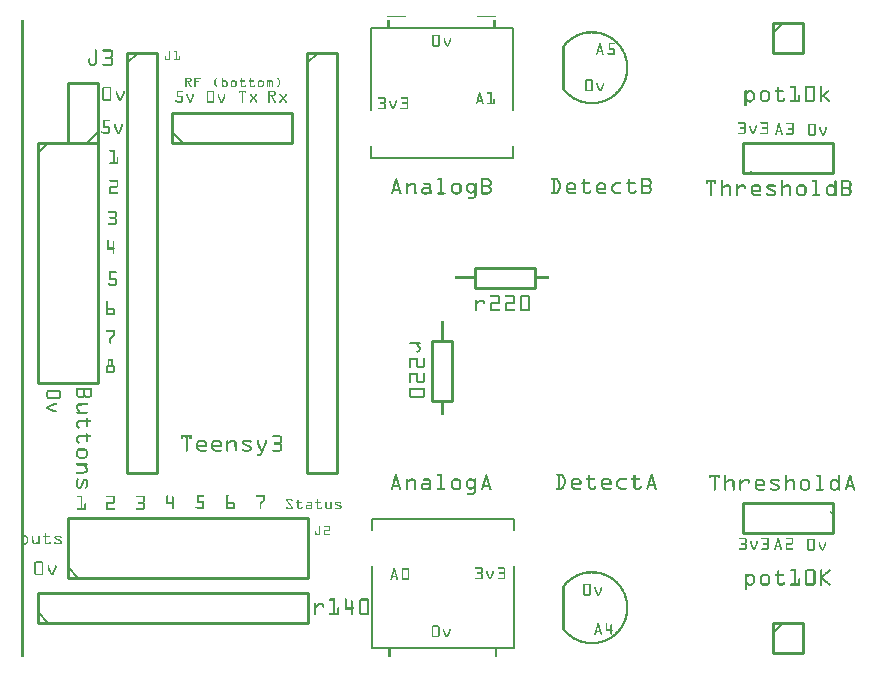
<source format=gto>
G04 MADE WITH FRITZING*
G04 WWW.FRITZING.ORG*
G04 DOUBLE SIDED*
G04 HOLES PLATED*
G04 CONTOUR ON CENTER OF CONTOUR VECTOR*
%ASAXBY*%
%FSLAX23Y23*%
%MOIN*%
%OFA0B0*%
%SFA1.0B1.0*%
%ADD10C,0.010000*%
%ADD11C,0.005000*%
%ADD12C,0.008000*%
%ADD13R,0.001000X0.001000*%
%LNSILK1*%
G90*
G70*
G54D10*
X957Y2018D02*
X957Y618D01*
D02*
X957Y618D02*
X1057Y618D01*
D02*
X1057Y618D02*
X1057Y2018D01*
D02*
X1057Y2018D02*
X957Y2018D01*
G54D11*
D02*
X957Y1983D02*
X992Y2018D01*
G54D10*
D02*
X357Y2018D02*
X357Y618D01*
D02*
X357Y618D02*
X457Y618D01*
D02*
X457Y618D02*
X457Y2018D01*
D02*
X457Y2018D02*
X357Y2018D01*
G54D11*
D02*
X357Y1983D02*
X392Y2018D01*
G54D10*
D02*
X58Y1718D02*
X58Y918D01*
D02*
X58Y918D02*
X258Y918D01*
D02*
X258Y918D02*
X258Y1718D01*
D02*
X258Y1718D02*
X58Y1718D01*
G54D11*
D02*
X58Y1683D02*
X93Y1718D01*
G54D10*
D02*
X158Y268D02*
X958Y268D01*
D02*
X958Y268D02*
X958Y468D01*
D02*
X958Y468D02*
X158Y468D01*
D02*
X158Y468D02*
X158Y268D01*
G54D11*
D02*
X193Y268D02*
X158Y303D01*
G54D10*
D02*
X58Y118D02*
X958Y118D01*
D02*
X958Y118D02*
X958Y218D01*
D02*
X958Y218D02*
X58Y218D01*
D02*
X58Y218D02*
X58Y118D01*
G54D11*
D02*
X93Y118D02*
X58Y153D01*
G54D12*
D02*
X1173Y466D02*
X1646Y466D01*
D02*
X1173Y34D02*
X1232Y34D01*
D02*
X1587Y34D02*
X1646Y34D01*
D02*
X1173Y34D02*
X1173Y309D01*
D02*
X1173Y466D02*
X1173Y427D01*
D02*
X1173Y34D02*
X1646Y34D01*
D02*
X1646Y34D02*
X1646Y309D01*
D02*
X1646Y466D02*
X1646Y427D01*
D02*
X1642Y1669D02*
X1170Y1669D01*
D02*
X1642Y2102D02*
X1583Y2102D01*
D02*
X1229Y2102D02*
X1170Y2102D01*
D02*
X1642Y2102D02*
X1642Y1827D01*
D02*
X1642Y1669D02*
X1642Y1709D01*
D02*
X1642Y2102D02*
X1170Y2102D01*
D02*
X1170Y2102D02*
X1170Y1827D01*
D02*
X1170Y1669D02*
X1170Y1709D01*
G54D10*
D02*
X2708Y518D02*
X2408Y518D01*
D02*
X2408Y518D02*
X2408Y418D01*
D02*
X2408Y418D02*
X2708Y418D01*
D02*
X2708Y418D02*
X2708Y518D01*
D02*
X2408Y1618D02*
X2708Y1618D01*
D02*
X2708Y1618D02*
X2708Y1718D01*
D02*
X2708Y1718D02*
X2408Y1718D01*
D02*
X2408Y1718D02*
X2408Y1618D01*
D02*
X1440Y1058D02*
X1440Y858D01*
D02*
X1440Y858D02*
X1374Y858D01*
D02*
X1374Y858D02*
X1374Y1058D01*
D02*
X1374Y1058D02*
X1440Y1058D01*
D02*
X1517Y1301D02*
X1717Y1301D01*
D02*
X1717Y1301D02*
X1717Y1235D01*
D02*
X1717Y1235D02*
X1517Y1235D01*
D02*
X1517Y1235D02*
X1517Y1301D01*
D02*
X2508Y118D02*
X2508Y18D01*
D02*
X2508Y18D02*
X2608Y18D01*
D02*
X2608Y18D02*
X2608Y118D01*
D02*
X2608Y118D02*
X2508Y118D01*
G54D11*
D02*
X2508Y83D02*
X2543Y118D01*
G54D10*
D02*
X2508Y2118D02*
X2508Y2018D01*
D02*
X2508Y2018D02*
X2608Y2018D01*
D02*
X2608Y2018D02*
X2608Y2118D01*
D02*
X2608Y2118D02*
X2508Y2118D01*
G54D11*
D02*
X2508Y2083D02*
X2543Y2118D01*
G54D10*
D02*
X507Y1718D02*
X907Y1718D01*
D02*
X907Y1718D02*
X907Y1818D01*
D02*
X907Y1818D02*
X507Y1818D01*
D02*
X507Y1818D02*
X507Y1718D01*
G54D11*
D02*
X542Y1718D02*
X507Y1753D01*
G54D10*
D02*
X258Y1718D02*
X258Y1918D01*
D02*
X258Y1918D02*
X158Y1918D01*
D02*
X158Y1918D02*
X158Y1718D01*
D02*
X158Y1718D02*
X258Y1718D01*
G54D11*
D02*
X258Y1753D02*
X223Y1718D01*
G54D13*
X1224Y2140D02*
X1286Y2140D01*
X1523Y2140D02*
X1585Y2140D01*
X1224Y2139D02*
X1286Y2139D01*
X1523Y2139D02*
X1585Y2139D01*
X1224Y2138D02*
X1231Y2138D01*
X1578Y2138D02*
X1585Y2138D01*
X1224Y2137D02*
X1231Y2137D01*
X1578Y2137D02*
X1585Y2137D01*
X4Y2128D02*
X11Y2128D01*
X1224Y2128D02*
X1231Y2128D01*
X1578Y2128D02*
X1585Y2128D01*
X4Y2127D02*
X11Y2127D01*
X1224Y2127D02*
X1231Y2127D01*
X1578Y2127D02*
X1585Y2127D01*
X4Y2126D02*
X11Y2126D01*
X1224Y2126D02*
X1231Y2126D01*
X1578Y2126D02*
X1585Y2126D01*
X4Y2125D02*
X11Y2125D01*
X1224Y2125D02*
X1231Y2125D01*
X1578Y2125D02*
X1585Y2125D01*
X4Y2124D02*
X11Y2124D01*
X1224Y2124D02*
X1231Y2124D01*
X1578Y2124D02*
X1585Y2124D01*
X4Y2123D02*
X11Y2123D01*
X1224Y2123D02*
X1231Y2123D01*
X1578Y2123D02*
X1585Y2123D01*
X4Y2122D02*
X11Y2122D01*
X1224Y2122D02*
X1231Y2122D01*
X1578Y2122D02*
X1585Y2122D01*
X4Y2121D02*
X11Y2121D01*
X1224Y2121D02*
X1231Y2121D01*
X1578Y2121D02*
X1585Y2121D01*
X4Y2120D02*
X11Y2120D01*
X1224Y2120D02*
X1231Y2120D01*
X1578Y2120D02*
X1585Y2120D01*
X4Y2119D02*
X11Y2119D01*
X1224Y2119D02*
X1231Y2119D01*
X1578Y2119D02*
X1585Y2119D01*
X4Y2118D02*
X11Y2118D01*
X1224Y2118D02*
X1231Y2118D01*
X1578Y2118D02*
X1585Y2118D01*
X4Y2117D02*
X11Y2117D01*
X1224Y2117D02*
X1231Y2117D01*
X1578Y2117D02*
X1585Y2117D01*
X4Y2116D02*
X11Y2116D01*
X1224Y2116D02*
X1231Y2116D01*
X1578Y2116D02*
X1585Y2116D01*
X4Y2115D02*
X11Y2115D01*
X1224Y2115D02*
X1231Y2115D01*
X1578Y2115D02*
X1585Y2115D01*
X4Y2114D02*
X11Y2114D01*
X1224Y2114D02*
X1231Y2114D01*
X1578Y2114D02*
X1585Y2114D01*
X4Y2113D02*
X11Y2113D01*
X1224Y2113D02*
X1231Y2113D01*
X1578Y2113D02*
X1585Y2113D01*
X4Y2112D02*
X11Y2112D01*
X1224Y2112D02*
X1231Y2112D01*
X1578Y2112D02*
X1585Y2112D01*
X4Y2111D02*
X11Y2111D01*
X1224Y2111D02*
X1231Y2111D01*
X1578Y2111D02*
X1585Y2111D01*
X4Y2110D02*
X11Y2110D01*
X1224Y2110D02*
X1231Y2110D01*
X1578Y2110D02*
X1585Y2110D01*
X4Y2109D02*
X11Y2109D01*
X1224Y2109D02*
X1231Y2109D01*
X1578Y2109D02*
X1585Y2109D01*
X4Y2108D02*
X11Y2108D01*
X1224Y2108D02*
X1231Y2108D01*
X1578Y2108D02*
X1585Y2108D01*
X4Y2107D02*
X11Y2107D01*
X1224Y2107D02*
X1231Y2107D01*
X1578Y2107D02*
X1585Y2107D01*
X4Y2106D02*
X11Y2106D01*
X1224Y2106D02*
X1231Y2106D01*
X1578Y2106D02*
X1585Y2106D01*
X4Y2105D02*
X11Y2105D01*
X1224Y2105D02*
X1231Y2105D01*
X1578Y2105D02*
X1585Y2105D01*
X4Y2104D02*
X11Y2104D01*
X1224Y2104D02*
X1231Y2104D01*
X1578Y2104D02*
X1585Y2104D01*
X4Y2103D02*
X11Y2103D01*
X1224Y2103D02*
X1231Y2103D01*
X1579Y2103D02*
X1585Y2103D01*
X4Y2102D02*
X11Y2102D01*
X4Y2101D02*
X11Y2101D01*
X4Y2100D02*
X11Y2100D01*
X4Y2099D02*
X11Y2099D01*
X4Y2098D02*
X11Y2098D01*
X4Y2097D02*
X11Y2097D01*
X4Y2096D02*
X11Y2096D01*
X4Y2095D02*
X11Y2095D01*
X4Y2094D02*
X11Y2094D01*
X4Y2093D02*
X11Y2093D01*
X4Y2092D02*
X11Y2092D01*
X4Y2091D02*
X11Y2091D01*
X4Y2090D02*
X11Y2090D01*
X1897Y2090D02*
X1915Y2090D01*
X4Y2089D02*
X11Y2089D01*
X1888Y2089D02*
X1924Y2089D01*
X4Y2088D02*
X11Y2088D01*
X1883Y2088D02*
X1930Y2088D01*
X4Y2087D02*
X11Y2087D01*
X1878Y2087D02*
X1934Y2087D01*
X4Y2086D02*
X11Y2086D01*
X1874Y2086D02*
X1938Y2086D01*
X4Y2085D02*
X11Y2085D01*
X1871Y2085D02*
X1942Y2085D01*
X4Y2084D02*
X11Y2084D01*
X1867Y2084D02*
X1945Y2084D01*
X4Y2083D02*
X11Y2083D01*
X1865Y2083D02*
X1904Y2083D01*
X1908Y2083D02*
X1948Y2083D01*
X4Y2082D02*
X11Y2082D01*
X1862Y2082D02*
X1890Y2082D01*
X1921Y2082D02*
X1950Y2082D01*
X4Y2081D02*
X11Y2081D01*
X1859Y2081D02*
X1884Y2081D01*
X1927Y2081D02*
X1953Y2081D01*
X4Y2080D02*
X11Y2080D01*
X1857Y2080D02*
X1879Y2080D01*
X1932Y2080D02*
X1955Y2080D01*
X4Y2079D02*
X11Y2079D01*
X1855Y2079D02*
X1875Y2079D01*
X1936Y2079D02*
X1957Y2079D01*
X4Y2078D02*
X11Y2078D01*
X1377Y2078D02*
X1397Y2078D01*
X1853Y2078D02*
X1872Y2078D01*
X1940Y2078D02*
X1959Y2078D01*
X4Y2077D02*
X11Y2077D01*
X1376Y2077D02*
X1398Y2077D01*
X1851Y2077D02*
X1869Y2077D01*
X1943Y2077D02*
X1961Y2077D01*
X4Y2076D02*
X11Y2076D01*
X1375Y2076D02*
X1399Y2076D01*
X1849Y2076D02*
X1866Y2076D01*
X1945Y2076D02*
X1963Y2076D01*
X4Y2075D02*
X11Y2075D01*
X1375Y2075D02*
X1399Y2075D01*
X1847Y2075D02*
X1863Y2075D01*
X1948Y2075D02*
X1965Y2075D01*
X4Y2074D02*
X11Y2074D01*
X1375Y2074D02*
X1399Y2074D01*
X1845Y2074D02*
X1861Y2074D01*
X1950Y2074D02*
X1967Y2074D01*
X4Y2073D02*
X11Y2073D01*
X1375Y2073D02*
X1379Y2073D01*
X1395Y2073D02*
X1399Y2073D01*
X1843Y2073D02*
X1859Y2073D01*
X1953Y2073D02*
X1969Y2073D01*
X4Y2072D02*
X11Y2072D01*
X1375Y2072D02*
X1379Y2072D01*
X1395Y2072D02*
X1399Y2072D01*
X1842Y2072D02*
X1857Y2072D01*
X1955Y2072D02*
X1970Y2072D01*
X4Y2071D02*
X11Y2071D01*
X1375Y2071D02*
X1379Y2071D01*
X1395Y2071D02*
X1399Y2071D01*
X1840Y2071D02*
X1855Y2071D01*
X1957Y2071D02*
X1972Y2071D01*
X4Y2070D02*
X11Y2070D01*
X1375Y2070D02*
X1379Y2070D01*
X1395Y2070D02*
X1399Y2070D01*
X1839Y2070D02*
X1853Y2070D01*
X1959Y2070D02*
X1973Y2070D01*
X4Y2069D02*
X11Y2069D01*
X1375Y2069D02*
X1379Y2069D01*
X1395Y2069D02*
X1399Y2069D01*
X1837Y2069D02*
X1851Y2069D01*
X1961Y2069D02*
X1975Y2069D01*
X4Y2068D02*
X11Y2068D01*
X1375Y2068D02*
X1379Y2068D01*
X1395Y2068D02*
X1399Y2068D01*
X1836Y2068D02*
X1849Y2068D01*
X1963Y2068D02*
X1976Y2068D01*
X4Y2067D02*
X11Y2067D01*
X1375Y2067D02*
X1379Y2067D01*
X1395Y2067D02*
X1399Y2067D01*
X1413Y2067D02*
X1416Y2067D01*
X1433Y2067D02*
X1436Y2067D01*
X1834Y2067D02*
X1847Y2067D01*
X1964Y2067D02*
X1978Y2067D01*
X4Y2066D02*
X11Y2066D01*
X1375Y2066D02*
X1379Y2066D01*
X1395Y2066D02*
X1399Y2066D01*
X1412Y2066D02*
X1416Y2066D01*
X1433Y2066D02*
X1437Y2066D01*
X1833Y2066D02*
X1846Y2066D01*
X1966Y2066D02*
X1979Y2066D01*
X4Y2065D02*
X11Y2065D01*
X1375Y2065D02*
X1379Y2065D01*
X1395Y2065D02*
X1399Y2065D01*
X1412Y2065D02*
X1416Y2065D01*
X1432Y2065D02*
X1437Y2065D01*
X1832Y2065D02*
X1844Y2065D01*
X1967Y2065D02*
X1980Y2065D01*
X4Y2064D02*
X11Y2064D01*
X1375Y2064D02*
X1379Y2064D01*
X1395Y2064D02*
X1399Y2064D01*
X1412Y2064D02*
X1416Y2064D01*
X1432Y2064D02*
X1437Y2064D01*
X1830Y2064D02*
X1842Y2064D01*
X1969Y2064D02*
X1981Y2064D01*
X4Y2063D02*
X11Y2063D01*
X1375Y2063D02*
X1379Y2063D01*
X1395Y2063D02*
X1399Y2063D01*
X1412Y2063D02*
X1416Y2063D01*
X1432Y2063D02*
X1437Y2063D01*
X1829Y2063D02*
X1841Y2063D01*
X1971Y2063D02*
X1983Y2063D01*
X4Y2062D02*
X11Y2062D01*
X1375Y2062D02*
X1379Y2062D01*
X1395Y2062D02*
X1399Y2062D01*
X1412Y2062D02*
X1416Y2062D01*
X1432Y2062D02*
X1437Y2062D01*
X1828Y2062D02*
X1840Y2062D01*
X1972Y2062D02*
X1984Y2062D01*
X4Y2061D02*
X11Y2061D01*
X1375Y2061D02*
X1379Y2061D01*
X1395Y2061D02*
X1399Y2061D01*
X1412Y2061D02*
X1416Y2061D01*
X1432Y2061D02*
X1437Y2061D01*
X1827Y2061D02*
X1838Y2061D01*
X1973Y2061D02*
X1985Y2061D01*
X4Y2060D02*
X11Y2060D01*
X1375Y2060D02*
X1379Y2060D01*
X1395Y2060D02*
X1399Y2060D01*
X1412Y2060D02*
X1417Y2060D01*
X1432Y2060D02*
X1436Y2060D01*
X1826Y2060D02*
X1837Y2060D01*
X1975Y2060D02*
X1986Y2060D01*
X4Y2059D02*
X11Y2059D01*
X1375Y2059D02*
X1379Y2059D01*
X1395Y2059D02*
X1399Y2059D01*
X1413Y2059D02*
X1417Y2059D01*
X1431Y2059D02*
X1436Y2059D01*
X1825Y2059D02*
X1836Y2059D01*
X1976Y2059D02*
X1987Y2059D01*
X4Y2058D02*
X11Y2058D01*
X1375Y2058D02*
X1379Y2058D01*
X1395Y2058D02*
X1399Y2058D01*
X1413Y2058D02*
X1418Y2058D01*
X1431Y2058D02*
X1436Y2058D01*
X1823Y2058D02*
X1834Y2058D01*
X1977Y2058D02*
X1988Y2058D01*
X4Y2057D02*
X11Y2057D01*
X1375Y2057D02*
X1379Y2057D01*
X1395Y2057D02*
X1399Y2057D01*
X1413Y2057D02*
X1418Y2057D01*
X1430Y2057D02*
X1435Y2057D01*
X1822Y2057D02*
X1833Y2057D01*
X1979Y2057D02*
X1989Y2057D01*
X4Y2056D02*
X11Y2056D01*
X1375Y2056D02*
X1379Y2056D01*
X1395Y2056D02*
X1399Y2056D01*
X1414Y2056D02*
X1419Y2056D01*
X1430Y2056D02*
X1435Y2056D01*
X1821Y2056D02*
X1832Y2056D01*
X1980Y2056D02*
X1991Y2056D01*
X4Y2055D02*
X11Y2055D01*
X1375Y2055D02*
X1379Y2055D01*
X1395Y2055D02*
X1399Y2055D01*
X1414Y2055D02*
X1419Y2055D01*
X1430Y2055D02*
X1434Y2055D01*
X1820Y2055D02*
X1831Y2055D01*
X1981Y2055D02*
X1992Y2055D01*
X4Y2054D02*
X11Y2054D01*
X1375Y2054D02*
X1379Y2054D01*
X1395Y2054D02*
X1399Y2054D01*
X1415Y2054D02*
X1419Y2054D01*
X1429Y2054D02*
X1434Y2054D01*
X1819Y2054D02*
X1830Y2054D01*
X1982Y2054D02*
X1993Y2054D01*
X4Y2053D02*
X11Y2053D01*
X1375Y2053D02*
X1379Y2053D01*
X1395Y2053D02*
X1399Y2053D01*
X1415Y2053D02*
X1420Y2053D01*
X1429Y2053D02*
X1433Y2053D01*
X1818Y2053D02*
X1829Y2053D01*
X1983Y2053D02*
X1993Y2053D01*
X4Y2052D02*
X11Y2052D01*
X1375Y2052D02*
X1379Y2052D01*
X1395Y2052D02*
X1399Y2052D01*
X1416Y2052D02*
X1420Y2052D01*
X1428Y2052D02*
X1433Y2052D01*
X1817Y2052D02*
X1827Y2052D01*
X1984Y2052D02*
X1994Y2052D01*
X4Y2051D02*
X11Y2051D01*
X1375Y2051D02*
X1379Y2051D01*
X1395Y2051D02*
X1399Y2051D01*
X1416Y2051D02*
X1421Y2051D01*
X1428Y2051D02*
X1433Y2051D01*
X1816Y2051D02*
X1826Y2051D01*
X1932Y2051D02*
X1933Y2051D01*
X1963Y2051D02*
X1981Y2051D01*
X1985Y2051D02*
X1995Y2051D01*
X4Y2050D02*
X11Y2050D01*
X1375Y2050D02*
X1379Y2050D01*
X1395Y2050D02*
X1399Y2050D01*
X1417Y2050D02*
X1421Y2050D01*
X1427Y2050D02*
X1432Y2050D01*
X1816Y2050D02*
X1825Y2050D01*
X1931Y2050D02*
X1934Y2050D01*
X1963Y2050D02*
X1982Y2050D01*
X1986Y2050D02*
X1996Y2050D01*
X4Y2049D02*
X11Y2049D01*
X1375Y2049D02*
X1379Y2049D01*
X1395Y2049D02*
X1399Y2049D01*
X1417Y2049D02*
X1422Y2049D01*
X1427Y2049D02*
X1432Y2049D01*
X1815Y2049D02*
X1824Y2049D01*
X1930Y2049D02*
X1935Y2049D01*
X1963Y2049D02*
X1982Y2049D01*
X1987Y2049D02*
X1997Y2049D01*
X4Y2048D02*
X11Y2048D01*
X1375Y2048D02*
X1379Y2048D01*
X1395Y2048D02*
X1399Y2048D01*
X1417Y2048D02*
X1422Y2048D01*
X1427Y2048D02*
X1431Y2048D01*
X1814Y2048D02*
X1823Y2048D01*
X1930Y2048D02*
X1935Y2048D01*
X1963Y2048D02*
X1982Y2048D01*
X1988Y2048D02*
X1998Y2048D01*
X4Y2047D02*
X11Y2047D01*
X1375Y2047D02*
X1379Y2047D01*
X1395Y2047D02*
X1399Y2047D01*
X1418Y2047D02*
X1422Y2047D01*
X1426Y2047D02*
X1431Y2047D01*
X1813Y2047D02*
X1822Y2047D01*
X1930Y2047D02*
X1935Y2047D01*
X1963Y2047D02*
X1981Y2047D01*
X1989Y2047D02*
X1999Y2047D01*
X4Y2046D02*
X11Y2046D01*
X1375Y2046D02*
X1379Y2046D01*
X1395Y2046D02*
X1399Y2046D01*
X1418Y2046D02*
X1423Y2046D01*
X1426Y2046D02*
X1430Y2046D01*
X1812Y2046D02*
X1821Y2046D01*
X1929Y2046D02*
X1936Y2046D01*
X1963Y2046D02*
X1967Y2046D01*
X1990Y2046D02*
X2000Y2046D01*
X4Y2045D02*
X11Y2045D01*
X1375Y2045D02*
X1379Y2045D01*
X1395Y2045D02*
X1399Y2045D01*
X1419Y2045D02*
X1423Y2045D01*
X1425Y2045D02*
X1430Y2045D01*
X1811Y2045D02*
X1821Y2045D01*
X1929Y2045D02*
X1936Y2045D01*
X1963Y2045D02*
X1967Y2045D01*
X1991Y2045D02*
X2000Y2045D01*
X4Y2044D02*
X11Y2044D01*
X1375Y2044D02*
X1379Y2044D01*
X1395Y2044D02*
X1399Y2044D01*
X1419Y2044D02*
X1429Y2044D01*
X1811Y2044D02*
X1820Y2044D01*
X1929Y2044D02*
X1936Y2044D01*
X1963Y2044D02*
X1967Y2044D01*
X1992Y2044D02*
X2001Y2044D01*
X4Y2043D02*
X11Y2043D01*
X1375Y2043D02*
X1399Y2043D01*
X1420Y2043D02*
X1429Y2043D01*
X1810Y2043D02*
X1819Y2043D01*
X1929Y2043D02*
X1936Y2043D01*
X1963Y2043D02*
X1967Y2043D01*
X1993Y2043D02*
X2002Y2043D01*
X4Y2042D02*
X11Y2042D01*
X1375Y2042D02*
X1399Y2042D01*
X1420Y2042D02*
X1429Y2042D01*
X1809Y2042D02*
X1818Y2042D01*
X1928Y2042D02*
X1937Y2042D01*
X1963Y2042D02*
X1967Y2042D01*
X1994Y2042D02*
X2003Y2042D01*
X4Y2041D02*
X11Y2041D01*
X1376Y2041D02*
X1399Y2041D01*
X1420Y2041D02*
X1428Y2041D01*
X1808Y2041D02*
X1817Y2041D01*
X1928Y2041D02*
X1937Y2041D01*
X1963Y2041D02*
X1967Y2041D01*
X1995Y2041D02*
X2004Y2041D01*
X4Y2040D02*
X11Y2040D01*
X1377Y2040D02*
X1398Y2040D01*
X1421Y2040D02*
X1428Y2040D01*
X1808Y2040D02*
X1816Y2040D01*
X1928Y2040D02*
X1937Y2040D01*
X1963Y2040D02*
X1967Y2040D01*
X1996Y2040D02*
X2004Y2040D01*
X4Y2039D02*
X11Y2039D01*
X1378Y2039D02*
X1396Y2039D01*
X1422Y2039D02*
X1427Y2039D01*
X1808Y2039D02*
X1816Y2039D01*
X1927Y2039D02*
X1938Y2039D01*
X1963Y2039D02*
X1967Y2039D01*
X1996Y2039D02*
X2005Y2039D01*
X4Y2038D02*
X11Y2038D01*
X1808Y2038D02*
X1815Y2038D01*
X1927Y2038D02*
X1938Y2038D01*
X1963Y2038D02*
X1967Y2038D01*
X1997Y2038D02*
X2006Y2038D01*
X4Y2037D02*
X11Y2037D01*
X1808Y2037D02*
X1815Y2037D01*
X1927Y2037D02*
X1931Y2037D01*
X1934Y2037D02*
X1938Y2037D01*
X1963Y2037D02*
X1967Y2037D01*
X1998Y2037D02*
X2006Y2037D01*
X4Y2036D02*
X11Y2036D01*
X1808Y2036D02*
X1815Y2036D01*
X1927Y2036D02*
X1931Y2036D01*
X1934Y2036D02*
X1938Y2036D01*
X1963Y2036D02*
X1967Y2036D01*
X1999Y2036D02*
X2007Y2036D01*
X4Y2035D02*
X11Y2035D01*
X1808Y2035D02*
X1815Y2035D01*
X1926Y2035D02*
X1931Y2035D01*
X1934Y2035D02*
X1939Y2035D01*
X1963Y2035D02*
X1967Y2035D01*
X1999Y2035D02*
X2008Y2035D01*
X4Y2034D02*
X11Y2034D01*
X1808Y2034D02*
X1815Y2034D01*
X1926Y2034D02*
X1930Y2034D01*
X1935Y2034D02*
X1939Y2034D01*
X1963Y2034D02*
X1977Y2034D01*
X2000Y2034D02*
X2008Y2034D01*
X4Y2033D02*
X11Y2033D01*
X1808Y2033D02*
X1815Y2033D01*
X1926Y2033D02*
X1930Y2033D01*
X1935Y2033D02*
X1939Y2033D01*
X1963Y2033D02*
X1980Y2033D01*
X2001Y2033D02*
X2009Y2033D01*
X4Y2032D02*
X11Y2032D01*
X1808Y2032D02*
X1815Y2032D01*
X1925Y2032D02*
X1930Y2032D01*
X1935Y2032D02*
X1940Y2032D01*
X1963Y2032D02*
X1981Y2032D01*
X2001Y2032D02*
X2010Y2032D01*
X4Y2031D02*
X11Y2031D01*
X1808Y2031D02*
X1815Y2031D01*
X1925Y2031D02*
X1929Y2031D01*
X1935Y2031D02*
X1940Y2031D01*
X1963Y2031D02*
X1982Y2031D01*
X2002Y2031D02*
X2010Y2031D01*
X4Y2030D02*
X11Y2030D01*
X1808Y2030D02*
X1815Y2030D01*
X1925Y2030D02*
X1929Y2030D01*
X1936Y2030D02*
X1940Y2030D01*
X1963Y2030D02*
X1982Y2030D01*
X2003Y2030D02*
X2011Y2030D01*
X4Y2029D02*
X11Y2029D01*
X251Y2029D02*
X253Y2029D01*
X277Y2029D02*
X304Y2029D01*
X1808Y2029D02*
X1815Y2029D01*
X1924Y2029D02*
X1929Y2029D01*
X1936Y2029D02*
X1940Y2029D01*
X1963Y2029D02*
X1982Y2029D01*
X2003Y2029D02*
X2011Y2029D01*
X4Y2028D02*
X11Y2028D01*
X250Y2028D02*
X254Y2028D01*
X276Y2028D02*
X306Y2028D01*
X1808Y2028D02*
X1815Y2028D01*
X1924Y2028D02*
X1929Y2028D01*
X1936Y2028D02*
X1941Y2028D01*
X1978Y2028D02*
X1982Y2028D01*
X2004Y2028D02*
X2012Y2028D01*
X4Y2027D02*
X11Y2027D01*
X249Y2027D02*
X255Y2027D01*
X275Y2027D02*
X307Y2027D01*
X1808Y2027D02*
X1815Y2027D01*
X1924Y2027D02*
X1928Y2027D01*
X1937Y2027D02*
X1941Y2027D01*
X1978Y2027D02*
X1982Y2027D01*
X2005Y2027D02*
X2012Y2027D01*
X4Y2026D02*
X11Y2026D01*
X249Y2026D02*
X255Y2026D01*
X275Y2026D02*
X308Y2026D01*
X1808Y2026D02*
X1815Y2026D01*
X1924Y2026D02*
X1928Y2026D01*
X1937Y2026D02*
X1941Y2026D01*
X1978Y2026D02*
X1982Y2026D01*
X2005Y2026D02*
X2013Y2026D01*
X4Y2025D02*
X11Y2025D01*
X249Y2025D02*
X255Y2025D01*
X275Y2025D02*
X308Y2025D01*
X497Y2025D02*
X499Y2025D01*
X513Y2025D02*
X524Y2025D01*
X1808Y2025D02*
X1815Y2025D01*
X1923Y2025D02*
X1942Y2025D01*
X1978Y2025D02*
X1982Y2025D01*
X2006Y2025D02*
X2013Y2025D01*
X4Y2024D02*
X11Y2024D01*
X249Y2024D02*
X255Y2024D01*
X276Y2024D02*
X309Y2024D01*
X496Y2024D02*
X500Y2024D01*
X512Y2024D02*
X524Y2024D01*
X1808Y2024D02*
X1815Y2024D01*
X1923Y2024D02*
X1942Y2024D01*
X1978Y2024D02*
X1982Y2024D01*
X2006Y2024D02*
X2014Y2024D01*
X4Y2023D02*
X11Y2023D01*
X249Y2023D02*
X255Y2023D01*
X277Y2023D02*
X309Y2023D01*
X496Y2023D02*
X500Y2023D01*
X512Y2023D02*
X524Y2023D01*
X1808Y2023D02*
X1815Y2023D01*
X1923Y2023D02*
X1942Y2023D01*
X1978Y2023D02*
X1982Y2023D01*
X2007Y2023D02*
X2014Y2023D01*
X4Y2022D02*
X11Y2022D01*
X249Y2022D02*
X255Y2022D01*
X303Y2022D02*
X309Y2022D01*
X496Y2022D02*
X500Y2022D01*
X513Y2022D02*
X524Y2022D01*
X1808Y2022D02*
X1815Y2022D01*
X1922Y2022D02*
X1943Y2022D01*
X1978Y2022D02*
X1982Y2022D01*
X2007Y2022D02*
X2015Y2022D01*
X4Y2021D02*
X11Y2021D01*
X249Y2021D02*
X255Y2021D01*
X303Y2021D02*
X309Y2021D01*
X496Y2021D02*
X500Y2021D01*
X520Y2021D02*
X524Y2021D01*
X1808Y2021D02*
X1815Y2021D01*
X1922Y2021D02*
X1943Y2021D01*
X1978Y2021D02*
X1982Y2021D01*
X2008Y2021D02*
X2015Y2021D01*
X4Y2020D02*
X11Y2020D01*
X249Y2020D02*
X255Y2020D01*
X303Y2020D02*
X309Y2020D01*
X496Y2020D02*
X500Y2020D01*
X520Y2020D02*
X524Y2020D01*
X1808Y2020D02*
X1815Y2020D01*
X1922Y2020D02*
X1927Y2020D01*
X1938Y2020D02*
X1943Y2020D01*
X1978Y2020D02*
X1982Y2020D01*
X2009Y2020D02*
X2016Y2020D01*
X4Y2019D02*
X11Y2019D01*
X249Y2019D02*
X255Y2019D01*
X303Y2019D02*
X309Y2019D01*
X496Y2019D02*
X500Y2019D01*
X520Y2019D02*
X524Y2019D01*
X1808Y2019D02*
X1815Y2019D01*
X1922Y2019D02*
X1926Y2019D01*
X1939Y2019D02*
X1943Y2019D01*
X1978Y2019D02*
X1982Y2019D01*
X2009Y2019D02*
X2016Y2019D01*
X4Y2018D02*
X11Y2018D01*
X249Y2018D02*
X255Y2018D01*
X303Y2018D02*
X309Y2018D01*
X496Y2018D02*
X500Y2018D01*
X520Y2018D02*
X524Y2018D01*
X1808Y2018D02*
X1815Y2018D01*
X1921Y2018D02*
X1926Y2018D01*
X1939Y2018D02*
X1944Y2018D01*
X1958Y2018D02*
X1961Y2018D01*
X1978Y2018D02*
X1982Y2018D01*
X2010Y2018D02*
X2017Y2018D01*
X4Y2017D02*
X11Y2017D01*
X249Y2017D02*
X255Y2017D01*
X303Y2017D02*
X309Y2017D01*
X496Y2017D02*
X500Y2017D01*
X520Y2017D02*
X524Y2017D01*
X1808Y2017D02*
X1815Y2017D01*
X1921Y2017D02*
X1925Y2017D01*
X1940Y2017D02*
X1944Y2017D01*
X1958Y2017D02*
X1963Y2017D01*
X1978Y2017D02*
X1982Y2017D01*
X2010Y2017D02*
X2017Y2017D01*
X4Y2016D02*
X11Y2016D01*
X249Y2016D02*
X255Y2016D01*
X303Y2016D02*
X309Y2016D01*
X496Y2016D02*
X500Y2016D01*
X520Y2016D02*
X524Y2016D01*
X1808Y2016D02*
X1815Y2016D01*
X1921Y2016D02*
X1925Y2016D01*
X1940Y2016D02*
X1944Y2016D01*
X1957Y2016D02*
X1982Y2016D01*
X2010Y2016D02*
X2018Y2016D01*
X4Y2015D02*
X11Y2015D01*
X249Y2015D02*
X255Y2015D01*
X303Y2015D02*
X309Y2015D01*
X496Y2015D02*
X500Y2015D01*
X520Y2015D02*
X524Y2015D01*
X1808Y2015D02*
X1815Y2015D01*
X1920Y2015D02*
X1925Y2015D01*
X1940Y2015D02*
X1945Y2015D01*
X1958Y2015D02*
X1982Y2015D01*
X2011Y2015D02*
X2018Y2015D01*
X4Y2014D02*
X11Y2014D01*
X249Y2014D02*
X255Y2014D01*
X303Y2014D02*
X309Y2014D01*
X496Y2014D02*
X500Y2014D01*
X520Y2014D02*
X524Y2014D01*
X1808Y2014D02*
X1815Y2014D01*
X1920Y2014D02*
X1925Y2014D01*
X1940Y2014D02*
X1945Y2014D01*
X1958Y2014D02*
X1981Y2014D01*
X2011Y2014D02*
X2018Y2014D01*
X4Y2013D02*
X11Y2013D01*
X249Y2013D02*
X255Y2013D01*
X303Y2013D02*
X309Y2013D01*
X496Y2013D02*
X500Y2013D01*
X520Y2013D02*
X524Y2013D01*
X1808Y2013D02*
X1815Y2013D01*
X1920Y2013D02*
X1924Y2013D01*
X1941Y2013D02*
X1945Y2013D01*
X1960Y2013D02*
X1981Y2013D01*
X2012Y2013D02*
X2019Y2013D01*
X4Y2012D02*
X11Y2012D01*
X249Y2012D02*
X255Y2012D01*
X303Y2012D02*
X309Y2012D01*
X496Y2012D02*
X500Y2012D01*
X520Y2012D02*
X524Y2012D01*
X1808Y2012D02*
X1815Y2012D01*
X1921Y2012D02*
X1923Y2012D01*
X1941Y2012D02*
X1944Y2012D01*
X1963Y2012D02*
X1979Y2012D01*
X2012Y2012D02*
X2019Y2012D01*
X4Y2011D02*
X11Y2011D01*
X249Y2011D02*
X255Y2011D01*
X303Y2011D02*
X309Y2011D01*
X496Y2011D02*
X500Y2011D01*
X520Y2011D02*
X524Y2011D01*
X1808Y2011D02*
X1815Y2011D01*
X2013Y2011D02*
X2020Y2011D01*
X4Y2010D02*
X11Y2010D01*
X249Y2010D02*
X255Y2010D01*
X303Y2010D02*
X309Y2010D01*
X496Y2010D02*
X500Y2010D01*
X520Y2010D02*
X524Y2010D01*
X1808Y2010D02*
X1815Y2010D01*
X2013Y2010D02*
X2020Y2010D01*
X4Y2009D02*
X11Y2009D01*
X249Y2009D02*
X255Y2009D01*
X303Y2009D02*
X309Y2009D01*
X496Y2009D02*
X500Y2009D01*
X520Y2009D02*
X524Y2009D01*
X1808Y2009D02*
X1815Y2009D01*
X2013Y2009D02*
X2020Y2009D01*
X4Y2008D02*
X11Y2008D01*
X249Y2008D02*
X255Y2008D01*
X302Y2008D02*
X309Y2008D01*
X496Y2008D02*
X500Y2008D01*
X520Y2008D02*
X524Y2008D01*
X1808Y2008D02*
X1815Y2008D01*
X2014Y2008D02*
X2021Y2008D01*
X4Y2007D02*
X11Y2007D01*
X249Y2007D02*
X255Y2007D01*
X302Y2007D02*
X309Y2007D01*
X484Y2007D02*
X487Y2007D01*
X496Y2007D02*
X500Y2007D01*
X520Y2007D02*
X524Y2007D01*
X529Y2007D02*
X531Y2007D01*
X1808Y2007D02*
X1815Y2007D01*
X2014Y2007D02*
X2021Y2007D01*
X4Y2006D02*
X11Y2006D01*
X249Y2006D02*
X255Y2006D01*
X300Y2006D02*
X308Y2006D01*
X484Y2006D02*
X487Y2006D01*
X496Y2006D02*
X500Y2006D01*
X520Y2006D02*
X524Y2006D01*
X529Y2006D02*
X532Y2006D01*
X1808Y2006D02*
X1815Y2006D01*
X2015Y2006D02*
X2021Y2006D01*
X4Y2005D02*
X11Y2005D01*
X249Y2005D02*
X255Y2005D01*
X283Y2005D02*
X308Y2005D01*
X484Y2005D02*
X487Y2005D01*
X496Y2005D02*
X500Y2005D01*
X520Y2005D02*
X524Y2005D01*
X529Y2005D02*
X532Y2005D01*
X1808Y2005D02*
X1815Y2005D01*
X2015Y2005D02*
X2022Y2005D01*
X4Y2004D02*
X11Y2004D01*
X249Y2004D02*
X255Y2004D01*
X283Y2004D02*
X307Y2004D01*
X484Y2004D02*
X487Y2004D01*
X496Y2004D02*
X500Y2004D01*
X520Y2004D02*
X524Y2004D01*
X529Y2004D02*
X532Y2004D01*
X1808Y2004D02*
X1815Y2004D01*
X2015Y2004D02*
X2022Y2004D01*
X4Y2003D02*
X11Y2003D01*
X249Y2003D02*
X255Y2003D01*
X282Y2003D02*
X307Y2003D01*
X484Y2003D02*
X487Y2003D01*
X496Y2003D02*
X500Y2003D01*
X520Y2003D02*
X524Y2003D01*
X529Y2003D02*
X532Y2003D01*
X1808Y2003D02*
X1815Y2003D01*
X2015Y2003D02*
X2022Y2003D01*
X4Y2002D02*
X11Y2002D01*
X249Y2002D02*
X255Y2002D01*
X282Y2002D02*
X306Y2002D01*
X484Y2002D02*
X487Y2002D01*
X496Y2002D02*
X500Y2002D01*
X520Y2002D02*
X524Y2002D01*
X529Y2002D02*
X532Y2002D01*
X1808Y2002D02*
X1815Y2002D01*
X2016Y2002D02*
X2022Y2002D01*
X4Y2001D02*
X11Y2001D01*
X249Y2001D02*
X255Y2001D01*
X282Y2001D02*
X307Y2001D01*
X484Y2001D02*
X487Y2001D01*
X496Y2001D02*
X500Y2001D01*
X520Y2001D02*
X524Y2001D01*
X529Y2001D02*
X532Y2001D01*
X1808Y2001D02*
X1815Y2001D01*
X2016Y2001D02*
X2023Y2001D01*
X4Y2000D02*
X11Y2000D01*
X249Y2000D02*
X255Y2000D01*
X283Y2000D02*
X308Y2000D01*
X484Y2000D02*
X487Y2000D01*
X496Y2000D02*
X500Y2000D01*
X520Y2000D02*
X524Y2000D01*
X529Y2000D02*
X532Y2000D01*
X1808Y2000D02*
X1815Y2000D01*
X2016Y2000D02*
X2023Y2000D01*
X4Y1999D02*
X11Y1999D01*
X230Y1999D02*
X233Y1999D01*
X249Y1999D02*
X255Y1999D01*
X285Y1999D02*
X308Y1999D01*
X484Y1999D02*
X487Y1999D01*
X496Y1999D02*
X500Y1999D01*
X520Y1999D02*
X524Y1999D01*
X529Y1999D02*
X532Y1999D01*
X1808Y1999D02*
X1815Y1999D01*
X2017Y1999D02*
X2023Y1999D01*
X4Y1998D02*
X11Y1998D01*
X229Y1998D02*
X234Y1998D01*
X249Y1998D02*
X255Y1998D01*
X302Y1998D02*
X309Y1998D01*
X484Y1998D02*
X488Y1998D01*
X496Y1998D02*
X499Y1998D01*
X520Y1998D02*
X524Y1998D01*
X529Y1998D02*
X532Y1998D01*
X1808Y1998D02*
X1815Y1998D01*
X2017Y1998D02*
X2024Y1998D01*
X4Y1997D02*
X11Y1997D01*
X229Y1997D02*
X234Y1997D01*
X249Y1997D02*
X255Y1997D01*
X302Y1997D02*
X309Y1997D01*
X484Y1997D02*
X499Y1997D01*
X513Y1997D02*
X532Y1997D01*
X1808Y1997D02*
X1815Y1997D01*
X2017Y1997D02*
X2024Y1997D01*
X4Y1996D02*
X11Y1996D01*
X228Y1996D02*
X234Y1996D01*
X249Y1996D02*
X255Y1996D01*
X303Y1996D02*
X309Y1996D01*
X485Y1996D02*
X499Y1996D01*
X512Y1996D02*
X532Y1996D01*
X1808Y1996D02*
X1815Y1996D01*
X2017Y1996D02*
X2024Y1996D01*
X4Y1995D02*
X11Y1995D01*
X228Y1995D02*
X234Y1995D01*
X249Y1995D02*
X255Y1995D01*
X303Y1995D02*
X309Y1995D01*
X486Y1995D02*
X498Y1995D01*
X512Y1995D02*
X532Y1995D01*
X1808Y1995D02*
X1815Y1995D01*
X2018Y1995D02*
X2024Y1995D01*
X4Y1994D02*
X11Y1994D01*
X228Y1994D02*
X234Y1994D01*
X249Y1994D02*
X255Y1994D01*
X303Y1994D02*
X309Y1994D01*
X487Y1994D02*
X497Y1994D01*
X512Y1994D02*
X531Y1994D01*
X1808Y1994D02*
X1815Y1994D01*
X2018Y1994D02*
X2024Y1994D01*
X4Y1993D02*
X11Y1993D01*
X228Y1993D02*
X234Y1993D01*
X249Y1993D02*
X255Y1993D01*
X303Y1993D02*
X309Y1993D01*
X1808Y1993D02*
X1815Y1993D01*
X2018Y1993D02*
X2025Y1993D01*
X4Y1992D02*
X11Y1992D01*
X228Y1992D02*
X234Y1992D01*
X249Y1992D02*
X255Y1992D01*
X303Y1992D02*
X309Y1992D01*
X1808Y1992D02*
X1815Y1992D01*
X2018Y1992D02*
X2025Y1992D01*
X4Y1991D02*
X11Y1991D01*
X228Y1991D02*
X234Y1991D01*
X249Y1991D02*
X255Y1991D01*
X303Y1991D02*
X309Y1991D01*
X1808Y1991D02*
X1815Y1991D01*
X2019Y1991D02*
X2025Y1991D01*
X4Y1990D02*
X11Y1990D01*
X228Y1990D02*
X234Y1990D01*
X249Y1990D02*
X255Y1990D01*
X303Y1990D02*
X309Y1990D01*
X1808Y1990D02*
X1815Y1990D01*
X2019Y1990D02*
X2025Y1990D01*
X4Y1989D02*
X11Y1989D01*
X228Y1989D02*
X234Y1989D01*
X249Y1989D02*
X255Y1989D01*
X303Y1989D02*
X309Y1989D01*
X1808Y1989D02*
X1815Y1989D01*
X2019Y1989D02*
X2025Y1989D01*
X4Y1988D02*
X11Y1988D01*
X228Y1988D02*
X234Y1988D01*
X249Y1988D02*
X255Y1988D01*
X303Y1988D02*
X309Y1988D01*
X1808Y1988D02*
X1815Y1988D01*
X2019Y1988D02*
X2026Y1988D01*
X4Y1987D02*
X11Y1987D01*
X228Y1987D02*
X234Y1987D01*
X249Y1987D02*
X255Y1987D01*
X303Y1987D02*
X309Y1987D01*
X1808Y1987D02*
X1815Y1987D01*
X2019Y1987D02*
X2026Y1987D01*
X4Y1986D02*
X11Y1986D01*
X228Y1986D02*
X234Y1986D01*
X249Y1986D02*
X255Y1986D01*
X303Y1986D02*
X309Y1986D01*
X1808Y1986D02*
X1815Y1986D01*
X2019Y1986D02*
X2026Y1986D01*
X4Y1985D02*
X11Y1985D01*
X229Y1985D02*
X235Y1985D01*
X249Y1985D02*
X255Y1985D01*
X303Y1985D02*
X309Y1985D01*
X1808Y1985D02*
X1815Y1985D01*
X2020Y1985D02*
X2026Y1985D01*
X4Y1984D02*
X11Y1984D01*
X229Y1984D02*
X235Y1984D01*
X249Y1984D02*
X255Y1984D01*
X303Y1984D02*
X309Y1984D01*
X1808Y1984D02*
X1815Y1984D01*
X2020Y1984D02*
X2026Y1984D01*
X4Y1983D02*
X11Y1983D01*
X229Y1983D02*
X236Y1983D01*
X248Y1983D02*
X255Y1983D01*
X303Y1983D02*
X309Y1983D01*
X1808Y1983D02*
X1815Y1983D01*
X2020Y1983D02*
X2026Y1983D01*
X4Y1982D02*
X11Y1982D01*
X229Y1982D02*
X254Y1982D01*
X277Y1982D02*
X309Y1982D01*
X1808Y1982D02*
X1815Y1982D01*
X2020Y1982D02*
X2026Y1982D01*
X4Y1981D02*
X11Y1981D01*
X230Y1981D02*
X254Y1981D01*
X276Y1981D02*
X309Y1981D01*
X1808Y1981D02*
X1815Y1981D01*
X2020Y1981D02*
X2026Y1981D01*
X4Y1980D02*
X11Y1980D01*
X230Y1980D02*
X253Y1980D01*
X275Y1980D02*
X308Y1980D01*
X1808Y1980D02*
X1815Y1980D01*
X2020Y1980D02*
X2027Y1980D01*
X4Y1979D02*
X11Y1979D01*
X231Y1979D02*
X253Y1979D01*
X275Y1979D02*
X308Y1979D01*
X1808Y1979D02*
X1815Y1979D01*
X2020Y1979D02*
X2027Y1979D01*
X4Y1978D02*
X11Y1978D01*
X232Y1978D02*
X252Y1978D01*
X275Y1978D02*
X307Y1978D01*
X1808Y1978D02*
X1815Y1978D01*
X2020Y1978D02*
X2027Y1978D01*
X4Y1977D02*
X11Y1977D01*
X233Y1977D02*
X250Y1977D01*
X276Y1977D02*
X306Y1977D01*
X1808Y1977D02*
X1815Y1977D01*
X2020Y1977D02*
X2027Y1977D01*
X4Y1976D02*
X11Y1976D01*
X235Y1976D02*
X248Y1976D01*
X277Y1976D02*
X305Y1976D01*
X1808Y1976D02*
X1815Y1976D01*
X2021Y1976D02*
X2027Y1976D01*
X4Y1975D02*
X11Y1975D01*
X1808Y1975D02*
X1815Y1975D01*
X2021Y1975D02*
X2027Y1975D01*
X4Y1974D02*
X11Y1974D01*
X1808Y1974D02*
X1815Y1974D01*
X2021Y1974D02*
X2027Y1974D01*
X4Y1973D02*
X11Y1973D01*
X1808Y1973D02*
X1815Y1973D01*
X2021Y1973D02*
X2027Y1973D01*
X4Y1972D02*
X11Y1972D01*
X1808Y1972D02*
X1815Y1972D01*
X2021Y1972D02*
X2027Y1972D01*
X4Y1971D02*
X11Y1971D01*
X1808Y1971D02*
X1815Y1971D01*
X2021Y1971D02*
X2027Y1971D01*
X4Y1970D02*
X11Y1970D01*
X1808Y1970D02*
X1815Y1970D01*
X2021Y1970D02*
X2027Y1970D01*
X4Y1969D02*
X11Y1969D01*
X1808Y1969D02*
X1815Y1969D01*
X2021Y1969D02*
X2027Y1969D01*
X4Y1968D02*
X11Y1968D01*
X1808Y1968D02*
X1815Y1968D01*
X2021Y1968D02*
X2027Y1968D01*
X4Y1967D02*
X11Y1967D01*
X1808Y1967D02*
X1815Y1967D01*
X2021Y1967D02*
X2027Y1967D01*
X4Y1966D02*
X11Y1966D01*
X1808Y1966D02*
X1815Y1966D01*
X2021Y1966D02*
X2027Y1966D01*
X4Y1965D02*
X11Y1965D01*
X1808Y1965D02*
X1815Y1965D01*
X2021Y1965D02*
X2027Y1965D01*
X4Y1964D02*
X11Y1964D01*
X1808Y1964D02*
X1815Y1964D01*
X2021Y1964D02*
X2027Y1964D01*
X4Y1963D02*
X11Y1963D01*
X1808Y1963D02*
X1815Y1963D01*
X2021Y1963D02*
X2027Y1963D01*
X4Y1962D02*
X11Y1962D01*
X1808Y1962D02*
X1815Y1962D01*
X2021Y1962D02*
X2027Y1962D01*
X4Y1961D02*
X11Y1961D01*
X1808Y1961D02*
X1815Y1961D01*
X2021Y1961D02*
X2027Y1961D01*
X4Y1960D02*
X11Y1960D01*
X1808Y1960D02*
X1815Y1960D01*
X2020Y1960D02*
X2027Y1960D01*
X4Y1959D02*
X11Y1959D01*
X1808Y1959D02*
X1815Y1959D01*
X2020Y1959D02*
X2027Y1959D01*
X4Y1958D02*
X11Y1958D01*
X1808Y1958D02*
X1815Y1958D01*
X2020Y1958D02*
X2027Y1958D01*
X4Y1957D02*
X11Y1957D01*
X1808Y1957D02*
X1815Y1957D01*
X2020Y1957D02*
X2027Y1957D01*
X4Y1956D02*
X11Y1956D01*
X1808Y1956D02*
X1815Y1956D01*
X2020Y1956D02*
X2027Y1956D01*
X4Y1955D02*
X11Y1955D01*
X1808Y1955D02*
X1815Y1955D01*
X2020Y1955D02*
X2026Y1955D01*
X4Y1954D02*
X11Y1954D01*
X1808Y1954D02*
X1815Y1954D01*
X2020Y1954D02*
X2026Y1954D01*
X4Y1953D02*
X11Y1953D01*
X1808Y1953D02*
X1815Y1953D01*
X2020Y1953D02*
X2026Y1953D01*
X4Y1952D02*
X11Y1952D01*
X1808Y1952D02*
X1815Y1952D01*
X2020Y1952D02*
X2026Y1952D01*
X4Y1951D02*
X11Y1951D01*
X1808Y1951D02*
X1815Y1951D01*
X2019Y1951D02*
X2026Y1951D01*
X4Y1950D02*
X11Y1950D01*
X1808Y1950D02*
X1815Y1950D01*
X2019Y1950D02*
X2026Y1950D01*
X4Y1949D02*
X11Y1949D01*
X1808Y1949D02*
X1815Y1949D01*
X2019Y1949D02*
X2026Y1949D01*
X4Y1948D02*
X11Y1948D01*
X1808Y1948D02*
X1815Y1948D01*
X2019Y1948D02*
X2025Y1948D01*
X4Y1947D02*
X11Y1947D01*
X1808Y1947D02*
X1815Y1947D01*
X2019Y1947D02*
X2025Y1947D01*
X4Y1946D02*
X11Y1946D01*
X1808Y1946D02*
X1815Y1946D01*
X2018Y1946D02*
X2025Y1946D01*
X4Y1945D02*
X11Y1945D01*
X1808Y1945D02*
X1815Y1945D01*
X2018Y1945D02*
X2025Y1945D01*
X4Y1944D02*
X11Y1944D01*
X1808Y1944D02*
X1815Y1944D01*
X2018Y1944D02*
X2025Y1944D01*
X4Y1943D02*
X11Y1943D01*
X1808Y1943D02*
X1815Y1943D01*
X2018Y1943D02*
X2025Y1943D01*
X4Y1942D02*
X11Y1942D01*
X1808Y1942D02*
X1815Y1942D01*
X2018Y1942D02*
X2024Y1942D01*
X4Y1941D02*
X11Y1941D01*
X1808Y1941D02*
X1815Y1941D01*
X2017Y1941D02*
X2024Y1941D01*
X4Y1940D02*
X11Y1940D01*
X1808Y1940D02*
X1815Y1940D01*
X2017Y1940D02*
X2024Y1940D01*
X4Y1939D02*
X11Y1939D01*
X1808Y1939D02*
X1815Y1939D01*
X2017Y1939D02*
X2024Y1939D01*
X4Y1938D02*
X11Y1938D01*
X1808Y1938D02*
X1815Y1938D01*
X2017Y1938D02*
X2023Y1938D01*
X4Y1937D02*
X11Y1937D01*
X1808Y1937D02*
X1815Y1937D01*
X2016Y1937D02*
X2023Y1937D01*
X4Y1936D02*
X11Y1936D01*
X1808Y1936D02*
X1815Y1936D01*
X2016Y1936D02*
X2023Y1936D01*
X4Y1935D02*
X11Y1935D01*
X551Y1935D02*
X568Y1935D01*
X581Y1935D02*
X601Y1935D01*
X655Y1935D02*
X657Y1935D01*
X672Y1935D02*
X674Y1935D01*
X857Y1935D02*
X859Y1935D01*
X1808Y1935D02*
X1815Y1935D01*
X2016Y1935D02*
X2023Y1935D01*
X4Y1934D02*
X11Y1934D01*
X551Y1934D02*
X569Y1934D01*
X581Y1934D02*
X601Y1934D01*
X654Y1934D02*
X657Y1934D01*
X672Y1934D02*
X675Y1934D01*
X857Y1934D02*
X860Y1934D01*
X1808Y1934D02*
X1815Y1934D01*
X2015Y1934D02*
X2022Y1934D01*
X4Y1933D02*
X11Y1933D01*
X551Y1933D02*
X570Y1933D01*
X581Y1933D02*
X601Y1933D01*
X653Y1933D02*
X657Y1933D01*
X672Y1933D02*
X675Y1933D01*
X737Y1933D02*
X739Y1933D01*
X767Y1933D02*
X769Y1933D01*
X857Y1933D02*
X861Y1933D01*
X1808Y1933D02*
X1815Y1933D01*
X2015Y1933D02*
X2022Y1933D01*
X4Y1932D02*
X11Y1932D01*
X551Y1932D02*
X571Y1932D01*
X581Y1932D02*
X600Y1932D01*
X652Y1932D02*
X657Y1932D01*
X672Y1932D02*
X675Y1932D01*
X736Y1932D02*
X739Y1932D01*
X766Y1932D02*
X769Y1932D01*
X857Y1932D02*
X862Y1932D01*
X1808Y1932D02*
X1815Y1932D01*
X2015Y1932D02*
X2022Y1932D01*
X4Y1931D02*
X11Y1931D01*
X551Y1931D02*
X555Y1931D01*
X567Y1931D02*
X571Y1931D01*
X581Y1931D02*
X585Y1931D01*
X651Y1931D02*
X656Y1931D01*
X672Y1931D02*
X675Y1931D01*
X736Y1931D02*
X739Y1931D01*
X766Y1931D02*
X770Y1931D01*
X858Y1931D02*
X862Y1931D01*
X1808Y1931D02*
X1815Y1931D01*
X2014Y1931D02*
X2021Y1931D01*
X4Y1930D02*
X11Y1930D01*
X551Y1930D02*
X555Y1930D01*
X568Y1930D02*
X571Y1930D01*
X581Y1930D02*
X585Y1930D01*
X651Y1930D02*
X655Y1930D01*
X672Y1930D02*
X675Y1930D01*
X736Y1930D02*
X739Y1930D01*
X766Y1930D02*
X770Y1930D01*
X859Y1930D02*
X863Y1930D01*
X1808Y1930D02*
X1815Y1930D01*
X2014Y1930D02*
X2021Y1930D01*
X4Y1929D02*
X11Y1929D01*
X551Y1929D02*
X555Y1929D01*
X568Y1929D02*
X571Y1929D01*
X581Y1929D02*
X585Y1929D01*
X650Y1929D02*
X654Y1929D01*
X672Y1929D02*
X675Y1929D01*
X736Y1929D02*
X739Y1929D01*
X766Y1929D02*
X770Y1929D01*
X860Y1929D02*
X864Y1929D01*
X1808Y1929D02*
X1815Y1929D01*
X1888Y1929D02*
X1905Y1929D01*
X2014Y1929D02*
X2021Y1929D01*
X4Y1928D02*
X11Y1928D01*
X551Y1928D02*
X555Y1928D01*
X568Y1928D02*
X571Y1928D01*
X581Y1928D02*
X585Y1928D01*
X649Y1928D02*
X653Y1928D01*
X672Y1928D02*
X675Y1928D01*
X736Y1928D02*
X739Y1928D01*
X766Y1928D02*
X770Y1928D01*
X860Y1928D02*
X865Y1928D01*
X1808Y1928D02*
X1815Y1928D01*
X1886Y1928D02*
X1907Y1928D01*
X2013Y1928D02*
X2020Y1928D01*
X4Y1927D02*
X11Y1927D01*
X551Y1927D02*
X555Y1927D01*
X568Y1927D02*
X571Y1927D01*
X581Y1927D02*
X585Y1927D01*
X649Y1927D02*
X653Y1927D01*
X672Y1927D02*
X675Y1927D01*
X736Y1927D02*
X740Y1927D01*
X766Y1927D02*
X770Y1927D01*
X861Y1927D02*
X865Y1927D01*
X1808Y1927D02*
X1815Y1927D01*
X1885Y1927D02*
X1908Y1927D01*
X2013Y1927D02*
X2020Y1927D01*
X4Y1926D02*
X11Y1926D01*
X551Y1926D02*
X555Y1926D01*
X567Y1926D02*
X571Y1926D01*
X581Y1926D02*
X585Y1926D01*
X648Y1926D02*
X652Y1926D01*
X672Y1926D02*
X675Y1926D01*
X678Y1926D02*
X687Y1926D01*
X706Y1926D02*
X717Y1926D01*
X732Y1926D02*
X749Y1926D01*
X763Y1926D02*
X779Y1926D01*
X797Y1926D02*
X807Y1926D01*
X822Y1926D02*
X825Y1926D01*
X827Y1926D02*
X832Y1926D01*
X835Y1926D02*
X840Y1926D01*
X862Y1926D02*
X866Y1926D01*
X1808Y1926D02*
X1815Y1926D01*
X1884Y1926D02*
X1908Y1926D01*
X2012Y1926D02*
X2020Y1926D01*
X4Y1925D02*
X11Y1925D01*
X551Y1925D02*
X571Y1925D01*
X581Y1925D02*
X596Y1925D01*
X648Y1925D02*
X651Y1925D01*
X672Y1925D02*
X675Y1925D01*
X677Y1925D02*
X688Y1925D01*
X705Y1925D02*
X718Y1925D01*
X732Y1925D02*
X750Y1925D01*
X762Y1925D02*
X780Y1925D01*
X795Y1925D02*
X809Y1925D01*
X822Y1925D02*
X841Y1925D01*
X863Y1925D02*
X866Y1925D01*
X1808Y1925D02*
X1815Y1925D01*
X1884Y1925D02*
X1909Y1925D01*
X2012Y1925D02*
X2019Y1925D01*
X4Y1924D02*
X11Y1924D01*
X551Y1924D02*
X570Y1924D01*
X581Y1924D02*
X597Y1924D01*
X648Y1924D02*
X651Y1924D01*
X672Y1924D02*
X689Y1924D01*
X704Y1924D02*
X720Y1924D01*
X732Y1924D02*
X749Y1924D01*
X762Y1924D02*
X780Y1924D01*
X794Y1924D02*
X810Y1924D01*
X822Y1924D02*
X841Y1924D01*
X863Y1924D02*
X866Y1924D01*
X1808Y1924D02*
X1815Y1924D01*
X1884Y1924D02*
X1889Y1924D01*
X1904Y1924D02*
X1909Y1924D01*
X2012Y1924D02*
X2019Y1924D01*
X4Y1923D02*
X11Y1923D01*
X551Y1923D02*
X569Y1923D01*
X581Y1923D02*
X597Y1923D01*
X648Y1923D02*
X651Y1923D01*
X672Y1923D02*
X690Y1923D01*
X703Y1923D02*
X721Y1923D01*
X733Y1923D02*
X749Y1923D01*
X763Y1923D02*
X779Y1923D01*
X793Y1923D02*
X811Y1923D01*
X822Y1923D02*
X842Y1923D01*
X863Y1923D02*
X866Y1923D01*
X1808Y1923D02*
X1815Y1923D01*
X1884Y1923D02*
X1888Y1923D01*
X1905Y1923D02*
X1909Y1923D01*
X2011Y1923D02*
X2019Y1923D01*
X4Y1922D02*
X11Y1922D01*
X551Y1922D02*
X568Y1922D01*
X581Y1922D02*
X597Y1922D01*
X648Y1922D02*
X651Y1922D01*
X672Y1922D02*
X679Y1922D01*
X686Y1922D02*
X691Y1922D01*
X703Y1922D02*
X707Y1922D01*
X717Y1922D02*
X721Y1922D01*
X736Y1922D02*
X739Y1922D01*
X766Y1922D02*
X770Y1922D01*
X793Y1922D02*
X797Y1922D01*
X807Y1922D02*
X811Y1922D01*
X822Y1922D02*
X828Y1922D01*
X831Y1922D02*
X836Y1922D01*
X839Y1922D02*
X842Y1922D01*
X863Y1922D02*
X866Y1922D01*
X1808Y1922D02*
X1815Y1922D01*
X1884Y1922D02*
X1888Y1922D01*
X1905Y1922D02*
X1909Y1922D01*
X2011Y1922D02*
X2018Y1922D01*
X4Y1921D02*
X11Y1921D01*
X551Y1921D02*
X566Y1921D01*
X581Y1921D02*
X595Y1921D01*
X648Y1921D02*
X651Y1921D01*
X672Y1921D02*
X678Y1921D01*
X688Y1921D02*
X691Y1921D01*
X702Y1921D02*
X706Y1921D01*
X718Y1921D02*
X721Y1921D01*
X736Y1921D02*
X739Y1921D01*
X766Y1921D02*
X770Y1921D01*
X793Y1921D02*
X796Y1921D01*
X808Y1921D02*
X812Y1921D01*
X822Y1921D02*
X826Y1921D01*
X831Y1921D02*
X835Y1921D01*
X839Y1921D02*
X842Y1921D01*
X863Y1921D02*
X866Y1921D01*
X1808Y1921D02*
X1815Y1921D01*
X1884Y1921D02*
X1888Y1921D01*
X1905Y1921D02*
X1909Y1921D01*
X2010Y1921D02*
X2018Y1921D01*
X4Y1920D02*
X11Y1920D01*
X551Y1920D02*
X555Y1920D01*
X559Y1920D02*
X563Y1920D01*
X581Y1920D02*
X585Y1920D01*
X648Y1920D02*
X651Y1920D01*
X672Y1920D02*
X677Y1920D01*
X688Y1920D02*
X692Y1920D01*
X702Y1920D02*
X705Y1920D01*
X718Y1920D02*
X722Y1920D01*
X736Y1920D02*
X739Y1920D01*
X766Y1920D02*
X770Y1920D01*
X792Y1920D02*
X796Y1920D01*
X809Y1920D02*
X812Y1920D01*
X822Y1920D02*
X825Y1920D01*
X831Y1920D02*
X834Y1920D01*
X839Y1920D02*
X842Y1920D01*
X863Y1920D02*
X866Y1920D01*
X1808Y1920D02*
X1815Y1920D01*
X1884Y1920D02*
X1888Y1920D01*
X1905Y1920D02*
X1909Y1920D01*
X2010Y1920D02*
X2017Y1920D01*
X4Y1919D02*
X11Y1919D01*
X551Y1919D02*
X555Y1919D01*
X560Y1919D02*
X563Y1919D01*
X581Y1919D02*
X585Y1919D01*
X648Y1919D02*
X651Y1919D01*
X672Y1919D02*
X676Y1919D01*
X688Y1919D02*
X692Y1919D01*
X702Y1919D02*
X705Y1919D01*
X718Y1919D02*
X722Y1919D01*
X736Y1919D02*
X739Y1919D01*
X766Y1919D02*
X770Y1919D01*
X792Y1919D02*
X795Y1919D01*
X809Y1919D02*
X812Y1919D01*
X822Y1919D02*
X825Y1919D01*
X831Y1919D02*
X834Y1919D01*
X839Y1919D02*
X842Y1919D01*
X863Y1919D02*
X866Y1919D01*
X1808Y1919D02*
X1815Y1919D01*
X1884Y1919D02*
X1888Y1919D01*
X1905Y1919D02*
X1909Y1919D01*
X2009Y1919D02*
X2017Y1919D01*
X4Y1918D02*
X11Y1918D01*
X551Y1918D02*
X555Y1918D01*
X560Y1918D02*
X564Y1918D01*
X581Y1918D02*
X585Y1918D01*
X648Y1918D02*
X651Y1918D01*
X672Y1918D02*
X675Y1918D01*
X688Y1918D02*
X692Y1918D01*
X702Y1918D02*
X705Y1918D01*
X718Y1918D02*
X722Y1918D01*
X736Y1918D02*
X739Y1918D01*
X766Y1918D02*
X770Y1918D01*
X792Y1918D02*
X795Y1918D01*
X809Y1918D02*
X812Y1918D01*
X822Y1918D02*
X825Y1918D01*
X831Y1918D02*
X834Y1918D01*
X839Y1918D02*
X842Y1918D01*
X863Y1918D02*
X866Y1918D01*
X1808Y1918D02*
X1815Y1918D01*
X1884Y1918D02*
X1888Y1918D01*
X1905Y1918D02*
X1909Y1918D01*
X1923Y1918D02*
X1924Y1918D01*
X1943Y1918D02*
X1945Y1918D01*
X2009Y1918D02*
X2016Y1918D01*
X4Y1917D02*
X11Y1917D01*
X551Y1917D02*
X555Y1917D01*
X561Y1917D02*
X565Y1917D01*
X581Y1917D02*
X585Y1917D01*
X648Y1917D02*
X651Y1917D01*
X672Y1917D02*
X675Y1917D01*
X688Y1917D02*
X692Y1917D01*
X702Y1917D02*
X705Y1917D01*
X718Y1917D02*
X722Y1917D01*
X736Y1917D02*
X739Y1917D01*
X766Y1917D02*
X770Y1917D01*
X792Y1917D02*
X795Y1917D01*
X809Y1917D02*
X812Y1917D01*
X822Y1917D02*
X825Y1917D01*
X831Y1917D02*
X834Y1917D01*
X839Y1917D02*
X842Y1917D01*
X863Y1917D02*
X866Y1917D01*
X1808Y1917D02*
X1815Y1917D01*
X1884Y1917D02*
X1888Y1917D01*
X1905Y1917D02*
X1909Y1917D01*
X1922Y1917D02*
X1925Y1917D01*
X1942Y1917D02*
X1946Y1917D01*
X2008Y1917D02*
X2016Y1917D01*
X4Y1916D02*
X11Y1916D01*
X551Y1916D02*
X555Y1916D01*
X561Y1916D02*
X565Y1916D01*
X581Y1916D02*
X585Y1916D01*
X648Y1916D02*
X651Y1916D01*
X672Y1916D02*
X675Y1916D01*
X688Y1916D02*
X692Y1916D01*
X702Y1916D02*
X705Y1916D01*
X718Y1916D02*
X722Y1916D01*
X736Y1916D02*
X739Y1916D01*
X766Y1916D02*
X770Y1916D01*
X792Y1916D02*
X795Y1916D01*
X809Y1916D02*
X812Y1916D01*
X822Y1916D02*
X825Y1916D01*
X831Y1916D02*
X834Y1916D01*
X839Y1916D02*
X842Y1916D01*
X863Y1916D02*
X866Y1916D01*
X1808Y1916D02*
X1815Y1916D01*
X1884Y1916D02*
X1888Y1916D01*
X1905Y1916D02*
X1909Y1916D01*
X1921Y1916D02*
X1925Y1916D01*
X1942Y1916D02*
X1946Y1916D01*
X2008Y1916D02*
X2015Y1916D01*
X4Y1915D02*
X11Y1915D01*
X551Y1915D02*
X555Y1915D01*
X562Y1915D02*
X566Y1915D01*
X581Y1915D02*
X585Y1915D01*
X648Y1915D02*
X651Y1915D01*
X672Y1915D02*
X675Y1915D01*
X688Y1915D02*
X692Y1915D01*
X702Y1915D02*
X705Y1915D01*
X718Y1915D02*
X722Y1915D01*
X736Y1915D02*
X739Y1915D01*
X766Y1915D02*
X770Y1915D01*
X792Y1915D02*
X795Y1915D01*
X809Y1915D02*
X812Y1915D01*
X822Y1915D02*
X825Y1915D01*
X831Y1915D02*
X834Y1915D01*
X839Y1915D02*
X842Y1915D01*
X863Y1915D02*
X866Y1915D01*
X1808Y1915D02*
X1815Y1915D01*
X1884Y1915D02*
X1888Y1915D01*
X1905Y1915D02*
X1909Y1915D01*
X1921Y1915D02*
X1926Y1915D01*
X1942Y1915D02*
X1946Y1915D01*
X2007Y1915D02*
X2015Y1915D01*
X4Y1914D02*
X11Y1914D01*
X551Y1914D02*
X555Y1914D01*
X562Y1914D02*
X566Y1914D01*
X581Y1914D02*
X585Y1914D01*
X648Y1914D02*
X651Y1914D01*
X672Y1914D02*
X675Y1914D01*
X688Y1914D02*
X692Y1914D01*
X702Y1914D02*
X705Y1914D01*
X718Y1914D02*
X722Y1914D01*
X736Y1914D02*
X739Y1914D01*
X766Y1914D02*
X770Y1914D01*
X792Y1914D02*
X795Y1914D01*
X809Y1914D02*
X812Y1914D01*
X822Y1914D02*
X825Y1914D01*
X831Y1914D02*
X834Y1914D01*
X839Y1914D02*
X842Y1914D01*
X863Y1914D02*
X866Y1914D01*
X1808Y1914D02*
X1815Y1914D01*
X1884Y1914D02*
X1888Y1914D01*
X1905Y1914D02*
X1909Y1914D01*
X1921Y1914D02*
X1926Y1914D01*
X1942Y1914D02*
X1946Y1914D01*
X2007Y1914D02*
X2014Y1914D01*
X4Y1913D02*
X11Y1913D01*
X551Y1913D02*
X555Y1913D01*
X563Y1913D02*
X567Y1913D01*
X581Y1913D02*
X585Y1913D01*
X648Y1913D02*
X652Y1913D01*
X672Y1913D02*
X675Y1913D01*
X688Y1913D02*
X692Y1913D01*
X702Y1913D02*
X705Y1913D01*
X718Y1913D02*
X722Y1913D01*
X736Y1913D02*
X739Y1913D01*
X766Y1913D02*
X770Y1913D01*
X792Y1913D02*
X795Y1913D01*
X809Y1913D02*
X812Y1913D01*
X822Y1913D02*
X825Y1913D01*
X831Y1913D02*
X834Y1913D01*
X839Y1913D02*
X842Y1913D01*
X862Y1913D02*
X866Y1913D01*
X1808Y1913D02*
X1815Y1913D01*
X1884Y1913D02*
X1888Y1913D01*
X1905Y1913D02*
X1909Y1913D01*
X1921Y1913D02*
X1926Y1913D01*
X1942Y1913D02*
X1946Y1913D01*
X2006Y1913D02*
X2014Y1913D01*
X4Y1912D02*
X11Y1912D01*
X551Y1912D02*
X555Y1912D01*
X564Y1912D02*
X568Y1912D01*
X581Y1912D02*
X585Y1912D01*
X649Y1912D02*
X653Y1912D01*
X672Y1912D02*
X675Y1912D01*
X688Y1912D02*
X692Y1912D01*
X702Y1912D02*
X705Y1912D01*
X718Y1912D02*
X722Y1912D01*
X736Y1912D02*
X739Y1912D01*
X766Y1912D02*
X770Y1912D01*
X792Y1912D02*
X795Y1912D01*
X809Y1912D02*
X812Y1912D01*
X822Y1912D02*
X825Y1912D01*
X831Y1912D02*
X834Y1912D01*
X839Y1912D02*
X842Y1912D01*
X861Y1912D02*
X865Y1912D01*
X1808Y1912D02*
X1815Y1912D01*
X1884Y1912D02*
X1888Y1912D01*
X1905Y1912D02*
X1909Y1912D01*
X1921Y1912D02*
X1926Y1912D01*
X1942Y1912D02*
X1946Y1912D01*
X2006Y1912D02*
X2013Y1912D01*
X4Y1911D02*
X11Y1911D01*
X551Y1911D02*
X555Y1911D01*
X564Y1911D02*
X568Y1911D01*
X581Y1911D02*
X585Y1911D01*
X649Y1911D02*
X653Y1911D01*
X672Y1911D02*
X676Y1911D01*
X688Y1911D02*
X692Y1911D01*
X702Y1911D02*
X705Y1911D01*
X718Y1911D02*
X722Y1911D01*
X736Y1911D02*
X739Y1911D01*
X766Y1911D02*
X770Y1911D01*
X792Y1911D02*
X795Y1911D01*
X809Y1911D02*
X812Y1911D01*
X822Y1911D02*
X825Y1911D01*
X831Y1911D02*
X834Y1911D01*
X839Y1911D02*
X842Y1911D01*
X860Y1911D02*
X865Y1911D01*
X1808Y1911D02*
X1815Y1911D01*
X1884Y1911D02*
X1888Y1911D01*
X1905Y1911D02*
X1909Y1911D01*
X1921Y1911D02*
X1926Y1911D01*
X1941Y1911D02*
X1946Y1911D01*
X2005Y1911D02*
X2013Y1911D01*
X4Y1910D02*
X11Y1910D01*
X551Y1910D02*
X555Y1910D01*
X565Y1910D02*
X569Y1910D01*
X581Y1910D02*
X585Y1910D01*
X650Y1910D02*
X654Y1910D01*
X672Y1910D02*
X677Y1910D01*
X688Y1910D02*
X692Y1910D01*
X702Y1910D02*
X705Y1910D01*
X718Y1910D02*
X722Y1910D01*
X736Y1910D02*
X739Y1910D01*
X749Y1910D02*
X751Y1910D01*
X766Y1910D02*
X770Y1910D01*
X779Y1910D02*
X782Y1910D01*
X792Y1910D02*
X796Y1910D01*
X809Y1910D02*
X812Y1910D01*
X822Y1910D02*
X825Y1910D01*
X831Y1910D02*
X834Y1910D01*
X839Y1910D02*
X842Y1910D01*
X860Y1910D02*
X864Y1910D01*
X1808Y1910D02*
X1815Y1910D01*
X1884Y1910D02*
X1888Y1910D01*
X1905Y1910D02*
X1909Y1910D01*
X1922Y1910D02*
X1926Y1910D01*
X1941Y1910D02*
X1946Y1910D01*
X2004Y1910D02*
X2012Y1910D01*
X4Y1909D02*
X11Y1909D01*
X551Y1909D02*
X555Y1909D01*
X565Y1909D02*
X569Y1909D01*
X581Y1909D02*
X585Y1909D01*
X651Y1909D02*
X655Y1909D01*
X672Y1909D02*
X678Y1909D01*
X687Y1909D02*
X691Y1909D01*
X702Y1909D02*
X706Y1909D01*
X717Y1909D02*
X721Y1909D01*
X736Y1909D02*
X739Y1909D01*
X749Y1909D02*
X752Y1909D01*
X766Y1909D02*
X770Y1909D01*
X779Y1909D02*
X782Y1909D01*
X793Y1909D02*
X796Y1909D01*
X808Y1909D02*
X812Y1909D01*
X822Y1909D02*
X825Y1909D01*
X831Y1909D02*
X834Y1909D01*
X839Y1909D02*
X842Y1909D01*
X859Y1909D02*
X863Y1909D01*
X1808Y1909D02*
X1815Y1909D01*
X1884Y1909D02*
X1888Y1909D01*
X1905Y1909D02*
X1909Y1909D01*
X1922Y1909D02*
X1927Y1909D01*
X1940Y1909D02*
X1945Y1909D01*
X2004Y1909D02*
X2012Y1909D01*
X4Y1908D02*
X11Y1908D01*
X551Y1908D02*
X555Y1908D01*
X566Y1908D02*
X570Y1908D01*
X581Y1908D02*
X585Y1908D01*
X651Y1908D02*
X656Y1908D01*
X672Y1908D02*
X679Y1908D01*
X686Y1908D02*
X691Y1908D01*
X703Y1908D02*
X707Y1908D01*
X716Y1908D02*
X721Y1908D01*
X736Y1908D02*
X740Y1908D01*
X748Y1908D02*
X752Y1908D01*
X766Y1908D02*
X770Y1908D01*
X778Y1908D02*
X782Y1908D01*
X793Y1908D02*
X798Y1908D01*
X807Y1908D02*
X811Y1908D01*
X822Y1908D02*
X825Y1908D01*
X831Y1908D02*
X834Y1908D01*
X839Y1908D02*
X842Y1908D01*
X858Y1908D02*
X862Y1908D01*
X1808Y1908D02*
X1815Y1908D01*
X1884Y1908D02*
X1888Y1908D01*
X1905Y1908D02*
X1909Y1908D01*
X1923Y1908D02*
X1927Y1908D01*
X1940Y1908D02*
X1945Y1908D01*
X2003Y1908D02*
X2011Y1908D01*
X2568Y1908D02*
X2586Y1908D01*
X2621Y1908D02*
X2645Y1908D01*
X2668Y1908D02*
X2670Y1908D01*
X4Y1907D02*
X11Y1907D01*
X551Y1907D02*
X555Y1907D01*
X567Y1907D02*
X570Y1907D01*
X581Y1907D02*
X585Y1907D01*
X652Y1907D02*
X657Y1907D01*
X672Y1907D02*
X690Y1907D01*
X703Y1907D02*
X720Y1907D01*
X737Y1907D02*
X751Y1907D01*
X767Y1907D02*
X781Y1907D01*
X794Y1907D02*
X811Y1907D01*
X822Y1907D02*
X825Y1907D01*
X831Y1907D02*
X834Y1907D01*
X839Y1907D02*
X842Y1907D01*
X857Y1907D02*
X862Y1907D01*
X1808Y1907D02*
X1815Y1907D01*
X1884Y1907D02*
X1888Y1907D01*
X1905Y1907D02*
X1909Y1907D01*
X1923Y1907D02*
X1928Y1907D01*
X1940Y1907D02*
X1944Y1907D01*
X2003Y1907D02*
X2011Y1907D01*
X2567Y1907D02*
X2586Y1907D01*
X2619Y1907D02*
X2647Y1907D01*
X2667Y1907D02*
X2672Y1907D01*
X4Y1906D02*
X11Y1906D01*
X551Y1906D02*
X555Y1906D01*
X567Y1906D02*
X571Y1906D01*
X581Y1906D02*
X585Y1906D01*
X653Y1906D02*
X657Y1906D01*
X672Y1906D02*
X689Y1906D01*
X704Y1906D02*
X719Y1906D01*
X737Y1906D02*
X751Y1906D01*
X767Y1906D02*
X781Y1906D01*
X795Y1906D02*
X810Y1906D01*
X822Y1906D02*
X825Y1906D01*
X831Y1906D02*
X834Y1906D01*
X839Y1906D02*
X842Y1906D01*
X857Y1906D02*
X861Y1906D01*
X1808Y1906D02*
X1815Y1906D01*
X1884Y1906D02*
X1888Y1906D01*
X1905Y1906D02*
X1909Y1906D01*
X1923Y1906D02*
X1928Y1906D01*
X1939Y1906D02*
X1944Y1906D01*
X2002Y1906D02*
X2010Y1906D01*
X2566Y1906D02*
X2586Y1906D01*
X2618Y1906D02*
X2648Y1906D01*
X2667Y1906D02*
X2672Y1906D01*
X4Y1905D02*
X11Y1905D01*
X279Y1905D02*
X301Y1905D01*
X551Y1905D02*
X555Y1905D01*
X568Y1905D02*
X571Y1905D01*
X582Y1905D02*
X585Y1905D01*
X654Y1905D02*
X657Y1905D01*
X672Y1905D02*
X675Y1905D01*
X677Y1905D02*
X688Y1905D01*
X705Y1905D02*
X718Y1905D01*
X738Y1905D02*
X750Y1905D01*
X768Y1905D02*
X780Y1905D01*
X796Y1905D02*
X809Y1905D01*
X822Y1905D02*
X825Y1905D01*
X831Y1905D02*
X834Y1905D01*
X839Y1905D02*
X842Y1905D01*
X857Y1905D02*
X860Y1905D01*
X1808Y1905D02*
X1815Y1905D01*
X1884Y1905D02*
X1888Y1905D01*
X1905Y1905D02*
X1909Y1905D01*
X1924Y1905D02*
X1928Y1905D01*
X1939Y1905D02*
X1943Y1905D01*
X2001Y1905D02*
X2010Y1905D01*
X2525Y1905D02*
X2527Y1905D01*
X2566Y1905D02*
X2586Y1905D01*
X2617Y1905D02*
X2649Y1905D01*
X2666Y1905D02*
X2672Y1905D01*
X4Y1904D02*
X11Y1904D01*
X277Y1904D02*
X302Y1904D01*
X552Y1904D02*
X554Y1904D01*
X568Y1904D02*
X571Y1904D01*
X582Y1904D02*
X584Y1904D01*
X655Y1904D02*
X657Y1904D01*
X672Y1904D02*
X674Y1904D01*
X679Y1904D02*
X687Y1904D01*
X707Y1904D02*
X717Y1904D01*
X739Y1904D02*
X748Y1904D01*
X770Y1904D02*
X779Y1904D01*
X797Y1904D02*
X807Y1904D01*
X823Y1904D02*
X825Y1904D01*
X831Y1904D02*
X833Y1904D01*
X840Y1904D02*
X842Y1904D01*
X857Y1904D02*
X859Y1904D01*
X1808Y1904D02*
X1815Y1904D01*
X1884Y1904D02*
X1888Y1904D01*
X1905Y1904D02*
X1909Y1904D01*
X1924Y1904D02*
X1929Y1904D01*
X1938Y1904D02*
X1943Y1904D01*
X2001Y1904D02*
X2009Y1904D01*
X2523Y1904D02*
X2528Y1904D01*
X2566Y1904D02*
X2586Y1904D01*
X2617Y1904D02*
X2649Y1904D01*
X2666Y1904D02*
X2672Y1904D01*
X4Y1903D02*
X11Y1903D01*
X276Y1903D02*
X303Y1903D01*
X1808Y1903D02*
X1815Y1903D01*
X1884Y1903D02*
X1888Y1903D01*
X1905Y1903D02*
X1909Y1903D01*
X1925Y1903D02*
X1929Y1903D01*
X1938Y1903D02*
X1943Y1903D01*
X2000Y1903D02*
X2008Y1903D01*
X2523Y1903D02*
X2528Y1903D01*
X2566Y1903D02*
X2586Y1903D01*
X2616Y1903D02*
X2650Y1903D01*
X2666Y1903D02*
X2672Y1903D01*
X4Y1902D02*
X11Y1902D01*
X276Y1902D02*
X304Y1902D01*
X1808Y1902D02*
X1815Y1902D01*
X1884Y1902D02*
X1888Y1902D01*
X1905Y1902D02*
X1909Y1902D01*
X1925Y1902D02*
X1930Y1902D01*
X1937Y1902D02*
X1942Y1902D01*
X1999Y1902D02*
X2008Y1902D01*
X2523Y1902D02*
X2529Y1902D01*
X2567Y1902D02*
X2586Y1902D01*
X2616Y1902D02*
X2650Y1902D01*
X2666Y1902D02*
X2672Y1902D01*
X4Y1901D02*
X11Y1901D01*
X275Y1901D02*
X304Y1901D01*
X1808Y1901D02*
X1815Y1901D01*
X1884Y1901D02*
X1888Y1901D01*
X1905Y1901D02*
X1909Y1901D01*
X1926Y1901D02*
X1930Y1901D01*
X1937Y1901D02*
X1942Y1901D01*
X1998Y1901D02*
X2007Y1901D01*
X2523Y1901D02*
X2529Y1901D01*
X2580Y1901D02*
X2586Y1901D01*
X2616Y1901D02*
X2622Y1901D01*
X2644Y1901D02*
X2650Y1901D01*
X2666Y1901D02*
X2672Y1901D01*
X4Y1900D02*
X11Y1900D01*
X275Y1900D02*
X304Y1900D01*
X1808Y1900D02*
X1815Y1900D01*
X1884Y1900D02*
X1888Y1900D01*
X1905Y1900D02*
X1909Y1900D01*
X1926Y1900D02*
X1931Y1900D01*
X1937Y1900D02*
X1941Y1900D01*
X1998Y1900D02*
X2006Y1900D01*
X2523Y1900D02*
X2529Y1900D01*
X2580Y1900D02*
X2586Y1900D01*
X2616Y1900D02*
X2622Y1900D01*
X2644Y1900D02*
X2650Y1900D01*
X2666Y1900D02*
X2672Y1900D01*
X4Y1899D02*
X11Y1899D01*
X275Y1899D02*
X280Y1899D01*
X299Y1899D02*
X304Y1899D01*
X1808Y1899D02*
X1815Y1899D01*
X1884Y1899D02*
X1888Y1899D01*
X1905Y1899D02*
X1909Y1899D01*
X1926Y1899D02*
X1931Y1899D01*
X1936Y1899D02*
X1941Y1899D01*
X1997Y1899D02*
X2006Y1899D01*
X2523Y1899D02*
X2529Y1899D01*
X2580Y1899D02*
X2586Y1899D01*
X2616Y1899D02*
X2622Y1899D01*
X2644Y1899D02*
X2650Y1899D01*
X2666Y1899D02*
X2672Y1899D01*
X4Y1898D02*
X11Y1898D01*
X275Y1898D02*
X280Y1898D01*
X299Y1898D02*
X304Y1898D01*
X1808Y1898D02*
X1816Y1898D01*
X1884Y1898D02*
X1888Y1898D01*
X1905Y1898D02*
X1909Y1898D01*
X1927Y1898D02*
X1932Y1898D01*
X1936Y1898D02*
X1940Y1898D01*
X1996Y1898D02*
X2005Y1898D01*
X2523Y1898D02*
X2529Y1898D01*
X2580Y1898D02*
X2586Y1898D01*
X2616Y1898D02*
X2622Y1898D01*
X2644Y1898D02*
X2650Y1898D01*
X2666Y1898D02*
X2672Y1898D01*
X4Y1897D02*
X11Y1897D01*
X275Y1897D02*
X280Y1897D01*
X299Y1897D02*
X304Y1897D01*
X1808Y1897D02*
X1816Y1897D01*
X1884Y1897D02*
X1888Y1897D01*
X1905Y1897D02*
X1909Y1897D01*
X1927Y1897D02*
X1932Y1897D01*
X1935Y1897D02*
X1940Y1897D01*
X1995Y1897D02*
X2004Y1897D01*
X2523Y1897D02*
X2529Y1897D01*
X2580Y1897D02*
X2586Y1897D01*
X2616Y1897D02*
X2622Y1897D01*
X2644Y1897D02*
X2650Y1897D01*
X2666Y1897D02*
X2672Y1897D01*
X4Y1896D02*
X11Y1896D01*
X275Y1896D02*
X280Y1896D01*
X299Y1896D02*
X304Y1896D01*
X1808Y1896D02*
X1817Y1896D01*
X1884Y1896D02*
X1888Y1896D01*
X1905Y1896D02*
X1909Y1896D01*
X1928Y1896D02*
X1932Y1896D01*
X1935Y1896D02*
X1939Y1896D01*
X1994Y1896D02*
X2003Y1896D01*
X2523Y1896D02*
X2529Y1896D01*
X2580Y1896D02*
X2586Y1896D01*
X2616Y1896D02*
X2622Y1896D01*
X2644Y1896D02*
X2650Y1896D01*
X2666Y1896D02*
X2672Y1896D01*
X4Y1895D02*
X11Y1895D01*
X275Y1895D02*
X280Y1895D01*
X299Y1895D02*
X304Y1895D01*
X1809Y1895D02*
X1818Y1895D01*
X1884Y1895D02*
X1888Y1895D01*
X1905Y1895D02*
X1909Y1895D01*
X1928Y1895D02*
X1939Y1895D01*
X1994Y1895D02*
X2003Y1895D01*
X2431Y1895D02*
X2433Y1895D01*
X2523Y1895D02*
X2529Y1895D01*
X2580Y1895D02*
X2586Y1895D01*
X2616Y1895D02*
X2622Y1895D01*
X2644Y1895D02*
X2650Y1895D01*
X2666Y1895D02*
X2672Y1895D01*
X4Y1894D02*
X11Y1894D01*
X275Y1894D02*
X280Y1894D01*
X299Y1894D02*
X304Y1894D01*
X1810Y1894D02*
X1819Y1894D01*
X1884Y1894D02*
X1909Y1894D01*
X1929Y1894D02*
X1939Y1894D01*
X1993Y1894D02*
X2002Y1894D01*
X2416Y1894D02*
X2420Y1894D01*
X2428Y1894D02*
X2437Y1894D01*
X2523Y1894D02*
X2529Y1894D01*
X2580Y1894D02*
X2586Y1894D01*
X2616Y1894D02*
X2622Y1894D01*
X2644Y1894D02*
X2650Y1894D01*
X2666Y1894D02*
X2672Y1894D01*
X4Y1893D02*
X11Y1893D01*
X275Y1893D02*
X280Y1893D01*
X299Y1893D02*
X304Y1893D01*
X1811Y1893D02*
X1820Y1893D01*
X1884Y1893D02*
X1909Y1893D01*
X1929Y1893D02*
X1938Y1893D01*
X1992Y1893D02*
X2001Y1893D01*
X2416Y1893D02*
X2421Y1893D01*
X2426Y1893D02*
X2439Y1893D01*
X2475Y1893D02*
X2490Y1893D01*
X2517Y1893D02*
X2544Y1893D01*
X2580Y1893D02*
X2586Y1893D01*
X2616Y1893D02*
X2622Y1893D01*
X2644Y1893D02*
X2650Y1893D01*
X2666Y1893D02*
X2672Y1893D01*
X2692Y1893D02*
X2695Y1893D01*
X4Y1892D02*
X11Y1892D01*
X275Y1892D02*
X280Y1892D01*
X299Y1892D02*
X304Y1892D01*
X320Y1892D02*
X323Y1892D01*
X344Y1892D02*
X347Y1892D01*
X523Y1892D02*
X542Y1892D01*
X729Y1892D02*
X753Y1892D01*
X1811Y1892D02*
X1821Y1892D01*
X1885Y1892D02*
X1908Y1892D01*
X1930Y1892D02*
X1938Y1892D01*
X1991Y1892D02*
X2000Y1892D01*
X2415Y1892D02*
X2421Y1892D01*
X2425Y1892D02*
X2440Y1892D01*
X2473Y1892D02*
X2492Y1892D01*
X2516Y1892D02*
X2545Y1892D01*
X2580Y1892D02*
X2586Y1892D01*
X2616Y1892D02*
X2622Y1892D01*
X2644Y1892D02*
X2650Y1892D01*
X2666Y1892D02*
X2672Y1892D01*
X2691Y1892D02*
X2696Y1892D01*
X4Y1891D02*
X11Y1891D01*
X275Y1891D02*
X280Y1891D01*
X299Y1891D02*
X304Y1891D01*
X319Y1891D02*
X324Y1891D01*
X343Y1891D02*
X348Y1891D01*
X523Y1891D02*
X542Y1891D01*
X625Y1891D02*
X644Y1891D01*
X729Y1891D02*
X753Y1891D01*
X828Y1891D02*
X848Y1891D01*
X1812Y1891D02*
X1822Y1891D01*
X1885Y1891D02*
X1908Y1891D01*
X1930Y1891D02*
X1937Y1891D01*
X1990Y1891D02*
X2000Y1891D01*
X2415Y1891D02*
X2421Y1891D01*
X2424Y1891D02*
X2441Y1891D01*
X2472Y1891D02*
X2493Y1891D01*
X2516Y1891D02*
X2546Y1891D01*
X2580Y1891D02*
X2586Y1891D01*
X2616Y1891D02*
X2622Y1891D01*
X2644Y1891D02*
X2650Y1891D01*
X2666Y1891D02*
X2672Y1891D01*
X2690Y1891D02*
X2696Y1891D01*
X4Y1890D02*
X11Y1890D01*
X275Y1890D02*
X280Y1890D01*
X299Y1890D02*
X304Y1890D01*
X319Y1890D02*
X324Y1890D01*
X343Y1890D02*
X348Y1890D01*
X523Y1890D02*
X542Y1890D01*
X623Y1890D02*
X645Y1890D01*
X729Y1890D02*
X753Y1890D01*
X828Y1890D02*
X849Y1890D01*
X1813Y1890D02*
X1823Y1890D01*
X1886Y1890D02*
X1906Y1890D01*
X1930Y1890D02*
X1937Y1890D01*
X1989Y1890D02*
X1999Y1890D01*
X2415Y1890D02*
X2442Y1890D01*
X2471Y1890D02*
X2494Y1890D01*
X2516Y1890D02*
X2546Y1890D01*
X2580Y1890D02*
X2586Y1890D01*
X2616Y1890D02*
X2622Y1890D01*
X2644Y1890D02*
X2650Y1890D01*
X2666Y1890D02*
X2672Y1890D01*
X2688Y1890D02*
X2696Y1890D01*
X4Y1889D02*
X11Y1889D01*
X275Y1889D02*
X280Y1889D01*
X299Y1889D02*
X304Y1889D01*
X319Y1889D02*
X324Y1889D01*
X343Y1889D02*
X348Y1889D01*
X523Y1889D02*
X542Y1889D01*
X623Y1889D02*
X646Y1889D01*
X729Y1889D02*
X753Y1889D01*
X828Y1889D02*
X850Y1889D01*
X1814Y1889D02*
X1824Y1889D01*
X1988Y1889D02*
X1998Y1889D01*
X2415Y1889D02*
X2443Y1889D01*
X2469Y1889D02*
X2495Y1889D01*
X2516Y1889D02*
X2546Y1889D01*
X2580Y1889D02*
X2586Y1889D01*
X2616Y1889D02*
X2622Y1889D01*
X2644Y1889D02*
X2650Y1889D01*
X2666Y1889D02*
X2672Y1889D01*
X2687Y1889D02*
X2696Y1889D01*
X4Y1888D02*
X11Y1888D01*
X275Y1888D02*
X280Y1888D01*
X299Y1888D02*
X304Y1888D01*
X319Y1888D02*
X324Y1888D01*
X343Y1888D02*
X348Y1888D01*
X523Y1888D02*
X541Y1888D01*
X622Y1888D02*
X647Y1888D01*
X729Y1888D02*
X753Y1888D01*
X828Y1888D02*
X851Y1888D01*
X1815Y1888D02*
X1825Y1888D01*
X1987Y1888D02*
X1997Y1888D01*
X2415Y1888D02*
X2445Y1888D01*
X2468Y1888D02*
X2496Y1888D01*
X2516Y1888D02*
X2545Y1888D01*
X2580Y1888D02*
X2586Y1888D01*
X2616Y1888D02*
X2622Y1888D01*
X2644Y1888D02*
X2650Y1888D01*
X2666Y1888D02*
X2672Y1888D01*
X2686Y1888D02*
X2696Y1888D01*
X4Y1887D02*
X11Y1887D01*
X275Y1887D02*
X280Y1887D01*
X299Y1887D02*
X304Y1887D01*
X319Y1887D02*
X324Y1887D01*
X343Y1887D02*
X348Y1887D01*
X523Y1887D02*
X527Y1887D01*
X622Y1887D02*
X647Y1887D01*
X729Y1887D02*
X733Y1887D01*
X739Y1887D02*
X743Y1887D01*
X749Y1887D02*
X753Y1887D01*
X828Y1887D02*
X852Y1887D01*
X1532Y1887D02*
X1533Y1887D01*
X1559Y1887D02*
X1571Y1887D01*
X1816Y1887D02*
X1826Y1887D01*
X1986Y1887D02*
X1996Y1887D01*
X2415Y1887D02*
X2429Y1887D01*
X2436Y1887D02*
X2446Y1887D01*
X2468Y1887D02*
X2497Y1887D01*
X2518Y1887D02*
X2544Y1887D01*
X2580Y1887D02*
X2586Y1887D01*
X2616Y1887D02*
X2622Y1887D01*
X2644Y1887D02*
X2650Y1887D01*
X2666Y1887D02*
X2672Y1887D01*
X2685Y1887D02*
X2695Y1887D01*
X4Y1886D02*
X11Y1886D01*
X275Y1886D02*
X280Y1886D01*
X299Y1886D02*
X304Y1886D01*
X319Y1886D02*
X324Y1886D01*
X343Y1886D02*
X348Y1886D01*
X523Y1886D02*
X527Y1886D01*
X622Y1886D02*
X626Y1886D01*
X643Y1886D02*
X647Y1886D01*
X729Y1886D02*
X733Y1886D01*
X739Y1886D02*
X743Y1886D01*
X749Y1886D02*
X753Y1886D01*
X828Y1886D02*
X832Y1886D01*
X847Y1886D02*
X852Y1886D01*
X1531Y1886D02*
X1534Y1886D01*
X1558Y1886D02*
X1572Y1886D01*
X1817Y1886D02*
X1827Y1886D01*
X1985Y1886D02*
X1995Y1886D01*
X2415Y1886D02*
X2428Y1886D01*
X2437Y1886D02*
X2446Y1886D01*
X2467Y1886D02*
X2476Y1886D01*
X2489Y1886D02*
X2498Y1886D01*
X2523Y1886D02*
X2529Y1886D01*
X2580Y1886D02*
X2586Y1886D01*
X2616Y1886D02*
X2622Y1886D01*
X2644Y1886D02*
X2650Y1886D01*
X2666Y1886D02*
X2672Y1886D01*
X2684Y1886D02*
X2694Y1886D01*
X4Y1885D02*
X11Y1885D01*
X275Y1885D02*
X280Y1885D01*
X299Y1885D02*
X304Y1885D01*
X319Y1885D02*
X324Y1885D01*
X343Y1885D02*
X348Y1885D01*
X523Y1885D02*
X527Y1885D01*
X622Y1885D02*
X626Y1885D01*
X643Y1885D02*
X647Y1885D01*
X729Y1885D02*
X733Y1885D01*
X739Y1885D02*
X743Y1885D01*
X749Y1885D02*
X753Y1885D01*
X828Y1885D02*
X832Y1885D01*
X848Y1885D02*
X852Y1885D01*
X1530Y1885D02*
X1534Y1885D01*
X1557Y1885D02*
X1572Y1885D01*
X1818Y1885D02*
X1828Y1885D01*
X1984Y1885D02*
X1994Y1885D01*
X2415Y1885D02*
X2427Y1885D01*
X2438Y1885D02*
X2447Y1885D01*
X2466Y1885D02*
X2474Y1885D01*
X2491Y1885D02*
X2498Y1885D01*
X2523Y1885D02*
X2529Y1885D01*
X2580Y1885D02*
X2586Y1885D01*
X2616Y1885D02*
X2622Y1885D01*
X2644Y1885D02*
X2650Y1885D01*
X2666Y1885D02*
X2672Y1885D01*
X2683Y1885D02*
X2692Y1885D01*
X4Y1884D02*
X11Y1884D01*
X275Y1884D02*
X280Y1884D01*
X299Y1884D02*
X304Y1884D01*
X319Y1884D02*
X324Y1884D01*
X342Y1884D02*
X348Y1884D01*
X523Y1884D02*
X527Y1884D01*
X622Y1884D02*
X626Y1884D01*
X643Y1884D02*
X647Y1884D01*
X729Y1884D02*
X732Y1884D01*
X739Y1884D02*
X743Y1884D01*
X750Y1884D02*
X752Y1884D01*
X828Y1884D02*
X832Y1884D01*
X848Y1884D02*
X852Y1884D01*
X1530Y1884D02*
X1535Y1884D01*
X1557Y1884D02*
X1572Y1884D01*
X1818Y1884D02*
X1829Y1884D01*
X1983Y1884D02*
X1993Y1884D01*
X2415Y1884D02*
X2426Y1884D01*
X2439Y1884D02*
X2448Y1884D01*
X2466Y1884D02*
X2473Y1884D01*
X2492Y1884D02*
X2499Y1884D01*
X2523Y1884D02*
X2529Y1884D01*
X2580Y1884D02*
X2586Y1884D01*
X2616Y1884D02*
X2622Y1884D01*
X2644Y1884D02*
X2650Y1884D01*
X2666Y1884D02*
X2672Y1884D01*
X2681Y1884D02*
X2691Y1884D01*
X4Y1883D02*
X11Y1883D01*
X275Y1883D02*
X280Y1883D01*
X299Y1883D02*
X304Y1883D01*
X319Y1883D02*
X325Y1883D01*
X342Y1883D02*
X348Y1883D01*
X523Y1883D02*
X527Y1883D01*
X622Y1883D02*
X626Y1883D01*
X643Y1883D02*
X647Y1883D01*
X739Y1883D02*
X743Y1883D01*
X828Y1883D02*
X832Y1883D01*
X848Y1883D02*
X852Y1883D01*
X1530Y1883D02*
X1535Y1883D01*
X1558Y1883D02*
X1572Y1883D01*
X1819Y1883D02*
X1830Y1883D01*
X1982Y1883D02*
X1992Y1883D01*
X2415Y1883D02*
X2425Y1883D01*
X2441Y1883D02*
X2448Y1883D01*
X2466Y1883D02*
X2472Y1883D01*
X2493Y1883D02*
X2499Y1883D01*
X2523Y1883D02*
X2529Y1883D01*
X2580Y1883D02*
X2586Y1883D01*
X2616Y1883D02*
X2622Y1883D01*
X2644Y1883D02*
X2650Y1883D01*
X2666Y1883D02*
X2672Y1883D01*
X2680Y1883D02*
X2690Y1883D01*
X4Y1882D02*
X11Y1882D01*
X275Y1882D02*
X280Y1882D01*
X299Y1882D02*
X304Y1882D01*
X320Y1882D02*
X325Y1882D01*
X341Y1882D02*
X347Y1882D01*
X523Y1882D02*
X527Y1882D01*
X557Y1882D02*
X557Y1882D01*
X622Y1882D02*
X626Y1882D01*
X643Y1882D02*
X647Y1882D01*
X739Y1882D02*
X743Y1882D01*
X828Y1882D02*
X832Y1882D01*
X848Y1882D02*
X852Y1882D01*
X1529Y1882D02*
X1535Y1882D01*
X1559Y1882D02*
X1572Y1882D01*
X1820Y1882D02*
X1831Y1882D01*
X1981Y1882D02*
X1991Y1882D01*
X2415Y1882D02*
X2424Y1882D01*
X2442Y1882D02*
X2449Y1882D01*
X2466Y1882D02*
X2472Y1882D01*
X2493Y1882D02*
X2499Y1882D01*
X2523Y1882D02*
X2529Y1882D01*
X2580Y1882D02*
X2586Y1882D01*
X2616Y1882D02*
X2622Y1882D01*
X2644Y1882D02*
X2650Y1882D01*
X2666Y1882D02*
X2672Y1882D01*
X2679Y1882D02*
X2689Y1882D01*
X4Y1881D02*
X11Y1881D01*
X275Y1881D02*
X280Y1881D01*
X299Y1881D02*
X304Y1881D01*
X320Y1881D02*
X326Y1881D01*
X341Y1881D02*
X347Y1881D01*
X523Y1881D02*
X527Y1881D01*
X555Y1881D02*
X559Y1881D01*
X576Y1881D02*
X579Y1881D01*
X622Y1881D02*
X626Y1881D01*
X643Y1881D02*
X647Y1881D01*
X739Y1881D02*
X743Y1881D01*
X767Y1881D02*
X770Y1881D01*
X786Y1881D02*
X789Y1881D01*
X828Y1881D02*
X832Y1881D01*
X848Y1881D02*
X852Y1881D01*
X1529Y1881D02*
X1535Y1881D01*
X1567Y1881D02*
X1572Y1881D01*
X1821Y1881D02*
X1832Y1881D01*
X1980Y1881D02*
X1990Y1881D01*
X2415Y1881D02*
X2423Y1881D01*
X2443Y1881D02*
X2449Y1881D01*
X2466Y1881D02*
X2472Y1881D01*
X2493Y1881D02*
X2499Y1881D01*
X2523Y1881D02*
X2529Y1881D01*
X2580Y1881D02*
X2586Y1881D01*
X2616Y1881D02*
X2622Y1881D01*
X2644Y1881D02*
X2650Y1881D01*
X2666Y1881D02*
X2672Y1881D01*
X2678Y1881D02*
X2688Y1881D01*
X4Y1880D02*
X11Y1880D01*
X275Y1880D02*
X280Y1880D01*
X299Y1880D02*
X304Y1880D01*
X320Y1880D02*
X326Y1880D01*
X341Y1880D02*
X346Y1880D01*
X523Y1880D02*
X527Y1880D01*
X555Y1880D02*
X559Y1880D01*
X575Y1880D02*
X579Y1880D01*
X622Y1880D02*
X626Y1880D01*
X643Y1880D02*
X647Y1880D01*
X660Y1880D02*
X663Y1880D01*
X680Y1880D02*
X683Y1880D01*
X739Y1880D02*
X743Y1880D01*
X766Y1880D02*
X771Y1880D01*
X785Y1880D02*
X790Y1880D01*
X828Y1880D02*
X832Y1880D01*
X848Y1880D02*
X852Y1880D01*
X866Y1880D02*
X869Y1880D01*
X885Y1880D02*
X888Y1880D01*
X1529Y1880D02*
X1536Y1880D01*
X1567Y1880D02*
X1572Y1880D01*
X1822Y1880D02*
X1833Y1880D01*
X1979Y1880D02*
X1989Y1880D01*
X2415Y1880D02*
X2422Y1880D01*
X2443Y1880D02*
X2449Y1880D01*
X2466Y1880D02*
X2472Y1880D01*
X2493Y1880D02*
X2499Y1880D01*
X2523Y1880D02*
X2529Y1880D01*
X2580Y1880D02*
X2586Y1880D01*
X2616Y1880D02*
X2622Y1880D01*
X2644Y1880D02*
X2650Y1880D01*
X2666Y1880D02*
X2672Y1880D01*
X2677Y1880D02*
X2687Y1880D01*
X4Y1879D02*
X11Y1879D01*
X275Y1879D02*
X280Y1879D01*
X299Y1879D02*
X304Y1879D01*
X321Y1879D02*
X327Y1879D01*
X340Y1879D02*
X346Y1879D01*
X523Y1879D02*
X527Y1879D01*
X555Y1879D02*
X559Y1879D01*
X575Y1879D02*
X580Y1879D01*
X622Y1879D02*
X626Y1879D01*
X643Y1879D02*
X647Y1879D01*
X659Y1879D02*
X663Y1879D01*
X680Y1879D02*
X684Y1879D01*
X739Y1879D02*
X743Y1879D01*
X766Y1879D02*
X771Y1879D01*
X785Y1879D02*
X790Y1879D01*
X828Y1879D02*
X832Y1879D01*
X847Y1879D02*
X852Y1879D01*
X865Y1879D02*
X870Y1879D01*
X884Y1879D02*
X889Y1879D01*
X1528Y1879D02*
X1536Y1879D01*
X1567Y1879D02*
X1572Y1879D01*
X1824Y1879D02*
X1835Y1879D01*
X1977Y1879D02*
X1988Y1879D01*
X2415Y1879D02*
X2421Y1879D01*
X2443Y1879D02*
X2449Y1879D01*
X2466Y1879D02*
X2472Y1879D01*
X2493Y1879D02*
X2499Y1879D01*
X2523Y1879D02*
X2529Y1879D01*
X2580Y1879D02*
X2586Y1879D01*
X2616Y1879D02*
X2622Y1879D01*
X2644Y1879D02*
X2650Y1879D01*
X2666Y1879D02*
X2672Y1879D01*
X2676Y1879D02*
X2685Y1879D01*
X4Y1878D02*
X11Y1878D01*
X275Y1878D02*
X280Y1878D01*
X299Y1878D02*
X304Y1878D01*
X321Y1878D02*
X327Y1878D01*
X340Y1878D02*
X345Y1878D01*
X523Y1878D02*
X527Y1878D01*
X555Y1878D02*
X559Y1878D01*
X575Y1878D02*
X580Y1878D01*
X622Y1878D02*
X626Y1878D01*
X643Y1878D02*
X647Y1878D01*
X659Y1878D02*
X664Y1878D01*
X680Y1878D02*
X684Y1878D01*
X739Y1878D02*
X743Y1878D01*
X767Y1878D02*
X772Y1878D01*
X784Y1878D02*
X789Y1878D01*
X828Y1878D02*
X851Y1878D01*
X865Y1878D02*
X870Y1878D01*
X884Y1878D02*
X889Y1878D01*
X1528Y1878D02*
X1536Y1878D01*
X1567Y1878D02*
X1572Y1878D01*
X1825Y1878D02*
X1836Y1878D01*
X1976Y1878D02*
X1987Y1878D01*
X2415Y1878D02*
X2421Y1878D01*
X2443Y1878D02*
X2449Y1878D01*
X2466Y1878D02*
X2472Y1878D01*
X2493Y1878D02*
X2499Y1878D01*
X2523Y1878D02*
X2529Y1878D01*
X2580Y1878D02*
X2586Y1878D01*
X2595Y1878D02*
X2598Y1878D01*
X2616Y1878D02*
X2622Y1878D01*
X2644Y1878D02*
X2650Y1878D01*
X2666Y1878D02*
X2672Y1878D01*
X2674Y1878D02*
X2684Y1878D01*
X4Y1877D02*
X11Y1877D01*
X275Y1877D02*
X280Y1877D01*
X299Y1877D02*
X304Y1877D01*
X322Y1877D02*
X327Y1877D01*
X339Y1877D02*
X345Y1877D01*
X523Y1877D02*
X527Y1877D01*
X555Y1877D02*
X559Y1877D01*
X575Y1877D02*
X580Y1877D01*
X622Y1877D02*
X626Y1877D01*
X643Y1877D02*
X647Y1877D01*
X659Y1877D02*
X664Y1877D01*
X680Y1877D02*
X684Y1877D01*
X739Y1877D02*
X743Y1877D01*
X767Y1877D02*
X773Y1877D01*
X783Y1877D02*
X789Y1877D01*
X828Y1877D02*
X851Y1877D01*
X866Y1877D02*
X871Y1877D01*
X883Y1877D02*
X888Y1877D01*
X1528Y1877D02*
X1537Y1877D01*
X1567Y1877D02*
X1572Y1877D01*
X1826Y1877D02*
X1837Y1877D01*
X1975Y1877D02*
X1986Y1877D01*
X2415Y1877D02*
X2421Y1877D01*
X2443Y1877D02*
X2449Y1877D01*
X2466Y1877D02*
X2472Y1877D01*
X2493Y1877D02*
X2499Y1877D01*
X2523Y1877D02*
X2529Y1877D01*
X2580Y1877D02*
X2586Y1877D01*
X2594Y1877D02*
X2599Y1877D01*
X2616Y1877D02*
X2622Y1877D01*
X2644Y1877D02*
X2650Y1877D01*
X2666Y1877D02*
X2683Y1877D01*
X4Y1876D02*
X11Y1876D01*
X275Y1876D02*
X280Y1876D01*
X299Y1876D02*
X304Y1876D01*
X322Y1876D02*
X328Y1876D01*
X339Y1876D02*
X345Y1876D01*
X523Y1876D02*
X527Y1876D01*
X555Y1876D02*
X559Y1876D01*
X575Y1876D02*
X580Y1876D01*
X622Y1876D02*
X626Y1876D01*
X643Y1876D02*
X647Y1876D01*
X659Y1876D02*
X664Y1876D01*
X680Y1876D02*
X684Y1876D01*
X739Y1876D02*
X743Y1876D01*
X768Y1876D02*
X774Y1876D01*
X782Y1876D02*
X788Y1876D01*
X828Y1876D02*
X850Y1876D01*
X866Y1876D02*
X872Y1876D01*
X882Y1876D02*
X888Y1876D01*
X1527Y1876D02*
X1537Y1876D01*
X1567Y1876D02*
X1572Y1876D01*
X1827Y1876D02*
X1839Y1876D01*
X1973Y1876D02*
X1985Y1876D01*
X2415Y1876D02*
X2421Y1876D01*
X2443Y1876D02*
X2449Y1876D01*
X2466Y1876D02*
X2472Y1876D01*
X2493Y1876D02*
X2499Y1876D01*
X2523Y1876D02*
X2529Y1876D01*
X2580Y1876D02*
X2586Y1876D01*
X2594Y1876D02*
X2599Y1876D01*
X2616Y1876D02*
X2622Y1876D01*
X2644Y1876D02*
X2650Y1876D01*
X2666Y1876D02*
X2682Y1876D01*
X4Y1875D02*
X11Y1875D01*
X275Y1875D02*
X280Y1875D01*
X299Y1875D02*
X304Y1875D01*
X323Y1875D02*
X328Y1875D01*
X338Y1875D02*
X344Y1875D01*
X523Y1875D02*
X539Y1875D01*
X555Y1875D02*
X559Y1875D01*
X575Y1875D02*
X580Y1875D01*
X622Y1875D02*
X626Y1875D01*
X643Y1875D02*
X647Y1875D01*
X659Y1875D02*
X664Y1875D01*
X680Y1875D02*
X684Y1875D01*
X739Y1875D02*
X743Y1875D01*
X769Y1875D02*
X775Y1875D01*
X781Y1875D02*
X787Y1875D01*
X828Y1875D02*
X849Y1875D01*
X867Y1875D02*
X873Y1875D01*
X881Y1875D02*
X887Y1875D01*
X1527Y1875D02*
X1537Y1875D01*
X1567Y1875D02*
X1572Y1875D01*
X1828Y1875D02*
X1840Y1875D01*
X1972Y1875D02*
X1984Y1875D01*
X2415Y1875D02*
X2421Y1875D01*
X2443Y1875D02*
X2449Y1875D01*
X2466Y1875D02*
X2472Y1875D01*
X2493Y1875D02*
X2499Y1875D01*
X2523Y1875D02*
X2529Y1875D01*
X2580Y1875D02*
X2586Y1875D01*
X2594Y1875D02*
X2600Y1875D01*
X2616Y1875D02*
X2622Y1875D01*
X2644Y1875D02*
X2650Y1875D01*
X2666Y1875D02*
X2682Y1875D01*
X4Y1874D02*
X11Y1874D01*
X275Y1874D02*
X280Y1874D01*
X299Y1874D02*
X304Y1874D01*
X323Y1874D02*
X329Y1874D01*
X338Y1874D02*
X344Y1874D01*
X523Y1874D02*
X541Y1874D01*
X555Y1874D02*
X560Y1874D01*
X575Y1874D02*
X579Y1874D01*
X622Y1874D02*
X626Y1874D01*
X643Y1874D02*
X647Y1874D01*
X659Y1874D02*
X664Y1874D01*
X680Y1874D02*
X684Y1874D01*
X739Y1874D02*
X743Y1874D01*
X770Y1874D02*
X776Y1874D01*
X781Y1874D02*
X786Y1874D01*
X828Y1874D02*
X847Y1874D01*
X868Y1874D02*
X874Y1874D01*
X880Y1874D02*
X886Y1874D01*
X1527Y1874D02*
X1531Y1874D01*
X1533Y1874D02*
X1538Y1874D01*
X1567Y1874D02*
X1572Y1874D01*
X1829Y1874D02*
X1842Y1874D01*
X1971Y1874D02*
X1982Y1874D01*
X2415Y1874D02*
X2421Y1874D01*
X2443Y1874D02*
X2449Y1874D01*
X2466Y1874D02*
X2472Y1874D01*
X2493Y1874D02*
X2499Y1874D01*
X2523Y1874D02*
X2529Y1874D01*
X2580Y1874D02*
X2586Y1874D01*
X2594Y1874D02*
X2600Y1874D01*
X2616Y1874D02*
X2622Y1874D01*
X2644Y1874D02*
X2650Y1874D01*
X2666Y1874D02*
X2683Y1874D01*
X4Y1873D02*
X11Y1873D01*
X275Y1873D02*
X280Y1873D01*
X299Y1873D02*
X304Y1873D01*
X324Y1873D02*
X329Y1873D01*
X338Y1873D02*
X343Y1873D01*
X523Y1873D02*
X541Y1873D01*
X556Y1873D02*
X560Y1873D01*
X574Y1873D02*
X579Y1873D01*
X622Y1873D02*
X626Y1873D01*
X643Y1873D02*
X647Y1873D01*
X659Y1873D02*
X664Y1873D01*
X679Y1873D02*
X684Y1873D01*
X739Y1873D02*
X743Y1873D01*
X771Y1873D02*
X776Y1873D01*
X780Y1873D02*
X785Y1873D01*
X828Y1873D02*
X832Y1873D01*
X837Y1873D02*
X842Y1873D01*
X869Y1873D02*
X875Y1873D01*
X880Y1873D02*
X885Y1873D01*
X1527Y1873D02*
X1531Y1873D01*
X1533Y1873D02*
X1538Y1873D01*
X1567Y1873D02*
X1572Y1873D01*
X1831Y1873D02*
X1843Y1873D01*
X1969Y1873D02*
X1981Y1873D01*
X2415Y1873D02*
X2421Y1873D01*
X2443Y1873D02*
X2449Y1873D01*
X2466Y1873D02*
X2472Y1873D01*
X2493Y1873D02*
X2499Y1873D01*
X2523Y1873D02*
X2529Y1873D01*
X2580Y1873D02*
X2586Y1873D01*
X2594Y1873D02*
X2600Y1873D01*
X2616Y1873D02*
X2622Y1873D01*
X2644Y1873D02*
X2650Y1873D01*
X2666Y1873D02*
X2684Y1873D01*
X4Y1872D02*
X11Y1872D01*
X275Y1872D02*
X280Y1872D01*
X299Y1872D02*
X304Y1872D01*
X324Y1872D02*
X330Y1872D01*
X337Y1872D02*
X343Y1872D01*
X523Y1872D02*
X542Y1872D01*
X556Y1872D02*
X561Y1872D01*
X574Y1872D02*
X578Y1872D01*
X622Y1872D02*
X626Y1872D01*
X643Y1872D02*
X647Y1872D01*
X660Y1872D02*
X665Y1872D01*
X679Y1872D02*
X683Y1872D01*
X739Y1872D02*
X743Y1872D01*
X771Y1872D02*
X777Y1872D01*
X779Y1872D02*
X785Y1872D01*
X828Y1872D02*
X832Y1872D01*
X837Y1872D02*
X842Y1872D01*
X870Y1872D02*
X875Y1872D01*
X879Y1872D02*
X884Y1872D01*
X1526Y1872D02*
X1531Y1872D01*
X1534Y1872D02*
X1538Y1872D01*
X1567Y1872D02*
X1572Y1872D01*
X1832Y1872D02*
X1845Y1872D01*
X1968Y1872D02*
X1980Y1872D01*
X2415Y1872D02*
X2421Y1872D01*
X2443Y1872D02*
X2449Y1872D01*
X2466Y1872D02*
X2472Y1872D01*
X2493Y1872D02*
X2499Y1872D01*
X2523Y1872D02*
X2529Y1872D01*
X2580Y1872D02*
X2586Y1872D01*
X2594Y1872D02*
X2600Y1872D01*
X2616Y1872D02*
X2622Y1872D01*
X2644Y1872D02*
X2650Y1872D01*
X2666Y1872D02*
X2685Y1872D01*
X4Y1871D02*
X11Y1871D01*
X275Y1871D02*
X280Y1871D01*
X299Y1871D02*
X304Y1871D01*
X324Y1871D02*
X330Y1871D01*
X337Y1871D02*
X342Y1871D01*
X523Y1871D02*
X542Y1871D01*
X556Y1871D02*
X561Y1871D01*
X573Y1871D02*
X578Y1871D01*
X622Y1871D02*
X626Y1871D01*
X643Y1871D02*
X647Y1871D01*
X660Y1871D02*
X665Y1871D01*
X678Y1871D02*
X683Y1871D01*
X739Y1871D02*
X743Y1871D01*
X772Y1871D02*
X784Y1871D01*
X828Y1871D02*
X832Y1871D01*
X838Y1871D02*
X843Y1871D01*
X871Y1871D02*
X876Y1871D01*
X878Y1871D02*
X884Y1871D01*
X1526Y1871D02*
X1530Y1871D01*
X1534Y1871D02*
X1538Y1871D01*
X1567Y1871D02*
X1572Y1871D01*
X1833Y1871D02*
X1846Y1871D01*
X1966Y1871D02*
X1979Y1871D01*
X2415Y1871D02*
X2421Y1871D01*
X2443Y1871D02*
X2449Y1871D01*
X2466Y1871D02*
X2472Y1871D01*
X2493Y1871D02*
X2499Y1871D01*
X2523Y1871D02*
X2529Y1871D01*
X2580Y1871D02*
X2586Y1871D01*
X2594Y1871D02*
X2600Y1871D01*
X2616Y1871D02*
X2622Y1871D01*
X2644Y1871D02*
X2650Y1871D01*
X2666Y1871D02*
X2686Y1871D01*
X4Y1870D02*
X11Y1870D01*
X275Y1870D02*
X280Y1870D01*
X299Y1870D02*
X304Y1870D01*
X325Y1870D02*
X331Y1870D01*
X336Y1870D02*
X342Y1870D01*
X538Y1870D02*
X542Y1870D01*
X557Y1870D02*
X562Y1870D01*
X573Y1870D02*
X578Y1870D01*
X622Y1870D02*
X626Y1870D01*
X643Y1870D02*
X647Y1870D01*
X661Y1870D02*
X665Y1870D01*
X678Y1870D02*
X682Y1870D01*
X739Y1870D02*
X743Y1870D01*
X773Y1870D02*
X783Y1870D01*
X828Y1870D02*
X832Y1870D01*
X838Y1870D02*
X843Y1870D01*
X871Y1870D02*
X883Y1870D01*
X1195Y1870D02*
X1215Y1870D01*
X1269Y1870D02*
X1290Y1870D01*
X1526Y1870D02*
X1530Y1870D01*
X1534Y1870D02*
X1539Y1870D01*
X1567Y1870D02*
X1572Y1870D01*
X1835Y1870D02*
X1848Y1870D01*
X1964Y1870D02*
X1977Y1870D01*
X2415Y1870D02*
X2421Y1870D01*
X2443Y1870D02*
X2449Y1870D01*
X2466Y1870D02*
X2472Y1870D01*
X2493Y1870D02*
X2499Y1870D01*
X2523Y1870D02*
X2529Y1870D01*
X2580Y1870D02*
X2586Y1870D01*
X2594Y1870D02*
X2600Y1870D01*
X2616Y1870D02*
X2622Y1870D01*
X2644Y1870D02*
X2650Y1870D01*
X2666Y1870D02*
X2675Y1870D01*
X2678Y1870D02*
X2687Y1870D01*
X4Y1869D02*
X11Y1869D01*
X275Y1869D02*
X280Y1869D01*
X299Y1869D02*
X304Y1869D01*
X325Y1869D02*
X331Y1869D01*
X336Y1869D02*
X341Y1869D01*
X538Y1869D02*
X542Y1869D01*
X557Y1869D02*
X562Y1869D01*
X572Y1869D02*
X577Y1869D01*
X622Y1869D02*
X626Y1869D01*
X643Y1869D02*
X647Y1869D01*
X661Y1869D02*
X666Y1869D01*
X677Y1869D02*
X682Y1869D01*
X739Y1869D02*
X743Y1869D01*
X774Y1869D02*
X782Y1869D01*
X828Y1869D02*
X832Y1869D01*
X839Y1869D02*
X844Y1869D01*
X872Y1869D02*
X882Y1869D01*
X1194Y1869D02*
X1217Y1869D01*
X1269Y1869D02*
X1291Y1869D01*
X1525Y1869D02*
X1530Y1869D01*
X1535Y1869D02*
X1539Y1869D01*
X1567Y1869D02*
X1572Y1869D01*
X1836Y1869D02*
X1850Y1869D01*
X1963Y1869D02*
X1976Y1869D01*
X2415Y1869D02*
X2421Y1869D01*
X2443Y1869D02*
X2449Y1869D01*
X2466Y1869D02*
X2472Y1869D01*
X2493Y1869D02*
X2499Y1869D01*
X2523Y1869D02*
X2529Y1869D01*
X2580Y1869D02*
X2586Y1869D01*
X2594Y1869D02*
X2600Y1869D01*
X2616Y1869D02*
X2622Y1869D01*
X2644Y1869D02*
X2650Y1869D01*
X2666Y1869D02*
X2674Y1869D01*
X2679Y1869D02*
X2688Y1869D01*
X4Y1868D02*
X11Y1868D01*
X275Y1868D02*
X280Y1868D01*
X299Y1868D02*
X304Y1868D01*
X326Y1868D02*
X331Y1868D01*
X335Y1868D02*
X341Y1868D01*
X538Y1868D02*
X542Y1868D01*
X558Y1868D02*
X562Y1868D01*
X572Y1868D02*
X577Y1868D01*
X622Y1868D02*
X626Y1868D01*
X643Y1868D02*
X647Y1868D01*
X662Y1868D02*
X666Y1868D01*
X677Y1868D02*
X682Y1868D01*
X739Y1868D02*
X743Y1868D01*
X775Y1868D02*
X781Y1868D01*
X828Y1868D02*
X832Y1868D01*
X840Y1868D02*
X845Y1868D01*
X873Y1868D02*
X881Y1868D01*
X1194Y1868D02*
X1218Y1868D01*
X1268Y1868D02*
X1292Y1868D01*
X1525Y1868D02*
X1530Y1868D01*
X1535Y1868D02*
X1539Y1868D01*
X1567Y1868D02*
X1572Y1868D01*
X1837Y1868D02*
X1851Y1868D01*
X1961Y1868D02*
X1974Y1868D01*
X2415Y1868D02*
X2422Y1868D01*
X2443Y1868D02*
X2449Y1868D01*
X2466Y1868D02*
X2472Y1868D01*
X2493Y1868D02*
X2499Y1868D01*
X2523Y1868D02*
X2529Y1868D01*
X2580Y1868D02*
X2586Y1868D01*
X2594Y1868D02*
X2600Y1868D01*
X2616Y1868D02*
X2622Y1868D01*
X2644Y1868D02*
X2650Y1868D01*
X2666Y1868D02*
X2673Y1868D01*
X2680Y1868D02*
X2690Y1868D01*
X4Y1867D02*
X11Y1867D01*
X275Y1867D02*
X280Y1867D01*
X299Y1867D02*
X304Y1867D01*
X326Y1867D02*
X332Y1867D01*
X335Y1867D02*
X341Y1867D01*
X538Y1867D02*
X542Y1867D01*
X558Y1867D02*
X563Y1867D01*
X572Y1867D02*
X576Y1867D01*
X622Y1867D02*
X626Y1867D01*
X643Y1867D02*
X647Y1867D01*
X662Y1867D02*
X667Y1867D01*
X676Y1867D02*
X681Y1867D01*
X739Y1867D02*
X743Y1867D01*
X775Y1867D02*
X781Y1867D01*
X828Y1867D02*
X832Y1867D01*
X840Y1867D02*
X845Y1867D01*
X874Y1867D02*
X880Y1867D01*
X1194Y1867D02*
X1218Y1867D01*
X1268Y1867D02*
X1293Y1867D01*
X1525Y1867D02*
X1529Y1867D01*
X1535Y1867D02*
X1540Y1867D01*
X1567Y1867D02*
X1572Y1867D01*
X1839Y1867D02*
X1853Y1867D01*
X1959Y1867D02*
X1973Y1867D01*
X2415Y1867D02*
X2422Y1867D01*
X2443Y1867D02*
X2449Y1867D01*
X2466Y1867D02*
X2472Y1867D01*
X2493Y1867D02*
X2499Y1867D01*
X2523Y1867D02*
X2529Y1867D01*
X2546Y1867D02*
X2546Y1867D01*
X2580Y1867D02*
X2586Y1867D01*
X2594Y1867D02*
X2600Y1867D01*
X2616Y1867D02*
X2622Y1867D01*
X2644Y1867D02*
X2650Y1867D01*
X2666Y1867D02*
X2672Y1867D01*
X2681Y1867D02*
X2691Y1867D01*
X4Y1866D02*
X11Y1866D01*
X275Y1866D02*
X280Y1866D01*
X299Y1866D02*
X304Y1866D01*
X327Y1866D02*
X332Y1866D01*
X334Y1866D02*
X340Y1866D01*
X538Y1866D02*
X542Y1866D01*
X559Y1866D02*
X563Y1866D01*
X571Y1866D02*
X576Y1866D01*
X622Y1866D02*
X626Y1866D01*
X643Y1866D02*
X647Y1866D01*
X662Y1866D02*
X667Y1866D01*
X676Y1866D02*
X681Y1866D01*
X739Y1866D02*
X743Y1866D01*
X774Y1866D02*
X782Y1866D01*
X828Y1866D02*
X832Y1866D01*
X841Y1866D02*
X846Y1866D01*
X874Y1866D02*
X880Y1866D01*
X1195Y1866D02*
X1218Y1866D01*
X1269Y1866D02*
X1293Y1866D01*
X1525Y1866D02*
X1529Y1866D01*
X1535Y1866D02*
X1540Y1866D01*
X1567Y1866D02*
X1572Y1866D01*
X1840Y1866D02*
X1855Y1866D01*
X1957Y1866D02*
X1971Y1866D01*
X2415Y1866D02*
X2423Y1866D01*
X2442Y1866D02*
X2449Y1866D01*
X2466Y1866D02*
X2472Y1866D01*
X2493Y1866D02*
X2499Y1866D01*
X2523Y1866D02*
X2529Y1866D01*
X2544Y1866D02*
X2548Y1866D01*
X2580Y1866D02*
X2586Y1866D01*
X2594Y1866D02*
X2600Y1866D01*
X2616Y1866D02*
X2622Y1866D01*
X2644Y1866D02*
X2650Y1866D01*
X2666Y1866D02*
X2672Y1866D01*
X2682Y1866D02*
X2692Y1866D01*
X4Y1865D02*
X11Y1865D01*
X275Y1865D02*
X280Y1865D01*
X299Y1865D02*
X304Y1865D01*
X327Y1865D02*
X340Y1865D01*
X538Y1865D02*
X542Y1865D01*
X559Y1865D02*
X564Y1865D01*
X571Y1865D02*
X575Y1865D01*
X622Y1865D02*
X626Y1865D01*
X643Y1865D02*
X647Y1865D01*
X663Y1865D02*
X668Y1865D01*
X676Y1865D02*
X680Y1865D01*
X739Y1865D02*
X743Y1865D01*
X773Y1865D02*
X783Y1865D01*
X828Y1865D02*
X832Y1865D01*
X841Y1865D02*
X846Y1865D01*
X873Y1865D02*
X881Y1865D01*
X1214Y1865D02*
X1218Y1865D01*
X1289Y1865D02*
X1293Y1865D01*
X1524Y1865D02*
X1529Y1865D01*
X1536Y1865D02*
X1540Y1865D01*
X1567Y1865D02*
X1572Y1865D01*
X1579Y1865D02*
X1580Y1865D01*
X1842Y1865D02*
X1857Y1865D01*
X1955Y1865D02*
X1970Y1865D01*
X2415Y1865D02*
X2424Y1865D01*
X2441Y1865D02*
X2448Y1865D01*
X2466Y1865D02*
X2472Y1865D01*
X2493Y1865D02*
X2499Y1865D01*
X2523Y1865D02*
X2529Y1865D01*
X2544Y1865D02*
X2549Y1865D01*
X2580Y1865D02*
X2586Y1865D01*
X2594Y1865D02*
X2600Y1865D01*
X2616Y1865D02*
X2622Y1865D01*
X2644Y1865D02*
X2650Y1865D01*
X2666Y1865D02*
X2672Y1865D01*
X2683Y1865D02*
X2693Y1865D01*
X4Y1864D02*
X11Y1864D01*
X275Y1864D02*
X304Y1864D01*
X327Y1864D02*
X339Y1864D01*
X538Y1864D02*
X542Y1864D01*
X559Y1864D02*
X564Y1864D01*
X570Y1864D02*
X575Y1864D01*
X622Y1864D02*
X626Y1864D01*
X643Y1864D02*
X647Y1864D01*
X663Y1864D02*
X668Y1864D01*
X675Y1864D02*
X680Y1864D01*
X739Y1864D02*
X743Y1864D01*
X772Y1864D02*
X784Y1864D01*
X828Y1864D02*
X832Y1864D01*
X842Y1864D02*
X847Y1864D01*
X872Y1864D02*
X882Y1864D01*
X1214Y1864D02*
X1218Y1864D01*
X1289Y1864D02*
X1293Y1864D01*
X1524Y1864D02*
X1528Y1864D01*
X1536Y1864D02*
X1540Y1864D01*
X1567Y1864D02*
X1572Y1864D01*
X1578Y1864D02*
X1581Y1864D01*
X1844Y1864D02*
X1860Y1864D01*
X1953Y1864D02*
X1968Y1864D01*
X2415Y1864D02*
X2425Y1864D01*
X2440Y1864D02*
X2448Y1864D01*
X2466Y1864D02*
X2473Y1864D01*
X2492Y1864D02*
X2499Y1864D01*
X2523Y1864D02*
X2529Y1864D01*
X2543Y1864D02*
X2549Y1864D01*
X2580Y1864D02*
X2586Y1864D01*
X2594Y1864D02*
X2600Y1864D01*
X2616Y1864D02*
X2622Y1864D01*
X2644Y1864D02*
X2650Y1864D01*
X2666Y1864D02*
X2672Y1864D01*
X2685Y1864D02*
X2694Y1864D01*
X4Y1863D02*
X11Y1863D01*
X275Y1863D02*
X304Y1863D01*
X328Y1863D02*
X339Y1863D01*
X538Y1863D02*
X542Y1863D01*
X560Y1863D02*
X565Y1863D01*
X570Y1863D02*
X574Y1863D01*
X622Y1863D02*
X626Y1863D01*
X643Y1863D02*
X647Y1863D01*
X664Y1863D02*
X668Y1863D01*
X675Y1863D02*
X679Y1863D01*
X739Y1863D02*
X743Y1863D01*
X771Y1863D02*
X777Y1863D01*
X779Y1863D02*
X785Y1863D01*
X828Y1863D02*
X832Y1863D01*
X842Y1863D02*
X847Y1863D01*
X871Y1863D02*
X883Y1863D01*
X1214Y1863D02*
X1218Y1863D01*
X1289Y1863D02*
X1293Y1863D01*
X1524Y1863D02*
X1528Y1863D01*
X1536Y1863D02*
X1541Y1863D01*
X1567Y1863D02*
X1572Y1863D01*
X1578Y1863D02*
X1582Y1863D01*
X1845Y1863D02*
X1862Y1863D01*
X1950Y1863D02*
X1966Y1863D01*
X2415Y1863D02*
X2426Y1863D01*
X2439Y1863D02*
X2448Y1863D01*
X2466Y1863D02*
X2474Y1863D01*
X2491Y1863D02*
X2498Y1863D01*
X2523Y1863D02*
X2529Y1863D01*
X2543Y1863D02*
X2549Y1863D01*
X2580Y1863D02*
X2586Y1863D01*
X2594Y1863D02*
X2600Y1863D01*
X2616Y1863D02*
X2622Y1863D01*
X2644Y1863D02*
X2650Y1863D01*
X2666Y1863D02*
X2672Y1863D01*
X2686Y1863D02*
X2696Y1863D01*
X4Y1862D02*
X11Y1862D01*
X276Y1862D02*
X304Y1862D01*
X328Y1862D02*
X338Y1862D01*
X538Y1862D02*
X542Y1862D01*
X560Y1862D02*
X565Y1862D01*
X569Y1862D02*
X574Y1862D01*
X622Y1862D02*
X626Y1862D01*
X643Y1862D02*
X647Y1862D01*
X664Y1862D02*
X669Y1862D01*
X674Y1862D02*
X679Y1862D01*
X739Y1862D02*
X743Y1862D01*
X771Y1862D02*
X776Y1862D01*
X780Y1862D02*
X786Y1862D01*
X828Y1862D02*
X832Y1862D01*
X843Y1862D02*
X848Y1862D01*
X870Y1862D02*
X876Y1862D01*
X878Y1862D02*
X884Y1862D01*
X1214Y1862D02*
X1218Y1862D01*
X1289Y1862D02*
X1293Y1862D01*
X1523Y1862D02*
X1528Y1862D01*
X1537Y1862D02*
X1541Y1862D01*
X1567Y1862D02*
X1572Y1862D01*
X1578Y1862D02*
X1582Y1862D01*
X1847Y1862D02*
X1864Y1862D01*
X1948Y1862D02*
X1964Y1862D01*
X2415Y1862D02*
X2427Y1862D01*
X2438Y1862D02*
X2447Y1862D01*
X2467Y1862D02*
X2475Y1862D01*
X2490Y1862D02*
X2498Y1862D01*
X2523Y1862D02*
X2530Y1862D01*
X2542Y1862D02*
X2549Y1862D01*
X2580Y1862D02*
X2586Y1862D01*
X2594Y1862D02*
X2600Y1862D01*
X2616Y1862D02*
X2622Y1862D01*
X2644Y1862D02*
X2650Y1862D01*
X2666Y1862D02*
X2672Y1862D01*
X2687Y1862D02*
X2697Y1862D01*
X4Y1861D02*
X11Y1861D01*
X276Y1861D02*
X303Y1861D01*
X329Y1861D02*
X338Y1861D01*
X538Y1861D02*
X542Y1861D01*
X561Y1861D02*
X565Y1861D01*
X569Y1861D02*
X574Y1861D01*
X622Y1861D02*
X626Y1861D01*
X643Y1861D02*
X647Y1861D01*
X665Y1861D02*
X669Y1861D01*
X674Y1861D02*
X679Y1861D01*
X739Y1861D02*
X743Y1861D01*
X770Y1861D02*
X776Y1861D01*
X781Y1861D02*
X786Y1861D01*
X828Y1861D02*
X832Y1861D01*
X844Y1861D02*
X849Y1861D01*
X870Y1861D02*
X875Y1861D01*
X879Y1861D02*
X885Y1861D01*
X1214Y1861D02*
X1218Y1861D01*
X1289Y1861D02*
X1293Y1861D01*
X1523Y1861D02*
X1528Y1861D01*
X1536Y1861D02*
X1541Y1861D01*
X1567Y1861D02*
X1572Y1861D01*
X1578Y1861D02*
X1582Y1861D01*
X1849Y1861D02*
X1867Y1861D01*
X1945Y1861D02*
X1963Y1861D01*
X2415Y1861D02*
X2428Y1861D01*
X2436Y1861D02*
X2446Y1861D01*
X2467Y1861D02*
X2497Y1861D01*
X2523Y1861D02*
X2549Y1861D01*
X2569Y1861D02*
X2600Y1861D01*
X2616Y1861D02*
X2650Y1861D01*
X2666Y1861D02*
X2672Y1861D01*
X2688Y1861D02*
X2698Y1861D01*
X4Y1860D02*
X11Y1860D01*
X277Y1860D02*
X302Y1860D01*
X329Y1860D02*
X338Y1860D01*
X519Y1860D02*
X520Y1860D01*
X538Y1860D02*
X542Y1860D01*
X561Y1860D02*
X566Y1860D01*
X568Y1860D02*
X573Y1860D01*
X622Y1860D02*
X626Y1860D01*
X643Y1860D02*
X647Y1860D01*
X665Y1860D02*
X670Y1860D01*
X673Y1860D02*
X678Y1860D01*
X739Y1860D02*
X743Y1860D01*
X769Y1860D02*
X775Y1860D01*
X781Y1860D02*
X787Y1860D01*
X828Y1860D02*
X832Y1860D01*
X844Y1860D02*
X849Y1860D01*
X869Y1860D02*
X875Y1860D01*
X880Y1860D02*
X885Y1860D01*
X1214Y1860D02*
X1218Y1860D01*
X1289Y1860D02*
X1293Y1860D01*
X1523Y1860D02*
X1542Y1860D01*
X1567Y1860D02*
X1572Y1860D01*
X1578Y1860D02*
X1582Y1860D01*
X1851Y1860D02*
X1870Y1860D01*
X1942Y1860D02*
X1961Y1860D01*
X2415Y1860D02*
X2430Y1860D01*
X2435Y1860D02*
X2445Y1860D01*
X2468Y1860D02*
X2497Y1860D01*
X2524Y1860D02*
X2548Y1860D01*
X2567Y1860D02*
X2600Y1860D01*
X2616Y1860D02*
X2650Y1860D01*
X2666Y1860D02*
X2672Y1860D01*
X2689Y1860D02*
X2699Y1860D01*
X4Y1859D02*
X11Y1859D01*
X278Y1859D02*
X301Y1859D01*
X330Y1859D02*
X337Y1859D01*
X518Y1859D02*
X523Y1859D01*
X538Y1859D02*
X542Y1859D01*
X562Y1859D02*
X566Y1859D01*
X568Y1859D02*
X573Y1859D01*
X622Y1859D02*
X626Y1859D01*
X643Y1859D02*
X647Y1859D01*
X666Y1859D02*
X670Y1859D01*
X673Y1859D02*
X678Y1859D01*
X739Y1859D02*
X743Y1859D01*
X768Y1859D02*
X774Y1859D01*
X782Y1859D02*
X788Y1859D01*
X828Y1859D02*
X832Y1859D01*
X845Y1859D02*
X850Y1859D01*
X868Y1859D02*
X874Y1859D01*
X880Y1859D02*
X886Y1859D01*
X1214Y1859D02*
X1218Y1859D01*
X1232Y1859D02*
X1234Y1859D01*
X1252Y1859D02*
X1255Y1859D01*
X1289Y1859D02*
X1293Y1859D01*
X1523Y1859D02*
X1542Y1859D01*
X1567Y1859D02*
X1572Y1859D01*
X1578Y1859D02*
X1582Y1859D01*
X1853Y1859D02*
X1873Y1859D01*
X1939Y1859D02*
X1959Y1859D01*
X2415Y1859D02*
X2444Y1859D01*
X2469Y1859D02*
X2496Y1859D01*
X2524Y1859D02*
X2548Y1859D01*
X2566Y1859D02*
X2600Y1859D01*
X2616Y1859D02*
X2649Y1859D01*
X2666Y1859D02*
X2672Y1859D01*
X2690Y1859D02*
X2700Y1859D01*
X4Y1858D02*
X11Y1858D01*
X518Y1858D02*
X525Y1858D01*
X538Y1858D02*
X542Y1858D01*
X562Y1858D02*
X572Y1858D01*
X622Y1858D02*
X626Y1858D01*
X643Y1858D02*
X647Y1858D01*
X666Y1858D02*
X671Y1858D01*
X673Y1858D02*
X677Y1858D01*
X739Y1858D02*
X743Y1858D01*
X767Y1858D02*
X773Y1858D01*
X783Y1858D02*
X789Y1858D01*
X828Y1858D02*
X832Y1858D01*
X845Y1858D02*
X850Y1858D01*
X867Y1858D02*
X873Y1858D01*
X881Y1858D02*
X887Y1858D01*
X1214Y1858D02*
X1218Y1858D01*
X1231Y1858D02*
X1235Y1858D01*
X1252Y1858D02*
X1255Y1858D01*
X1289Y1858D02*
X1293Y1858D01*
X1522Y1858D02*
X1542Y1858D01*
X1567Y1858D02*
X1572Y1858D01*
X1578Y1858D02*
X1582Y1858D01*
X1855Y1858D02*
X1876Y1858D01*
X1936Y1858D02*
X1957Y1858D01*
X2415Y1858D02*
X2443Y1858D01*
X2470Y1858D02*
X2495Y1858D01*
X2525Y1858D02*
X2547Y1858D01*
X2566Y1858D02*
X2600Y1858D01*
X2617Y1858D02*
X2649Y1858D01*
X2666Y1858D02*
X2672Y1858D01*
X2692Y1858D02*
X2700Y1858D01*
X4Y1857D02*
X11Y1857D01*
X518Y1857D02*
X542Y1857D01*
X563Y1857D02*
X572Y1857D01*
X622Y1857D02*
X627Y1857D01*
X642Y1857D02*
X647Y1857D01*
X666Y1857D02*
X677Y1857D01*
X739Y1857D02*
X743Y1857D01*
X766Y1857D02*
X772Y1857D01*
X784Y1857D02*
X790Y1857D01*
X828Y1857D02*
X832Y1857D01*
X846Y1857D02*
X851Y1857D01*
X866Y1857D02*
X872Y1857D01*
X882Y1857D02*
X888Y1857D01*
X1214Y1857D02*
X1218Y1857D01*
X1231Y1857D02*
X1235Y1857D01*
X1251Y1857D02*
X1256Y1857D01*
X1289Y1857D02*
X1293Y1857D01*
X1522Y1857D02*
X1542Y1857D01*
X1567Y1857D02*
X1572Y1857D01*
X1578Y1857D02*
X1582Y1857D01*
X1857Y1857D02*
X1881Y1857D01*
X1932Y1857D02*
X1954Y1857D01*
X2415Y1857D02*
X2421Y1857D01*
X2423Y1857D02*
X2441Y1857D01*
X2471Y1857D02*
X2493Y1857D01*
X2526Y1857D02*
X2546Y1857D01*
X2566Y1857D02*
X2599Y1857D01*
X2618Y1857D02*
X2648Y1857D01*
X2666Y1857D02*
X2672Y1857D01*
X2693Y1857D02*
X2700Y1857D01*
X4Y1856D02*
X11Y1856D01*
X518Y1856D02*
X542Y1856D01*
X563Y1856D02*
X571Y1856D01*
X622Y1856D02*
X647Y1856D01*
X667Y1856D02*
X676Y1856D01*
X739Y1856D02*
X743Y1856D01*
X766Y1856D02*
X771Y1856D01*
X785Y1856D02*
X790Y1856D01*
X828Y1856D02*
X832Y1856D01*
X847Y1856D02*
X852Y1856D01*
X865Y1856D02*
X871Y1856D01*
X883Y1856D02*
X889Y1856D01*
X1214Y1856D02*
X1218Y1856D01*
X1231Y1856D02*
X1235Y1856D01*
X1251Y1856D02*
X1256Y1856D01*
X1289Y1856D02*
X1293Y1856D01*
X1522Y1856D02*
X1543Y1856D01*
X1567Y1856D02*
X1572Y1856D01*
X1578Y1856D02*
X1582Y1856D01*
X1859Y1856D02*
X1885Y1856D01*
X1927Y1856D02*
X1952Y1856D01*
X2415Y1856D02*
X2421Y1856D01*
X2424Y1856D02*
X2440Y1856D01*
X2473Y1856D02*
X2492Y1856D01*
X2527Y1856D02*
X2545Y1856D01*
X2566Y1856D02*
X2599Y1856D01*
X2618Y1856D02*
X2647Y1856D01*
X2667Y1856D02*
X2672Y1856D01*
X2694Y1856D02*
X2700Y1856D01*
X4Y1855D02*
X11Y1855D01*
X520Y1855D02*
X541Y1855D01*
X563Y1855D02*
X571Y1855D01*
X622Y1855D02*
X646Y1855D01*
X667Y1855D02*
X676Y1855D01*
X739Y1855D02*
X743Y1855D01*
X766Y1855D02*
X771Y1855D01*
X785Y1855D02*
X790Y1855D01*
X828Y1855D02*
X832Y1855D01*
X847Y1855D02*
X852Y1855D01*
X865Y1855D02*
X870Y1855D01*
X884Y1855D02*
X889Y1855D01*
X1214Y1855D02*
X1218Y1855D01*
X1231Y1855D02*
X1235Y1855D01*
X1251Y1855D02*
X1256Y1855D01*
X1289Y1855D02*
X1293Y1855D01*
X1521Y1855D02*
X1526Y1855D01*
X1539Y1855D02*
X1543Y1855D01*
X1567Y1855D02*
X1572Y1855D01*
X1578Y1855D02*
X1582Y1855D01*
X1862Y1855D02*
X1892Y1855D01*
X1920Y1855D02*
X1949Y1855D01*
X2415Y1855D02*
X2421Y1855D01*
X2425Y1855D02*
X2439Y1855D01*
X2474Y1855D02*
X2490Y1855D01*
X2529Y1855D02*
X2543Y1855D01*
X2567Y1855D02*
X2598Y1855D01*
X2620Y1855D02*
X2646Y1855D01*
X2668Y1855D02*
X2671Y1855D01*
X2695Y1855D02*
X2699Y1855D01*
X4Y1854D02*
X11Y1854D01*
X522Y1854D02*
X540Y1854D01*
X564Y1854D02*
X570Y1854D01*
X623Y1854D02*
X646Y1854D01*
X668Y1854D02*
X675Y1854D01*
X739Y1854D02*
X743Y1854D01*
X766Y1854D02*
X770Y1854D01*
X786Y1854D02*
X790Y1854D01*
X828Y1854D02*
X832Y1854D01*
X848Y1854D02*
X852Y1854D01*
X865Y1854D02*
X870Y1854D01*
X885Y1854D02*
X889Y1854D01*
X1214Y1854D02*
X1218Y1854D01*
X1231Y1854D02*
X1235Y1854D01*
X1251Y1854D02*
X1256Y1854D01*
X1288Y1854D02*
X1293Y1854D01*
X1521Y1854D02*
X1525Y1854D01*
X1539Y1854D02*
X1543Y1854D01*
X1567Y1854D02*
X1572Y1854D01*
X1578Y1854D02*
X1582Y1854D01*
X1865Y1854D02*
X1947Y1854D01*
X2415Y1854D02*
X2421Y1854D01*
X2427Y1854D02*
X2438Y1854D01*
X4Y1853D02*
X11Y1853D01*
X525Y1853D02*
X538Y1853D01*
X565Y1853D02*
X569Y1853D01*
X624Y1853D02*
X645Y1853D01*
X668Y1853D02*
X675Y1853D01*
X740Y1853D02*
X742Y1853D01*
X767Y1853D02*
X769Y1853D01*
X787Y1853D02*
X789Y1853D01*
X828Y1853D02*
X831Y1853D01*
X848Y1853D02*
X852Y1853D01*
X865Y1853D02*
X869Y1853D01*
X885Y1853D02*
X889Y1853D01*
X1201Y1853D02*
X1218Y1853D01*
X1231Y1853D02*
X1235Y1853D01*
X1251Y1853D02*
X1256Y1853D01*
X1275Y1853D02*
X1292Y1853D01*
X1521Y1853D02*
X1525Y1853D01*
X1539Y1853D02*
X1544Y1853D01*
X1567Y1853D02*
X1572Y1853D01*
X1578Y1853D02*
X1582Y1853D01*
X1868Y1853D02*
X1944Y1853D01*
X2415Y1853D02*
X2421Y1853D01*
X2429Y1853D02*
X2435Y1853D01*
X4Y1852D02*
X11Y1852D01*
X625Y1852D02*
X643Y1852D01*
X669Y1852D02*
X674Y1852D01*
X829Y1852D02*
X830Y1852D01*
X849Y1852D02*
X851Y1852D01*
X866Y1852D02*
X868Y1852D01*
X886Y1852D02*
X888Y1852D01*
X1199Y1852D02*
X1218Y1852D01*
X1231Y1852D02*
X1236Y1852D01*
X1251Y1852D02*
X1256Y1852D01*
X1274Y1852D02*
X1292Y1852D01*
X1520Y1852D02*
X1525Y1852D01*
X1540Y1852D02*
X1544Y1852D01*
X1559Y1852D02*
X1582Y1852D01*
X1871Y1852D02*
X1941Y1852D01*
X2415Y1852D02*
X2421Y1852D01*
X4Y1851D02*
X11Y1851D01*
X1199Y1851D02*
X1217Y1851D01*
X1231Y1851D02*
X1236Y1851D01*
X1251Y1851D02*
X1255Y1851D01*
X1273Y1851D02*
X1291Y1851D01*
X1520Y1851D02*
X1525Y1851D01*
X1540Y1851D02*
X1544Y1851D01*
X1558Y1851D02*
X1582Y1851D01*
X1874Y1851D02*
X1937Y1851D01*
X2415Y1851D02*
X2421Y1851D01*
X4Y1850D02*
X11Y1850D01*
X1199Y1850D02*
X1217Y1850D01*
X1232Y1850D02*
X1237Y1850D01*
X1250Y1850D02*
X1255Y1850D01*
X1273Y1850D02*
X1291Y1850D01*
X1520Y1850D02*
X1524Y1850D01*
X1540Y1850D02*
X1544Y1850D01*
X1557Y1850D02*
X1582Y1850D01*
X1878Y1850D02*
X1933Y1850D01*
X2415Y1850D02*
X2421Y1850D01*
X4Y1849D02*
X11Y1849D01*
X1199Y1849D02*
X1217Y1849D01*
X1232Y1849D02*
X1237Y1849D01*
X1250Y1849D02*
X1254Y1849D01*
X1274Y1849D02*
X1292Y1849D01*
X1520Y1849D02*
X1524Y1849D01*
X1540Y1849D02*
X1545Y1849D01*
X1557Y1849D02*
X1582Y1849D01*
X1883Y1849D02*
X1928Y1849D01*
X2415Y1849D02*
X2421Y1849D01*
X4Y1848D02*
X11Y1848D01*
X1201Y1848D02*
X1218Y1848D01*
X1233Y1848D02*
X1237Y1848D01*
X1249Y1848D02*
X1254Y1848D01*
X1275Y1848D02*
X1292Y1848D01*
X1520Y1848D02*
X1523Y1848D01*
X1541Y1848D02*
X1544Y1848D01*
X1558Y1848D02*
X1581Y1848D01*
X1889Y1848D02*
X1922Y1848D01*
X2415Y1848D02*
X2421Y1848D01*
X4Y1847D02*
X11Y1847D01*
X1213Y1847D02*
X1218Y1847D01*
X1233Y1847D02*
X1238Y1847D01*
X1249Y1847D02*
X1253Y1847D01*
X1288Y1847D02*
X1293Y1847D01*
X1560Y1847D02*
X1579Y1847D01*
X1899Y1847D02*
X1912Y1847D01*
X2415Y1847D02*
X2421Y1847D01*
X4Y1846D02*
X11Y1846D01*
X1214Y1846D02*
X1218Y1846D01*
X1234Y1846D02*
X1238Y1846D01*
X1248Y1846D02*
X1253Y1846D01*
X1289Y1846D02*
X1293Y1846D01*
X2415Y1846D02*
X2421Y1846D01*
X4Y1845D02*
X11Y1845D01*
X1214Y1845D02*
X1218Y1845D01*
X1234Y1845D02*
X1239Y1845D01*
X1248Y1845D02*
X1253Y1845D01*
X1289Y1845D02*
X1293Y1845D01*
X2415Y1845D02*
X2421Y1845D01*
X4Y1844D02*
X11Y1844D01*
X1214Y1844D02*
X1218Y1844D01*
X1235Y1844D02*
X1239Y1844D01*
X1247Y1844D02*
X1252Y1844D01*
X1289Y1844D02*
X1293Y1844D01*
X2415Y1844D02*
X2421Y1844D01*
X4Y1843D02*
X11Y1843D01*
X1214Y1843D02*
X1218Y1843D01*
X1235Y1843D02*
X1240Y1843D01*
X1247Y1843D02*
X1252Y1843D01*
X1289Y1843D02*
X1293Y1843D01*
X2415Y1843D02*
X2421Y1843D01*
X4Y1842D02*
X11Y1842D01*
X1214Y1842D02*
X1218Y1842D01*
X1235Y1842D02*
X1240Y1842D01*
X1247Y1842D02*
X1251Y1842D01*
X1289Y1842D02*
X1293Y1842D01*
X2416Y1842D02*
X2421Y1842D01*
X4Y1841D02*
X11Y1841D01*
X1214Y1841D02*
X1218Y1841D01*
X1236Y1841D02*
X1241Y1841D01*
X1246Y1841D02*
X1251Y1841D01*
X1289Y1841D02*
X1293Y1841D01*
X2416Y1841D02*
X2421Y1841D01*
X4Y1840D02*
X11Y1840D01*
X1214Y1840D02*
X1218Y1840D01*
X1236Y1840D02*
X1241Y1840D01*
X1246Y1840D02*
X1250Y1840D01*
X1289Y1840D02*
X1293Y1840D01*
X2417Y1840D02*
X2420Y1840D01*
X4Y1839D02*
X11Y1839D01*
X1214Y1839D02*
X1218Y1839D01*
X1237Y1839D02*
X1241Y1839D01*
X1245Y1839D02*
X1250Y1839D01*
X1289Y1839D02*
X1293Y1839D01*
X4Y1838D02*
X11Y1838D01*
X1214Y1838D02*
X1218Y1838D01*
X1237Y1838D02*
X1242Y1838D01*
X1245Y1838D02*
X1250Y1838D01*
X1289Y1838D02*
X1293Y1838D01*
X4Y1837D02*
X11Y1837D01*
X1214Y1837D02*
X1218Y1837D01*
X1238Y1837D02*
X1242Y1837D01*
X1244Y1837D02*
X1249Y1837D01*
X1289Y1837D02*
X1293Y1837D01*
X4Y1836D02*
X11Y1836D01*
X1214Y1836D02*
X1218Y1836D01*
X1238Y1836D02*
X1249Y1836D01*
X1289Y1836D02*
X1293Y1836D01*
X4Y1835D02*
X11Y1835D01*
X1195Y1835D02*
X1218Y1835D01*
X1238Y1835D02*
X1248Y1835D01*
X1269Y1835D02*
X1293Y1835D01*
X4Y1834D02*
X11Y1834D01*
X1194Y1834D02*
X1218Y1834D01*
X1239Y1834D02*
X1248Y1834D01*
X1268Y1834D02*
X1293Y1834D01*
X4Y1833D02*
X11Y1833D01*
X1194Y1833D02*
X1218Y1833D01*
X1239Y1833D02*
X1247Y1833D01*
X1268Y1833D02*
X1292Y1833D01*
X4Y1832D02*
X11Y1832D01*
X1194Y1832D02*
X1217Y1832D01*
X1240Y1832D02*
X1247Y1832D01*
X1268Y1832D02*
X1291Y1832D01*
X4Y1831D02*
X11Y1831D01*
X1195Y1831D02*
X1216Y1831D01*
X1240Y1831D02*
X1246Y1831D01*
X1269Y1831D02*
X1290Y1831D01*
X4Y1830D02*
X11Y1830D01*
X4Y1829D02*
X11Y1829D01*
X4Y1828D02*
X11Y1828D01*
X4Y1827D02*
X11Y1827D01*
X4Y1826D02*
X11Y1826D01*
X4Y1825D02*
X11Y1825D01*
X4Y1824D02*
X11Y1824D01*
X4Y1823D02*
X11Y1823D01*
X4Y1822D02*
X11Y1822D01*
X4Y1821D02*
X11Y1821D01*
X4Y1820D02*
X11Y1820D01*
X4Y1819D02*
X11Y1819D01*
X4Y1818D02*
X11Y1818D01*
X4Y1817D02*
X11Y1817D01*
X4Y1816D02*
X11Y1816D01*
X4Y1815D02*
X11Y1815D01*
X4Y1814D02*
X11Y1814D01*
X4Y1813D02*
X11Y1813D01*
X4Y1812D02*
X11Y1812D01*
X4Y1811D02*
X11Y1811D01*
X4Y1810D02*
X11Y1810D01*
X4Y1809D02*
X11Y1809D01*
X4Y1808D02*
X11Y1808D01*
X4Y1807D02*
X11Y1807D01*
X4Y1806D02*
X11Y1806D01*
X4Y1805D02*
X11Y1805D01*
X4Y1804D02*
X11Y1804D01*
X4Y1803D02*
X11Y1803D01*
X4Y1802D02*
X11Y1802D01*
X4Y1801D02*
X11Y1801D01*
X4Y1800D02*
X11Y1800D01*
X4Y1799D02*
X11Y1799D01*
X4Y1798D02*
X11Y1798D01*
X4Y1797D02*
X11Y1797D01*
X4Y1796D02*
X11Y1796D01*
X4Y1795D02*
X11Y1795D01*
X276Y1795D02*
X297Y1795D01*
X4Y1794D02*
X11Y1794D01*
X276Y1794D02*
X298Y1794D01*
X4Y1793D02*
X11Y1793D01*
X276Y1793D02*
X299Y1793D01*
X4Y1792D02*
X11Y1792D01*
X276Y1792D02*
X299Y1792D01*
X4Y1791D02*
X11Y1791D01*
X276Y1791D02*
X298Y1791D01*
X4Y1790D02*
X11Y1790D01*
X276Y1790D02*
X297Y1790D01*
X4Y1789D02*
X11Y1789D01*
X276Y1789D02*
X281Y1789D01*
X4Y1788D02*
X11Y1788D01*
X276Y1788D02*
X281Y1788D01*
X4Y1787D02*
X11Y1787D01*
X276Y1787D02*
X281Y1787D01*
X2395Y1787D02*
X2416Y1787D01*
X2469Y1787D02*
X2490Y1787D01*
X4Y1786D02*
X11Y1786D01*
X276Y1786D02*
X281Y1786D01*
X2394Y1786D02*
X2417Y1786D01*
X2468Y1786D02*
X2491Y1786D01*
X4Y1785D02*
X11Y1785D01*
X276Y1785D02*
X281Y1785D01*
X2394Y1785D02*
X2418Y1785D01*
X2468Y1785D02*
X2492Y1785D01*
X4Y1784D02*
X11Y1784D01*
X276Y1784D02*
X281Y1784D01*
X2394Y1784D02*
X2418Y1784D01*
X2468Y1784D02*
X2493Y1784D01*
X2528Y1784D02*
X2531Y1784D01*
X2555Y1784D02*
X2577Y1784D01*
X4Y1783D02*
X11Y1783D01*
X276Y1783D02*
X281Y1783D01*
X2395Y1783D02*
X2418Y1783D01*
X2469Y1783D02*
X2493Y1783D01*
X2528Y1783D02*
X2531Y1783D01*
X2555Y1783D02*
X2578Y1783D01*
X4Y1782D02*
X11Y1782D01*
X276Y1782D02*
X281Y1782D01*
X314Y1782D02*
X317Y1782D01*
X339Y1782D02*
X341Y1782D01*
X2414Y1782D02*
X2418Y1782D01*
X2489Y1782D02*
X2493Y1782D01*
X2527Y1782D02*
X2532Y1782D01*
X2554Y1782D02*
X2578Y1782D01*
X2633Y1782D02*
X2647Y1782D01*
X4Y1781D02*
X11Y1781D01*
X276Y1781D02*
X281Y1781D01*
X314Y1781D02*
X318Y1781D01*
X338Y1781D02*
X342Y1781D01*
X2414Y1781D02*
X2418Y1781D01*
X2489Y1781D02*
X2493Y1781D01*
X2527Y1781D02*
X2532Y1781D01*
X2555Y1781D02*
X2579Y1781D01*
X2630Y1781D02*
X2650Y1781D01*
X4Y1780D02*
X11Y1780D01*
X276Y1780D02*
X281Y1780D01*
X313Y1780D02*
X318Y1780D01*
X337Y1780D02*
X342Y1780D01*
X2414Y1780D02*
X2418Y1780D01*
X2489Y1780D02*
X2493Y1780D01*
X2527Y1780D02*
X2532Y1780D01*
X2556Y1780D02*
X2579Y1780D01*
X2629Y1780D02*
X2651Y1780D01*
X4Y1779D02*
X11Y1779D01*
X276Y1779D02*
X281Y1779D01*
X313Y1779D02*
X318Y1779D01*
X337Y1779D02*
X342Y1779D01*
X2414Y1779D02*
X2418Y1779D01*
X2489Y1779D02*
X2493Y1779D01*
X2526Y1779D02*
X2533Y1779D01*
X2575Y1779D02*
X2579Y1779D01*
X2628Y1779D02*
X2652Y1779D01*
X4Y1778D02*
X11Y1778D01*
X276Y1778D02*
X281Y1778D01*
X313Y1778D02*
X318Y1778D01*
X337Y1778D02*
X342Y1778D01*
X2414Y1778D02*
X2418Y1778D01*
X2489Y1778D02*
X2493Y1778D01*
X2526Y1778D02*
X2533Y1778D01*
X2575Y1778D02*
X2579Y1778D01*
X2628Y1778D02*
X2652Y1778D01*
X4Y1777D02*
X11Y1777D01*
X276Y1777D02*
X281Y1777D01*
X313Y1777D02*
X318Y1777D01*
X337Y1777D02*
X342Y1777D01*
X2414Y1777D02*
X2418Y1777D01*
X2489Y1777D02*
X2493Y1777D01*
X2526Y1777D02*
X2533Y1777D01*
X2575Y1777D02*
X2579Y1777D01*
X2628Y1777D02*
X2652Y1777D01*
X4Y1776D02*
X11Y1776D01*
X276Y1776D02*
X281Y1776D01*
X313Y1776D02*
X318Y1776D01*
X337Y1776D02*
X342Y1776D01*
X2414Y1776D02*
X2418Y1776D01*
X2432Y1776D02*
X2434Y1776D01*
X2452Y1776D02*
X2455Y1776D01*
X2489Y1776D02*
X2493Y1776D01*
X2525Y1776D02*
X2534Y1776D01*
X2575Y1776D02*
X2579Y1776D01*
X2628Y1776D02*
X2632Y1776D01*
X2648Y1776D02*
X2652Y1776D01*
X4Y1775D02*
X11Y1775D01*
X276Y1775D02*
X281Y1775D01*
X313Y1775D02*
X319Y1775D01*
X337Y1775D02*
X342Y1775D01*
X2414Y1775D02*
X2418Y1775D01*
X2431Y1775D02*
X2435Y1775D01*
X2452Y1775D02*
X2455Y1775D01*
X2489Y1775D02*
X2493Y1775D01*
X2525Y1775D02*
X2534Y1775D01*
X2575Y1775D02*
X2579Y1775D01*
X2628Y1775D02*
X2632Y1775D01*
X2648Y1775D02*
X2652Y1775D01*
X4Y1774D02*
X11Y1774D01*
X276Y1774D02*
X296Y1774D01*
X313Y1774D02*
X319Y1774D01*
X337Y1774D02*
X342Y1774D01*
X2414Y1774D02*
X2418Y1774D01*
X2431Y1774D02*
X2435Y1774D01*
X2452Y1774D02*
X2456Y1774D01*
X2489Y1774D02*
X2493Y1774D01*
X2525Y1774D02*
X2534Y1774D01*
X2575Y1774D02*
X2579Y1774D01*
X2628Y1774D02*
X2632Y1774D01*
X2648Y1774D02*
X2652Y1774D01*
X4Y1773D02*
X11Y1773D01*
X276Y1773D02*
X297Y1773D01*
X314Y1773D02*
X319Y1773D01*
X336Y1773D02*
X342Y1773D01*
X2414Y1773D02*
X2418Y1773D01*
X2431Y1773D02*
X2435Y1773D01*
X2451Y1773D02*
X2456Y1773D01*
X2489Y1773D02*
X2493Y1773D01*
X2525Y1773D02*
X2534Y1773D01*
X2575Y1773D02*
X2579Y1773D01*
X2628Y1773D02*
X2632Y1773D01*
X2648Y1773D02*
X2652Y1773D01*
X4Y1772D02*
X11Y1772D01*
X276Y1772D02*
X298Y1772D01*
X314Y1772D02*
X320Y1772D01*
X336Y1772D02*
X342Y1772D01*
X2414Y1772D02*
X2418Y1772D01*
X2431Y1772D02*
X2435Y1772D01*
X2451Y1772D02*
X2456Y1772D01*
X2489Y1772D02*
X2493Y1772D01*
X2524Y1772D02*
X2535Y1772D01*
X2575Y1772D02*
X2579Y1772D01*
X2628Y1772D02*
X2632Y1772D01*
X2648Y1772D02*
X2652Y1772D01*
X4Y1771D02*
X11Y1771D01*
X276Y1771D02*
X298Y1771D01*
X315Y1771D02*
X320Y1771D01*
X336Y1771D02*
X341Y1771D01*
X2414Y1771D02*
X2418Y1771D01*
X2431Y1771D02*
X2435Y1771D01*
X2451Y1771D02*
X2456Y1771D01*
X2488Y1771D02*
X2493Y1771D01*
X2524Y1771D02*
X2528Y1771D01*
X2531Y1771D02*
X2535Y1771D01*
X2575Y1771D02*
X2579Y1771D01*
X2628Y1771D02*
X2632Y1771D01*
X2648Y1771D02*
X2652Y1771D01*
X2667Y1771D02*
X2667Y1771D01*
X2687Y1771D02*
X2687Y1771D01*
X4Y1770D02*
X11Y1770D01*
X276Y1770D02*
X299Y1770D01*
X315Y1770D02*
X321Y1770D01*
X335Y1770D02*
X341Y1770D01*
X2401Y1770D02*
X2418Y1770D01*
X2431Y1770D02*
X2435Y1770D01*
X2451Y1770D02*
X2456Y1770D01*
X2475Y1770D02*
X2492Y1770D01*
X2524Y1770D02*
X2528Y1770D01*
X2531Y1770D02*
X2535Y1770D01*
X2575Y1770D02*
X2579Y1770D01*
X2628Y1770D02*
X2632Y1770D01*
X2648Y1770D02*
X2652Y1770D01*
X2665Y1770D02*
X2668Y1770D01*
X2686Y1770D02*
X2689Y1770D01*
X4Y1769D02*
X11Y1769D01*
X276Y1769D02*
X299Y1769D01*
X315Y1769D02*
X321Y1769D01*
X335Y1769D02*
X340Y1769D01*
X2399Y1769D02*
X2418Y1769D01*
X2431Y1769D02*
X2436Y1769D01*
X2451Y1769D02*
X2456Y1769D01*
X2474Y1769D02*
X2492Y1769D01*
X2523Y1769D02*
X2528Y1769D01*
X2531Y1769D02*
X2536Y1769D01*
X2575Y1769D02*
X2579Y1769D01*
X2628Y1769D02*
X2632Y1769D01*
X2648Y1769D02*
X2652Y1769D01*
X2665Y1769D02*
X2669Y1769D01*
X2685Y1769D02*
X2689Y1769D01*
X4Y1768D02*
X11Y1768D01*
X294Y1768D02*
X299Y1768D01*
X316Y1768D02*
X322Y1768D01*
X334Y1768D02*
X340Y1768D01*
X2399Y1768D02*
X2417Y1768D01*
X2432Y1768D02*
X2436Y1768D01*
X2451Y1768D02*
X2455Y1768D01*
X2473Y1768D02*
X2491Y1768D01*
X2523Y1768D02*
X2528Y1768D01*
X2531Y1768D02*
X2536Y1768D01*
X2574Y1768D02*
X2579Y1768D01*
X2628Y1768D02*
X2632Y1768D01*
X2648Y1768D02*
X2652Y1768D01*
X2665Y1768D02*
X2669Y1768D01*
X2685Y1768D02*
X2689Y1768D01*
X4Y1767D02*
X11Y1767D01*
X294Y1767D02*
X299Y1767D01*
X316Y1767D02*
X322Y1767D01*
X334Y1767D02*
X339Y1767D01*
X2399Y1767D02*
X2417Y1767D01*
X2432Y1767D02*
X2437Y1767D01*
X2450Y1767D02*
X2455Y1767D01*
X2473Y1767D02*
X2491Y1767D01*
X2523Y1767D02*
X2527Y1767D01*
X2532Y1767D02*
X2536Y1767D01*
X2561Y1767D02*
X2578Y1767D01*
X2628Y1767D02*
X2632Y1767D01*
X2648Y1767D02*
X2652Y1767D01*
X2665Y1767D02*
X2669Y1767D01*
X2685Y1767D02*
X2689Y1767D01*
X4Y1766D02*
X11Y1766D01*
X294Y1766D02*
X299Y1766D01*
X317Y1766D02*
X322Y1766D01*
X333Y1766D02*
X339Y1766D01*
X2399Y1766D02*
X2418Y1766D01*
X2432Y1766D02*
X2437Y1766D01*
X2450Y1766D02*
X2454Y1766D01*
X2474Y1766D02*
X2492Y1766D01*
X2523Y1766D02*
X2527Y1766D01*
X2532Y1766D02*
X2536Y1766D01*
X2560Y1766D02*
X2578Y1766D01*
X2628Y1766D02*
X2632Y1766D01*
X2648Y1766D02*
X2652Y1766D01*
X2665Y1766D02*
X2669Y1766D01*
X2685Y1766D02*
X2689Y1766D01*
X4Y1765D02*
X11Y1765D01*
X294Y1765D02*
X299Y1765D01*
X317Y1765D02*
X323Y1765D01*
X333Y1765D02*
X339Y1765D01*
X2401Y1765D02*
X2418Y1765D01*
X2433Y1765D02*
X2438Y1765D01*
X2449Y1765D02*
X2454Y1765D01*
X2475Y1765D02*
X2492Y1765D01*
X2522Y1765D02*
X2527Y1765D01*
X2532Y1765D02*
X2537Y1765D01*
X2560Y1765D02*
X2577Y1765D01*
X2628Y1765D02*
X2632Y1765D01*
X2648Y1765D02*
X2652Y1765D01*
X2665Y1765D02*
X2669Y1765D01*
X2685Y1765D02*
X2689Y1765D01*
X4Y1764D02*
X11Y1764D01*
X294Y1764D02*
X299Y1764D01*
X318Y1764D02*
X323Y1764D01*
X332Y1764D02*
X338Y1764D01*
X2414Y1764D02*
X2418Y1764D01*
X2433Y1764D02*
X2438Y1764D01*
X2449Y1764D02*
X2453Y1764D01*
X2488Y1764D02*
X2493Y1764D01*
X2522Y1764D02*
X2526Y1764D01*
X2533Y1764D02*
X2537Y1764D01*
X2560Y1764D02*
X2578Y1764D01*
X2628Y1764D02*
X2632Y1764D01*
X2648Y1764D02*
X2652Y1764D01*
X2665Y1764D02*
X2669Y1764D01*
X2685Y1764D02*
X2689Y1764D01*
X4Y1763D02*
X11Y1763D01*
X294Y1763D02*
X299Y1763D01*
X318Y1763D02*
X324Y1763D01*
X332Y1763D02*
X338Y1763D01*
X2414Y1763D02*
X2418Y1763D01*
X2434Y1763D02*
X2438Y1763D01*
X2448Y1763D02*
X2453Y1763D01*
X2489Y1763D02*
X2493Y1763D01*
X2522Y1763D02*
X2526Y1763D01*
X2533Y1763D02*
X2537Y1763D01*
X2560Y1763D02*
X2578Y1763D01*
X2628Y1763D02*
X2632Y1763D01*
X2648Y1763D02*
X2652Y1763D01*
X2665Y1763D02*
X2670Y1763D01*
X2684Y1763D02*
X2689Y1763D01*
X4Y1762D02*
X11Y1762D01*
X294Y1762D02*
X299Y1762D01*
X318Y1762D02*
X324Y1762D01*
X332Y1762D02*
X337Y1762D01*
X2414Y1762D02*
X2418Y1762D01*
X2434Y1762D02*
X2439Y1762D01*
X2448Y1762D02*
X2453Y1762D01*
X2489Y1762D02*
X2493Y1762D01*
X2521Y1762D02*
X2526Y1762D01*
X2533Y1762D02*
X2538Y1762D01*
X2573Y1762D02*
X2579Y1762D01*
X2628Y1762D02*
X2632Y1762D01*
X2648Y1762D02*
X2652Y1762D01*
X2665Y1762D02*
X2670Y1762D01*
X2684Y1762D02*
X2689Y1762D01*
X4Y1761D02*
X11Y1761D01*
X294Y1761D02*
X299Y1761D01*
X319Y1761D02*
X325Y1761D01*
X331Y1761D02*
X337Y1761D01*
X2414Y1761D02*
X2418Y1761D01*
X2435Y1761D02*
X2439Y1761D01*
X2447Y1761D02*
X2452Y1761D01*
X2489Y1761D02*
X2493Y1761D01*
X2521Y1761D02*
X2526Y1761D01*
X2533Y1761D02*
X2538Y1761D01*
X2574Y1761D02*
X2579Y1761D01*
X2628Y1761D02*
X2632Y1761D01*
X2648Y1761D02*
X2652Y1761D01*
X2666Y1761D02*
X2671Y1761D01*
X2684Y1761D02*
X2688Y1761D01*
X4Y1760D02*
X11Y1760D01*
X294Y1760D02*
X299Y1760D01*
X319Y1760D02*
X325Y1760D01*
X331Y1760D02*
X336Y1760D01*
X2414Y1760D02*
X2418Y1760D01*
X2435Y1760D02*
X2440Y1760D01*
X2447Y1760D02*
X2452Y1760D01*
X2489Y1760D02*
X2493Y1760D01*
X2521Y1760D02*
X2525Y1760D01*
X2534Y1760D02*
X2538Y1760D01*
X2575Y1760D02*
X2579Y1760D01*
X2628Y1760D02*
X2632Y1760D01*
X2648Y1760D02*
X2652Y1760D01*
X2666Y1760D02*
X2671Y1760D01*
X2683Y1760D02*
X2688Y1760D01*
X4Y1759D02*
X11Y1759D01*
X294Y1759D02*
X299Y1759D01*
X320Y1759D02*
X325Y1759D01*
X330Y1759D02*
X336Y1759D01*
X2414Y1759D02*
X2418Y1759D01*
X2435Y1759D02*
X2440Y1759D01*
X2447Y1759D02*
X2451Y1759D01*
X2489Y1759D02*
X2493Y1759D01*
X2521Y1759D02*
X2525Y1759D01*
X2534Y1759D02*
X2538Y1759D01*
X2575Y1759D02*
X2579Y1759D01*
X2628Y1759D02*
X2632Y1759D01*
X2648Y1759D02*
X2652Y1759D01*
X2667Y1759D02*
X2671Y1759D01*
X2683Y1759D02*
X2687Y1759D01*
X4Y1758D02*
X11Y1758D01*
X294Y1758D02*
X299Y1758D01*
X320Y1758D02*
X326Y1758D01*
X330Y1758D02*
X336Y1758D01*
X2414Y1758D02*
X2418Y1758D01*
X2436Y1758D02*
X2441Y1758D01*
X2446Y1758D02*
X2451Y1758D01*
X2489Y1758D02*
X2493Y1758D01*
X2520Y1758D02*
X2539Y1758D01*
X2575Y1758D02*
X2579Y1758D01*
X2628Y1758D02*
X2632Y1758D01*
X2648Y1758D02*
X2652Y1758D01*
X2667Y1758D02*
X2672Y1758D01*
X2682Y1758D02*
X2687Y1758D01*
X4Y1757D02*
X11Y1757D01*
X294Y1757D02*
X299Y1757D01*
X321Y1757D02*
X326Y1757D01*
X329Y1757D02*
X335Y1757D01*
X2414Y1757D02*
X2418Y1757D01*
X2436Y1757D02*
X2441Y1757D01*
X2446Y1757D02*
X2450Y1757D01*
X2489Y1757D02*
X2493Y1757D01*
X2520Y1757D02*
X2539Y1757D01*
X2575Y1757D02*
X2579Y1757D01*
X2628Y1757D02*
X2632Y1757D01*
X2648Y1757D02*
X2652Y1757D01*
X2668Y1757D02*
X2672Y1757D01*
X2682Y1757D02*
X2686Y1757D01*
X4Y1756D02*
X11Y1756D01*
X270Y1756D02*
X274Y1756D01*
X294Y1756D02*
X299Y1756D01*
X321Y1756D02*
X327Y1756D01*
X329Y1756D02*
X335Y1756D01*
X2414Y1756D02*
X2418Y1756D01*
X2437Y1756D02*
X2441Y1756D01*
X2445Y1756D02*
X2450Y1756D01*
X2489Y1756D02*
X2493Y1756D01*
X2520Y1756D02*
X2539Y1756D01*
X2575Y1756D02*
X2579Y1756D01*
X2628Y1756D02*
X2632Y1756D01*
X2648Y1756D02*
X2652Y1756D01*
X2668Y1756D02*
X2673Y1756D01*
X2681Y1756D02*
X2686Y1756D01*
X4Y1755D02*
X11Y1755D01*
X270Y1755D02*
X277Y1755D01*
X294Y1755D02*
X299Y1755D01*
X322Y1755D02*
X334Y1755D01*
X2414Y1755D02*
X2418Y1755D01*
X2437Y1755D02*
X2442Y1755D01*
X2445Y1755D02*
X2449Y1755D01*
X2489Y1755D02*
X2493Y1755D01*
X2519Y1755D02*
X2540Y1755D01*
X2575Y1755D02*
X2579Y1755D01*
X2628Y1755D02*
X2632Y1755D01*
X2648Y1755D02*
X2652Y1755D01*
X2668Y1755D02*
X2673Y1755D01*
X2681Y1755D02*
X2686Y1755D01*
X4Y1754D02*
X11Y1754D01*
X270Y1754D02*
X299Y1754D01*
X322Y1754D02*
X334Y1754D01*
X2414Y1754D02*
X2418Y1754D01*
X2438Y1754D02*
X2442Y1754D01*
X2444Y1754D02*
X2449Y1754D01*
X2489Y1754D02*
X2493Y1754D01*
X2519Y1754D02*
X2540Y1754D01*
X2575Y1754D02*
X2579Y1754D01*
X2628Y1754D02*
X2632Y1754D01*
X2648Y1754D02*
X2652Y1754D01*
X2669Y1754D02*
X2674Y1754D01*
X2681Y1754D02*
X2685Y1754D01*
X4Y1753D02*
X11Y1753D01*
X270Y1753D02*
X299Y1753D01*
X322Y1753D02*
X333Y1753D01*
X2414Y1753D02*
X2418Y1753D01*
X2438Y1753D02*
X2449Y1753D01*
X2489Y1753D02*
X2493Y1753D01*
X2519Y1753D02*
X2523Y1753D01*
X2536Y1753D02*
X2540Y1753D01*
X2575Y1753D02*
X2579Y1753D01*
X2628Y1753D02*
X2632Y1753D01*
X2648Y1753D02*
X2652Y1753D01*
X2669Y1753D02*
X2674Y1753D01*
X2680Y1753D02*
X2685Y1753D01*
X4Y1752D02*
X11Y1752D01*
X270Y1752D02*
X298Y1752D01*
X323Y1752D02*
X333Y1752D01*
X2395Y1752D02*
X2418Y1752D01*
X2439Y1752D02*
X2448Y1752D01*
X2469Y1752D02*
X2493Y1752D01*
X2518Y1752D02*
X2523Y1752D01*
X2536Y1752D02*
X2541Y1752D01*
X2575Y1752D02*
X2579Y1752D01*
X2628Y1752D02*
X2632Y1752D01*
X2648Y1752D02*
X2652Y1752D01*
X2670Y1752D02*
X2674Y1752D01*
X2680Y1752D02*
X2684Y1752D01*
X4Y1751D02*
X11Y1751D01*
X271Y1751D02*
X298Y1751D01*
X323Y1751D02*
X332Y1751D01*
X2394Y1751D02*
X2418Y1751D01*
X2439Y1751D02*
X2448Y1751D01*
X2468Y1751D02*
X2493Y1751D01*
X2518Y1751D02*
X2523Y1751D01*
X2536Y1751D02*
X2541Y1751D01*
X2575Y1751D02*
X2579Y1751D01*
X2628Y1751D02*
X2632Y1751D01*
X2648Y1751D02*
X2652Y1751D01*
X2670Y1751D02*
X2675Y1751D01*
X2679Y1751D02*
X2684Y1751D01*
X4Y1750D02*
X11Y1750D01*
X274Y1750D02*
X297Y1750D01*
X324Y1750D02*
X332Y1750D01*
X2394Y1750D02*
X2418Y1750D01*
X2439Y1750D02*
X2447Y1750D01*
X2468Y1750D02*
X2492Y1750D01*
X2518Y1750D02*
X2522Y1750D01*
X2537Y1750D02*
X2541Y1750D01*
X2575Y1750D02*
X2579Y1750D01*
X2628Y1750D02*
X2632Y1750D01*
X2648Y1750D02*
X2652Y1750D01*
X2671Y1750D02*
X2675Y1750D01*
X2679Y1750D02*
X2683Y1750D01*
X4Y1749D02*
X11Y1749D01*
X276Y1749D02*
X295Y1749D01*
X324Y1749D02*
X331Y1749D01*
X2394Y1749D02*
X2417Y1749D01*
X2440Y1749D02*
X2447Y1749D01*
X2468Y1749D02*
X2491Y1749D01*
X2518Y1749D02*
X2522Y1749D01*
X2537Y1749D02*
X2541Y1749D01*
X2555Y1749D02*
X2579Y1749D01*
X2628Y1749D02*
X2632Y1749D01*
X2648Y1749D02*
X2652Y1749D01*
X2671Y1749D02*
X2676Y1749D01*
X2678Y1749D02*
X2683Y1749D01*
X4Y1748D02*
X11Y1748D01*
X2395Y1748D02*
X2416Y1748D01*
X2441Y1748D02*
X2446Y1748D01*
X2469Y1748D02*
X2490Y1748D01*
X2517Y1748D02*
X2522Y1748D01*
X2537Y1748D02*
X2542Y1748D01*
X2555Y1748D02*
X2579Y1748D01*
X2628Y1748D02*
X2632Y1748D01*
X2648Y1748D02*
X2652Y1748D01*
X2672Y1748D02*
X2676Y1748D01*
X2678Y1748D02*
X2683Y1748D01*
X4Y1747D02*
X11Y1747D01*
X2517Y1747D02*
X2521Y1747D01*
X2538Y1747D02*
X2542Y1747D01*
X2554Y1747D02*
X2578Y1747D01*
X2628Y1747D02*
X2652Y1747D01*
X2672Y1747D02*
X2682Y1747D01*
X4Y1746D02*
X11Y1746D01*
X2517Y1746D02*
X2521Y1746D01*
X2538Y1746D02*
X2542Y1746D01*
X2555Y1746D02*
X2577Y1746D01*
X2628Y1746D02*
X2652Y1746D01*
X2672Y1746D02*
X2682Y1746D01*
X4Y1745D02*
X11Y1745D01*
X2518Y1745D02*
X2520Y1745D01*
X2539Y1745D02*
X2541Y1745D01*
X2556Y1745D02*
X2576Y1745D01*
X2628Y1745D02*
X2652Y1745D01*
X2673Y1745D02*
X2681Y1745D01*
X4Y1744D02*
X11Y1744D01*
X2629Y1744D02*
X2651Y1744D01*
X2673Y1744D02*
X2681Y1744D01*
X4Y1743D02*
X11Y1743D01*
X2630Y1743D02*
X2650Y1743D01*
X2674Y1743D02*
X2680Y1743D01*
X4Y1742D02*
X11Y1742D01*
X2632Y1742D02*
X2648Y1742D01*
X2675Y1742D02*
X2679Y1742D01*
X4Y1741D02*
X11Y1741D01*
X4Y1740D02*
X11Y1740D01*
X4Y1739D02*
X11Y1739D01*
X4Y1738D02*
X11Y1738D01*
X4Y1737D02*
X11Y1737D01*
X4Y1736D02*
X11Y1736D01*
X4Y1735D02*
X11Y1735D01*
X4Y1734D02*
X11Y1734D01*
X4Y1733D02*
X11Y1733D01*
X4Y1732D02*
X11Y1732D01*
X4Y1731D02*
X11Y1731D01*
X4Y1730D02*
X11Y1730D01*
X4Y1729D02*
X11Y1729D01*
X4Y1728D02*
X11Y1728D01*
X4Y1727D02*
X11Y1727D01*
X4Y1726D02*
X11Y1726D01*
X4Y1725D02*
X11Y1725D01*
X4Y1724D02*
X11Y1724D01*
X4Y1723D02*
X11Y1723D01*
X4Y1722D02*
X11Y1722D01*
X4Y1721D02*
X11Y1721D01*
X4Y1720D02*
X11Y1720D01*
X4Y1719D02*
X11Y1719D01*
X4Y1718D02*
X11Y1718D01*
X4Y1717D02*
X11Y1717D01*
X4Y1716D02*
X11Y1716D01*
X4Y1715D02*
X11Y1715D01*
X4Y1714D02*
X11Y1714D01*
X4Y1713D02*
X11Y1713D01*
X4Y1712D02*
X11Y1712D01*
X4Y1711D02*
X11Y1711D01*
X4Y1710D02*
X11Y1710D01*
X4Y1709D02*
X11Y1709D01*
X4Y1708D02*
X11Y1708D01*
X4Y1707D02*
X11Y1707D01*
X4Y1706D02*
X11Y1706D01*
X4Y1705D02*
X11Y1705D01*
X4Y1704D02*
X11Y1704D01*
X4Y1703D02*
X11Y1703D01*
X4Y1702D02*
X11Y1702D01*
X4Y1701D02*
X11Y1701D01*
X4Y1700D02*
X11Y1700D01*
X4Y1699D02*
X11Y1699D01*
X4Y1698D02*
X11Y1698D01*
X4Y1697D02*
X11Y1697D01*
X4Y1696D02*
X11Y1696D01*
X4Y1695D02*
X11Y1695D01*
X4Y1694D02*
X11Y1694D01*
X299Y1694D02*
X315Y1694D01*
X4Y1693D02*
X11Y1693D01*
X298Y1693D02*
X315Y1693D01*
X4Y1692D02*
X11Y1692D01*
X298Y1692D02*
X315Y1692D01*
X4Y1691D02*
X11Y1691D01*
X298Y1691D02*
X315Y1691D01*
X4Y1690D02*
X11Y1690D01*
X299Y1690D02*
X315Y1690D01*
X4Y1689D02*
X11Y1689D01*
X300Y1689D02*
X315Y1689D01*
X4Y1688D02*
X11Y1688D01*
X310Y1688D02*
X315Y1688D01*
X4Y1687D02*
X11Y1687D01*
X310Y1687D02*
X315Y1687D01*
X4Y1686D02*
X11Y1686D01*
X310Y1686D02*
X315Y1686D01*
X4Y1685D02*
X11Y1685D01*
X310Y1685D02*
X315Y1685D01*
X4Y1684D02*
X11Y1684D01*
X310Y1684D02*
X315Y1684D01*
X4Y1683D02*
X11Y1683D01*
X310Y1683D02*
X315Y1683D01*
X4Y1682D02*
X11Y1682D01*
X310Y1682D02*
X315Y1682D01*
X4Y1681D02*
X11Y1681D01*
X310Y1681D02*
X315Y1681D01*
X4Y1680D02*
X11Y1680D01*
X310Y1680D02*
X315Y1680D01*
X4Y1679D02*
X11Y1679D01*
X310Y1679D02*
X315Y1679D01*
X4Y1678D02*
X11Y1678D01*
X310Y1678D02*
X315Y1678D01*
X4Y1677D02*
X11Y1677D01*
X310Y1677D02*
X315Y1677D01*
X4Y1676D02*
X11Y1676D01*
X310Y1676D02*
X315Y1676D01*
X4Y1675D02*
X11Y1675D01*
X310Y1675D02*
X315Y1675D01*
X4Y1674D02*
X11Y1674D01*
X310Y1674D02*
X315Y1674D01*
X4Y1673D02*
X11Y1673D01*
X310Y1673D02*
X315Y1673D01*
X4Y1672D02*
X11Y1672D01*
X310Y1672D02*
X315Y1672D01*
X4Y1671D02*
X11Y1671D01*
X310Y1671D02*
X315Y1671D01*
X4Y1670D02*
X11Y1670D01*
X310Y1670D02*
X315Y1670D01*
X4Y1669D02*
X11Y1669D01*
X310Y1669D02*
X315Y1669D01*
X324Y1669D02*
X325Y1669D01*
X4Y1668D02*
X11Y1668D01*
X310Y1668D02*
X315Y1668D01*
X323Y1668D02*
X326Y1668D01*
X4Y1667D02*
X11Y1667D01*
X310Y1667D02*
X315Y1667D01*
X322Y1667D02*
X327Y1667D01*
X4Y1666D02*
X11Y1666D01*
X310Y1666D02*
X315Y1666D01*
X322Y1666D02*
X327Y1666D01*
X4Y1665D02*
X11Y1665D01*
X310Y1665D02*
X315Y1665D01*
X322Y1665D02*
X327Y1665D01*
X4Y1664D02*
X11Y1664D01*
X310Y1664D02*
X315Y1664D01*
X322Y1664D02*
X327Y1664D01*
X4Y1663D02*
X11Y1663D01*
X310Y1663D02*
X315Y1663D01*
X322Y1663D02*
X327Y1663D01*
X4Y1662D02*
X11Y1662D01*
X310Y1662D02*
X315Y1662D01*
X322Y1662D02*
X327Y1662D01*
X4Y1661D02*
X11Y1661D01*
X310Y1661D02*
X315Y1661D01*
X322Y1661D02*
X327Y1661D01*
X4Y1660D02*
X11Y1660D01*
X310Y1660D02*
X315Y1660D01*
X322Y1660D02*
X327Y1660D01*
X4Y1659D02*
X11Y1659D01*
X310Y1659D02*
X315Y1659D01*
X322Y1659D02*
X327Y1659D01*
X4Y1658D02*
X11Y1658D01*
X310Y1658D02*
X315Y1658D01*
X322Y1658D02*
X327Y1658D01*
X4Y1657D02*
X11Y1657D01*
X310Y1657D02*
X315Y1657D01*
X322Y1657D02*
X327Y1657D01*
X4Y1656D02*
X11Y1656D01*
X310Y1656D02*
X315Y1656D01*
X322Y1656D02*
X327Y1656D01*
X4Y1655D02*
X11Y1655D01*
X310Y1655D02*
X315Y1655D01*
X322Y1655D02*
X327Y1655D01*
X2408Y1655D02*
X2408Y1655D01*
X4Y1654D02*
X11Y1654D01*
X310Y1654D02*
X315Y1654D01*
X322Y1654D02*
X327Y1654D01*
X2407Y1654D02*
X2409Y1654D01*
X4Y1653D02*
X11Y1653D01*
X299Y1653D02*
X327Y1653D01*
X2406Y1653D02*
X2410Y1653D01*
X4Y1652D02*
X11Y1652D01*
X298Y1652D02*
X327Y1652D01*
X2406Y1652D02*
X2411Y1652D01*
X4Y1651D02*
X11Y1651D01*
X298Y1651D02*
X327Y1651D01*
X2406Y1651D02*
X2412Y1651D01*
X4Y1650D02*
X11Y1650D01*
X298Y1650D02*
X327Y1650D01*
X2407Y1650D02*
X2412Y1650D01*
X4Y1649D02*
X11Y1649D01*
X298Y1649D02*
X327Y1649D01*
X2408Y1649D02*
X2412Y1649D01*
X4Y1648D02*
X11Y1648D01*
X299Y1648D02*
X326Y1648D01*
X2409Y1648D02*
X2412Y1648D01*
X4Y1647D02*
X11Y1647D01*
X2410Y1647D02*
X2412Y1647D01*
X4Y1646D02*
X11Y1646D01*
X2411Y1646D02*
X2412Y1646D01*
X4Y1645D02*
X11Y1645D01*
X2412Y1645D02*
X2412Y1645D01*
X4Y1644D02*
X11Y1644D01*
X4Y1643D02*
X11Y1643D01*
X4Y1642D02*
X11Y1642D01*
X4Y1641D02*
X11Y1641D01*
X4Y1640D02*
X11Y1640D01*
X4Y1639D02*
X11Y1639D01*
X4Y1638D02*
X11Y1638D01*
X4Y1637D02*
X11Y1637D01*
X4Y1636D02*
X11Y1636D01*
X4Y1635D02*
X11Y1635D01*
X4Y1634D02*
X11Y1634D01*
X4Y1633D02*
X11Y1633D01*
X4Y1632D02*
X11Y1632D01*
X4Y1631D02*
X11Y1631D01*
X4Y1630D02*
X11Y1630D01*
X4Y1629D02*
X11Y1629D01*
X4Y1628D02*
X11Y1628D01*
X4Y1627D02*
X11Y1627D01*
X4Y1626D02*
X11Y1626D01*
X4Y1625D02*
X11Y1625D01*
X4Y1624D02*
X11Y1624D01*
X2433Y1624D02*
X2439Y1624D01*
X4Y1623D02*
X11Y1623D01*
X2434Y1623D02*
X2440Y1623D01*
X4Y1622D02*
X11Y1622D01*
X2435Y1622D02*
X2441Y1622D01*
X4Y1621D02*
X11Y1621D01*
X2436Y1621D02*
X2442Y1621D01*
X4Y1620D02*
X11Y1620D01*
X2437Y1620D02*
X2442Y1620D01*
X4Y1619D02*
X11Y1619D01*
X2438Y1619D02*
X2441Y1619D01*
X4Y1618D02*
X11Y1618D01*
X2439Y1618D02*
X2440Y1618D01*
X4Y1617D02*
X11Y1617D01*
X4Y1616D02*
X11Y1616D01*
X4Y1615D02*
X11Y1615D01*
X4Y1614D02*
X11Y1614D01*
X4Y1613D02*
X11Y1613D01*
X4Y1612D02*
X11Y1612D01*
X4Y1611D02*
X11Y1611D01*
X4Y1610D02*
X11Y1610D01*
X4Y1609D02*
X11Y1609D01*
X4Y1608D02*
X11Y1608D01*
X4Y1607D02*
X11Y1607D01*
X4Y1606D02*
X11Y1606D01*
X4Y1605D02*
X11Y1605D01*
X4Y1604D02*
X11Y1604D01*
X4Y1603D02*
X11Y1603D01*
X4Y1602D02*
X11Y1602D01*
X4Y1601D02*
X11Y1601D01*
X1773Y1601D02*
X1787Y1601D01*
X2072Y1601D02*
X2092Y1601D01*
X4Y1600D02*
X11Y1600D01*
X1253Y1600D02*
X1254Y1600D01*
X1393Y1600D02*
X1405Y1600D01*
X1538Y1600D02*
X1560Y1600D01*
X1771Y1600D02*
X1790Y1600D01*
X2071Y1600D02*
X2096Y1600D01*
X4Y1599D02*
X11Y1599D01*
X1252Y1599D02*
X1256Y1599D01*
X1392Y1599D02*
X1406Y1599D01*
X1538Y1599D02*
X1563Y1599D01*
X1770Y1599D02*
X1792Y1599D01*
X2071Y1599D02*
X2098Y1599D01*
X4Y1598D02*
X11Y1598D01*
X1251Y1598D02*
X1256Y1598D01*
X1391Y1598D02*
X1407Y1598D01*
X1538Y1598D02*
X1565Y1598D01*
X1770Y1598D02*
X1793Y1598D01*
X1880Y1598D02*
X1881Y1598D01*
X2030Y1598D02*
X2031Y1598D01*
X2071Y1598D02*
X2099Y1598D01*
X4Y1597D02*
X11Y1597D01*
X1251Y1597D02*
X1257Y1597D01*
X1391Y1597D02*
X1407Y1597D01*
X1538Y1597D02*
X1566Y1597D01*
X1770Y1597D02*
X1794Y1597D01*
X1878Y1597D02*
X1882Y1597D01*
X2029Y1597D02*
X2033Y1597D01*
X2071Y1597D02*
X2101Y1597D01*
X4Y1596D02*
X11Y1596D01*
X1250Y1596D02*
X1257Y1596D01*
X1391Y1596D02*
X1407Y1596D01*
X1538Y1596D02*
X1567Y1596D01*
X1770Y1596D02*
X1794Y1596D01*
X1878Y1596D02*
X1883Y1596D01*
X2028Y1596D02*
X2034Y1596D01*
X2071Y1596D02*
X2101Y1596D01*
X4Y1595D02*
X11Y1595D01*
X1250Y1595D02*
X1257Y1595D01*
X1391Y1595D02*
X1407Y1595D01*
X1538Y1595D02*
X1568Y1595D01*
X1771Y1595D02*
X1795Y1595D01*
X1877Y1595D02*
X1883Y1595D01*
X2028Y1595D02*
X2034Y1595D01*
X2071Y1595D02*
X2102Y1595D01*
X4Y1594D02*
X11Y1594D01*
X299Y1594D02*
X323Y1594D01*
X1250Y1594D02*
X1258Y1594D01*
X1392Y1594D02*
X1407Y1594D01*
X1538Y1594D02*
X1569Y1594D01*
X1777Y1594D02*
X1783Y1594D01*
X1787Y1594D02*
X1795Y1594D01*
X1877Y1594D02*
X1883Y1594D01*
X2028Y1594D02*
X2034Y1594D01*
X2071Y1594D02*
X2078Y1594D01*
X2093Y1594D02*
X2103Y1594D01*
X2286Y1594D02*
X2319Y1594D01*
X2338Y1594D02*
X2340Y1594D01*
X2539Y1594D02*
X2541Y1594D01*
X2643Y1594D02*
X2655Y1594D01*
X2717Y1594D02*
X2719Y1594D01*
X2738Y1594D02*
X2761Y1594D01*
X4Y1593D02*
X11Y1593D01*
X298Y1593D02*
X325Y1593D01*
X1249Y1593D02*
X1258Y1593D01*
X1401Y1593D02*
X1407Y1593D01*
X1538Y1593D02*
X1544Y1593D01*
X1560Y1593D02*
X1570Y1593D01*
X1777Y1593D02*
X1783Y1593D01*
X1789Y1593D02*
X1796Y1593D01*
X1877Y1593D02*
X1883Y1593D01*
X2028Y1593D02*
X2034Y1593D01*
X2071Y1593D02*
X2077Y1593D01*
X2095Y1593D02*
X2103Y1593D01*
X2286Y1593D02*
X2320Y1593D01*
X2337Y1593D02*
X2341Y1593D01*
X2538Y1593D02*
X2542Y1593D01*
X2641Y1593D02*
X2656Y1593D01*
X2716Y1593D02*
X2720Y1593D01*
X2738Y1593D02*
X2763Y1593D01*
X4Y1592D02*
X11Y1592D01*
X298Y1592D02*
X326Y1592D01*
X1249Y1592D02*
X1258Y1592D01*
X1401Y1592D02*
X1407Y1592D01*
X1538Y1592D02*
X1544Y1592D01*
X1562Y1592D02*
X1570Y1592D01*
X1777Y1592D02*
X1783Y1592D01*
X1790Y1592D02*
X1796Y1592D01*
X1877Y1592D02*
X1883Y1592D01*
X2028Y1592D02*
X2034Y1592D01*
X2071Y1592D02*
X2077Y1592D01*
X2097Y1592D02*
X2104Y1592D01*
X2286Y1592D02*
X2320Y1592D01*
X2336Y1592D02*
X2342Y1592D01*
X2537Y1592D02*
X2543Y1592D01*
X2641Y1592D02*
X2657Y1592D01*
X2715Y1592D02*
X2721Y1592D01*
X2738Y1592D02*
X2765Y1592D01*
X4Y1591D02*
X11Y1591D01*
X298Y1591D02*
X326Y1591D01*
X1249Y1591D02*
X1258Y1591D01*
X1401Y1591D02*
X1407Y1591D01*
X1538Y1591D02*
X1544Y1591D01*
X1564Y1591D02*
X1571Y1591D01*
X1777Y1591D02*
X1783Y1591D01*
X1790Y1591D02*
X1797Y1591D01*
X1877Y1591D02*
X1883Y1591D01*
X2028Y1591D02*
X2034Y1591D01*
X2071Y1591D02*
X2077Y1591D01*
X2097Y1591D02*
X2104Y1591D01*
X2286Y1591D02*
X2320Y1591D01*
X2336Y1591D02*
X2342Y1591D01*
X2537Y1591D02*
X2543Y1591D01*
X2641Y1591D02*
X2657Y1591D01*
X2715Y1591D02*
X2721Y1591D01*
X2738Y1591D02*
X2766Y1591D01*
X4Y1590D02*
X11Y1590D01*
X298Y1590D02*
X326Y1590D01*
X1249Y1590D02*
X1259Y1590D01*
X1401Y1590D02*
X1407Y1590D01*
X1538Y1590D02*
X1544Y1590D01*
X1564Y1590D02*
X1571Y1590D01*
X1777Y1590D02*
X1783Y1590D01*
X1791Y1590D02*
X1797Y1590D01*
X1877Y1590D02*
X1883Y1590D01*
X2028Y1590D02*
X2034Y1590D01*
X2071Y1590D02*
X2077Y1590D01*
X2098Y1590D02*
X2104Y1590D01*
X2286Y1590D02*
X2320Y1590D01*
X2336Y1590D02*
X2342Y1590D01*
X2537Y1590D02*
X2543Y1590D01*
X2641Y1590D02*
X2657Y1590D01*
X2715Y1590D02*
X2721Y1590D01*
X2738Y1590D02*
X2767Y1590D01*
X4Y1589D02*
X11Y1589D01*
X299Y1589D02*
X327Y1589D01*
X1248Y1589D02*
X1259Y1589D01*
X1401Y1589D02*
X1407Y1589D01*
X1538Y1589D02*
X1544Y1589D01*
X1565Y1589D02*
X1571Y1589D01*
X1777Y1589D02*
X1783Y1589D01*
X1791Y1589D02*
X1798Y1589D01*
X1877Y1589D02*
X1883Y1589D01*
X2028Y1589D02*
X2034Y1589D01*
X2071Y1589D02*
X2077Y1589D01*
X2098Y1589D02*
X2105Y1589D01*
X2286Y1589D02*
X2320Y1589D01*
X2336Y1589D02*
X2342Y1589D01*
X2537Y1589D02*
X2543Y1589D01*
X2641Y1589D02*
X2657Y1589D01*
X2715Y1589D02*
X2721Y1589D01*
X2738Y1589D02*
X2768Y1589D01*
X4Y1588D02*
X11Y1588D01*
X322Y1588D02*
X327Y1588D01*
X1248Y1588D02*
X1259Y1588D01*
X1401Y1588D02*
X1407Y1588D01*
X1538Y1588D02*
X1544Y1588D01*
X1565Y1588D02*
X1572Y1588D01*
X1777Y1588D02*
X1783Y1588D01*
X1792Y1588D02*
X1798Y1588D01*
X1877Y1588D02*
X1883Y1588D01*
X2028Y1588D02*
X2034Y1588D01*
X2071Y1588D02*
X2077Y1588D01*
X2099Y1588D02*
X2105Y1588D01*
X2286Y1588D02*
X2320Y1588D01*
X2336Y1588D02*
X2342Y1588D01*
X2537Y1588D02*
X2543Y1588D01*
X2642Y1588D02*
X2657Y1588D01*
X2715Y1588D02*
X2721Y1588D01*
X2738Y1588D02*
X2769Y1588D01*
X4Y1587D02*
X11Y1587D01*
X322Y1587D02*
X327Y1587D01*
X1248Y1587D02*
X1260Y1587D01*
X1401Y1587D02*
X1407Y1587D01*
X1538Y1587D02*
X1544Y1587D01*
X1566Y1587D02*
X1572Y1587D01*
X1777Y1587D02*
X1783Y1587D01*
X1792Y1587D02*
X1799Y1587D01*
X1877Y1587D02*
X1883Y1587D01*
X2028Y1587D02*
X2034Y1587D01*
X2071Y1587D02*
X2077Y1587D01*
X2099Y1587D02*
X2105Y1587D01*
X2286Y1587D02*
X2292Y1587D01*
X2300Y1587D02*
X2306Y1587D01*
X2313Y1587D02*
X2320Y1587D01*
X2336Y1587D02*
X2342Y1587D01*
X2537Y1587D02*
X2543Y1587D01*
X2651Y1587D02*
X2657Y1587D01*
X2715Y1587D02*
X2721Y1587D01*
X2738Y1587D02*
X2744Y1587D01*
X2760Y1587D02*
X2770Y1587D01*
X4Y1586D02*
X11Y1586D01*
X322Y1586D02*
X327Y1586D01*
X1247Y1586D02*
X1260Y1586D01*
X1401Y1586D02*
X1407Y1586D01*
X1538Y1586D02*
X1544Y1586D01*
X1566Y1586D02*
X1572Y1586D01*
X1777Y1586D02*
X1783Y1586D01*
X1793Y1586D02*
X1799Y1586D01*
X1830Y1586D02*
X1844Y1586D01*
X1872Y1586D02*
X1899Y1586D01*
X1931Y1586D02*
X1944Y1586D01*
X1985Y1586D02*
X2002Y1586D01*
X2023Y1586D02*
X2049Y1586D01*
X2071Y1586D02*
X2077Y1586D01*
X2099Y1586D02*
X2105Y1586D01*
X2286Y1586D02*
X2292Y1586D01*
X2300Y1586D02*
X2306Y1586D01*
X2314Y1586D02*
X2320Y1586D01*
X2336Y1586D02*
X2342Y1586D01*
X2537Y1586D02*
X2543Y1586D01*
X2651Y1586D02*
X2657Y1586D01*
X2715Y1586D02*
X2721Y1586D01*
X2738Y1586D02*
X2744Y1586D01*
X2762Y1586D02*
X2770Y1586D01*
X4Y1585D02*
X11Y1585D01*
X322Y1585D02*
X327Y1585D01*
X1247Y1585D02*
X1260Y1585D01*
X1289Y1585D02*
X1291Y1585D01*
X1303Y1585D02*
X1312Y1585D01*
X1346Y1585D02*
X1363Y1585D01*
X1401Y1585D02*
X1407Y1585D01*
X1448Y1585D02*
X1461Y1585D01*
X1498Y1585D02*
X1508Y1585D01*
X1517Y1585D02*
X1520Y1585D01*
X1538Y1585D02*
X1544Y1585D01*
X1566Y1585D02*
X1572Y1585D01*
X1777Y1585D02*
X1783Y1585D01*
X1793Y1585D02*
X1800Y1585D01*
X1828Y1585D02*
X1846Y1585D01*
X1871Y1585D02*
X1900Y1585D01*
X1928Y1585D02*
X1946Y1585D01*
X1982Y1585D02*
X2004Y1585D01*
X2022Y1585D02*
X2050Y1585D01*
X2071Y1585D02*
X2077Y1585D01*
X2099Y1585D02*
X2105Y1585D01*
X2286Y1585D02*
X2292Y1585D01*
X2300Y1585D02*
X2306Y1585D01*
X2314Y1585D02*
X2320Y1585D01*
X2336Y1585D02*
X2342Y1585D01*
X2537Y1585D02*
X2543Y1585D01*
X2651Y1585D02*
X2657Y1585D01*
X2715Y1585D02*
X2721Y1585D01*
X2738Y1585D02*
X2744Y1585D01*
X2763Y1585D02*
X2770Y1585D01*
X4Y1584D02*
X11Y1584D01*
X322Y1584D02*
X327Y1584D01*
X1247Y1584D02*
X1261Y1584D01*
X1288Y1584D02*
X1292Y1584D01*
X1301Y1584D02*
X1315Y1584D01*
X1345Y1584D02*
X1365Y1584D01*
X1401Y1584D02*
X1407Y1584D01*
X1445Y1584D02*
X1464Y1584D01*
X1496Y1584D02*
X1510Y1584D01*
X1516Y1584D02*
X1521Y1584D01*
X1538Y1584D02*
X1544Y1584D01*
X1566Y1584D02*
X1572Y1584D01*
X1777Y1584D02*
X1783Y1584D01*
X1794Y1584D02*
X1800Y1584D01*
X1827Y1584D02*
X1847Y1584D01*
X1871Y1584D02*
X1900Y1584D01*
X1927Y1584D02*
X1948Y1584D01*
X1980Y1584D02*
X2004Y1584D01*
X2021Y1584D02*
X2051Y1584D01*
X2071Y1584D02*
X2077Y1584D01*
X2099Y1584D02*
X2105Y1584D01*
X2286Y1584D02*
X2292Y1584D01*
X2300Y1584D02*
X2306Y1584D01*
X2314Y1584D02*
X2319Y1584D01*
X2336Y1584D02*
X2342Y1584D01*
X2537Y1584D02*
X2543Y1584D01*
X2651Y1584D02*
X2657Y1584D01*
X2715Y1584D02*
X2721Y1584D01*
X2738Y1584D02*
X2744Y1584D01*
X2764Y1584D02*
X2771Y1584D01*
X4Y1583D02*
X11Y1583D01*
X322Y1583D02*
X327Y1583D01*
X1247Y1583D02*
X1261Y1583D01*
X1287Y1583D02*
X1293Y1583D01*
X1300Y1583D02*
X1316Y1583D01*
X1344Y1583D02*
X1366Y1583D01*
X1401Y1583D02*
X1407Y1583D01*
X1444Y1583D02*
X1465Y1583D01*
X1494Y1583D02*
X1512Y1583D01*
X1516Y1583D02*
X1521Y1583D01*
X1538Y1583D02*
X1544Y1583D01*
X1566Y1583D02*
X1572Y1583D01*
X1777Y1583D02*
X1783Y1583D01*
X1794Y1583D02*
X1801Y1583D01*
X1825Y1583D02*
X1849Y1583D01*
X1870Y1583D02*
X1900Y1583D01*
X1926Y1583D02*
X1949Y1583D01*
X1979Y1583D02*
X2004Y1583D01*
X2021Y1583D02*
X2051Y1583D01*
X2071Y1583D02*
X2077Y1583D01*
X2099Y1583D02*
X2105Y1583D01*
X2287Y1583D02*
X2291Y1583D01*
X2300Y1583D02*
X2306Y1583D01*
X2314Y1583D02*
X2319Y1583D01*
X2336Y1583D02*
X2342Y1583D01*
X2537Y1583D02*
X2543Y1583D01*
X2651Y1583D02*
X2657Y1583D01*
X2715Y1583D02*
X2721Y1583D01*
X2738Y1583D02*
X2744Y1583D01*
X2765Y1583D02*
X2771Y1583D01*
X4Y1582D02*
X11Y1582D01*
X322Y1582D02*
X327Y1582D01*
X1246Y1582D02*
X1253Y1582D01*
X1255Y1582D02*
X1261Y1582D01*
X1287Y1582D02*
X1293Y1582D01*
X1298Y1582D02*
X1317Y1582D01*
X1344Y1582D02*
X1367Y1582D01*
X1401Y1582D02*
X1407Y1582D01*
X1443Y1582D02*
X1466Y1582D01*
X1493Y1582D02*
X1513Y1582D01*
X1515Y1582D02*
X1521Y1582D01*
X1538Y1582D02*
X1544Y1582D01*
X1565Y1582D02*
X1572Y1582D01*
X1777Y1582D02*
X1783Y1582D01*
X1795Y1582D02*
X1801Y1582D01*
X1824Y1582D02*
X1850Y1582D01*
X1871Y1582D02*
X1900Y1582D01*
X1925Y1582D02*
X1950Y1582D01*
X1978Y1582D02*
X2004Y1582D01*
X2021Y1582D02*
X2051Y1582D01*
X2071Y1582D02*
X2077Y1582D01*
X2098Y1582D02*
X2105Y1582D01*
X2288Y1582D02*
X2290Y1582D01*
X2300Y1582D02*
X2306Y1582D01*
X2315Y1582D02*
X2318Y1582D01*
X2336Y1582D02*
X2342Y1582D01*
X2537Y1582D02*
X2543Y1582D01*
X2651Y1582D02*
X2657Y1582D01*
X2715Y1582D02*
X2721Y1582D01*
X2738Y1582D02*
X2744Y1582D01*
X2765Y1582D02*
X2771Y1582D01*
X4Y1581D02*
X11Y1581D01*
X322Y1581D02*
X327Y1581D01*
X1246Y1581D02*
X1252Y1581D01*
X1255Y1581D02*
X1261Y1581D01*
X1287Y1581D02*
X1293Y1581D01*
X1296Y1581D02*
X1318Y1581D01*
X1344Y1581D02*
X1368Y1581D01*
X1401Y1581D02*
X1407Y1581D01*
X1442Y1581D02*
X1467Y1581D01*
X1492Y1581D02*
X1521Y1581D01*
X1538Y1581D02*
X1544Y1581D01*
X1565Y1581D02*
X1571Y1581D01*
X1777Y1581D02*
X1783Y1581D01*
X1795Y1581D02*
X1802Y1581D01*
X1823Y1581D02*
X1851Y1581D01*
X1871Y1581D02*
X1900Y1581D01*
X1924Y1581D02*
X1951Y1581D01*
X1977Y1581D02*
X2004Y1581D01*
X2022Y1581D02*
X2051Y1581D01*
X2071Y1581D02*
X2077Y1581D01*
X2098Y1581D02*
X2104Y1581D01*
X2300Y1581D02*
X2306Y1581D01*
X2336Y1581D02*
X2342Y1581D01*
X2537Y1581D02*
X2543Y1581D01*
X2651Y1581D02*
X2657Y1581D01*
X2715Y1581D02*
X2721Y1581D01*
X2738Y1581D02*
X2744Y1581D01*
X2765Y1581D02*
X2771Y1581D01*
X4Y1580D02*
X11Y1580D01*
X322Y1580D02*
X327Y1580D01*
X1246Y1580D02*
X1252Y1580D01*
X1255Y1580D02*
X1262Y1580D01*
X1287Y1580D02*
X1293Y1580D01*
X1295Y1580D02*
X1319Y1580D01*
X1345Y1580D02*
X1369Y1580D01*
X1401Y1580D02*
X1407Y1580D01*
X1441Y1580D02*
X1468Y1580D01*
X1491Y1580D02*
X1521Y1580D01*
X1538Y1580D02*
X1544Y1580D01*
X1565Y1580D02*
X1571Y1580D01*
X1777Y1580D02*
X1783Y1580D01*
X1796Y1580D02*
X1802Y1580D01*
X1822Y1580D02*
X1852Y1580D01*
X1872Y1580D02*
X1899Y1580D01*
X1923Y1580D02*
X1952Y1580D01*
X1976Y1580D02*
X2003Y1580D01*
X2022Y1580D02*
X2050Y1580D01*
X2071Y1580D02*
X2077Y1580D01*
X2097Y1580D02*
X2104Y1580D01*
X2300Y1580D02*
X2306Y1580D01*
X2336Y1580D02*
X2342Y1580D01*
X2537Y1580D02*
X2543Y1580D01*
X2651Y1580D02*
X2657Y1580D01*
X2715Y1580D02*
X2721Y1580D01*
X2738Y1580D02*
X2744Y1580D01*
X2765Y1580D02*
X2771Y1580D01*
X4Y1579D02*
X11Y1579D01*
X322Y1579D02*
X327Y1579D01*
X1245Y1579D02*
X1252Y1579D01*
X1256Y1579D02*
X1262Y1579D01*
X1287Y1579D02*
X1319Y1579D01*
X1346Y1579D02*
X1369Y1579D01*
X1401Y1579D02*
X1407Y1579D01*
X1440Y1579D02*
X1469Y1579D01*
X1490Y1579D02*
X1521Y1579D01*
X1538Y1579D02*
X1544Y1579D01*
X1564Y1579D02*
X1571Y1579D01*
X1777Y1579D02*
X1783Y1579D01*
X1796Y1579D02*
X1803Y1579D01*
X1822Y1579D02*
X1831Y1579D01*
X1843Y1579D02*
X1852Y1579D01*
X1877Y1579D02*
X1883Y1579D01*
X1922Y1579D02*
X1931Y1579D01*
X1944Y1579D02*
X1953Y1579D01*
X1975Y1579D02*
X1985Y1579D01*
X2028Y1579D02*
X2034Y1579D01*
X2071Y1579D02*
X2077Y1579D01*
X2096Y1579D02*
X2104Y1579D01*
X2300Y1579D02*
X2306Y1579D01*
X2336Y1579D02*
X2342Y1579D01*
X2352Y1579D02*
X2362Y1579D01*
X2388Y1579D02*
X2391Y1579D01*
X2402Y1579D02*
X2413Y1579D01*
X2446Y1579D02*
X2461Y1579D01*
X2493Y1579D02*
X2514Y1579D01*
X2537Y1579D02*
X2543Y1579D01*
X2553Y1579D02*
X2563Y1579D01*
X2596Y1579D02*
X2611Y1579D01*
X2651Y1579D02*
X2657Y1579D01*
X2697Y1579D02*
X2708Y1579D01*
X2715Y1579D02*
X2721Y1579D01*
X2738Y1579D02*
X2744Y1579D01*
X2765Y1579D02*
X2771Y1579D01*
X4Y1578D02*
X11Y1578D01*
X322Y1578D02*
X327Y1578D01*
X1245Y1578D02*
X1251Y1578D01*
X1256Y1578D02*
X1262Y1578D01*
X1287Y1578D02*
X1304Y1578D01*
X1312Y1578D02*
X1319Y1578D01*
X1362Y1578D02*
X1370Y1578D01*
X1401Y1578D02*
X1407Y1578D01*
X1439Y1578D02*
X1448Y1578D01*
X1461Y1578D02*
X1470Y1578D01*
X1489Y1578D02*
X1498Y1578D01*
X1508Y1578D02*
X1521Y1578D01*
X1538Y1578D02*
X1544Y1578D01*
X1563Y1578D02*
X1570Y1578D01*
X1777Y1578D02*
X1783Y1578D01*
X1797Y1578D02*
X1803Y1578D01*
X1821Y1578D02*
X1829Y1578D01*
X1845Y1578D02*
X1853Y1578D01*
X1877Y1578D02*
X1883Y1578D01*
X1922Y1578D02*
X1930Y1578D01*
X1945Y1578D02*
X1953Y1578D01*
X1974Y1578D02*
X1983Y1578D01*
X2028Y1578D02*
X2034Y1578D01*
X2071Y1578D02*
X2077Y1578D01*
X2094Y1578D02*
X2103Y1578D01*
X2300Y1578D02*
X2306Y1578D01*
X2336Y1578D02*
X2342Y1578D01*
X2350Y1578D02*
X2364Y1578D01*
X2387Y1578D02*
X2392Y1578D01*
X2400Y1578D02*
X2415Y1578D01*
X2444Y1578D02*
X2463Y1578D01*
X2491Y1578D02*
X2516Y1578D01*
X2537Y1578D02*
X2543Y1578D01*
X2551Y1578D02*
X2565Y1578D01*
X2594Y1578D02*
X2613Y1578D01*
X2651Y1578D02*
X2657Y1578D01*
X2695Y1578D02*
X2710Y1578D01*
X2715Y1578D02*
X2721Y1578D01*
X2738Y1578D02*
X2744Y1578D01*
X2765Y1578D02*
X2771Y1578D01*
X4Y1577D02*
X11Y1577D01*
X322Y1577D02*
X327Y1577D01*
X1245Y1577D02*
X1251Y1577D01*
X1256Y1577D02*
X1263Y1577D01*
X1287Y1577D02*
X1302Y1577D01*
X1313Y1577D02*
X1320Y1577D01*
X1363Y1577D02*
X1370Y1577D01*
X1401Y1577D02*
X1407Y1577D01*
X1439Y1577D02*
X1447Y1577D01*
X1463Y1577D02*
X1470Y1577D01*
X1489Y1577D02*
X1497Y1577D01*
X1509Y1577D02*
X1521Y1577D01*
X1538Y1577D02*
X1544Y1577D01*
X1561Y1577D02*
X1570Y1577D01*
X1777Y1577D02*
X1783Y1577D01*
X1797Y1577D02*
X1803Y1577D01*
X1821Y1577D02*
X1828Y1577D01*
X1846Y1577D02*
X1853Y1577D01*
X1877Y1577D02*
X1883Y1577D01*
X1921Y1577D02*
X1929Y1577D01*
X1947Y1577D02*
X1954Y1577D01*
X1973Y1577D02*
X1982Y1577D01*
X2028Y1577D02*
X2034Y1577D01*
X2071Y1577D02*
X2103Y1577D01*
X2300Y1577D02*
X2306Y1577D01*
X2336Y1577D02*
X2342Y1577D01*
X2348Y1577D02*
X2365Y1577D01*
X2386Y1577D02*
X2392Y1577D01*
X2399Y1577D02*
X2416Y1577D01*
X2443Y1577D02*
X2464Y1577D01*
X2490Y1577D02*
X2517Y1577D01*
X2537Y1577D02*
X2543Y1577D01*
X2549Y1577D02*
X2566Y1577D01*
X2593Y1577D02*
X2615Y1577D01*
X2651Y1577D02*
X2657Y1577D01*
X2693Y1577D02*
X2712Y1577D01*
X2715Y1577D02*
X2721Y1577D01*
X2738Y1577D02*
X2744Y1577D01*
X2765Y1577D02*
X2771Y1577D01*
X4Y1576D02*
X11Y1576D01*
X322Y1576D02*
X327Y1576D01*
X1244Y1576D02*
X1251Y1576D01*
X1257Y1576D02*
X1263Y1576D01*
X1287Y1576D02*
X1301Y1576D01*
X1314Y1576D02*
X1320Y1576D01*
X1364Y1576D02*
X1370Y1576D01*
X1401Y1576D02*
X1407Y1576D01*
X1438Y1576D02*
X1446Y1576D01*
X1464Y1576D02*
X1471Y1576D01*
X1488Y1576D02*
X1496Y1576D01*
X1510Y1576D02*
X1521Y1576D01*
X1538Y1576D02*
X1569Y1576D01*
X1777Y1576D02*
X1783Y1576D01*
X1797Y1576D02*
X1804Y1576D01*
X1821Y1576D02*
X1827Y1576D01*
X1847Y1576D02*
X1854Y1576D01*
X1877Y1576D02*
X1883Y1576D01*
X1921Y1576D02*
X1928Y1576D01*
X1947Y1576D02*
X1954Y1576D01*
X1972Y1576D02*
X1981Y1576D01*
X2028Y1576D02*
X2034Y1576D01*
X2071Y1576D02*
X2102Y1576D01*
X2300Y1576D02*
X2306Y1576D01*
X2336Y1576D02*
X2342Y1576D01*
X2347Y1576D02*
X2366Y1576D01*
X2386Y1576D02*
X2392Y1576D01*
X2398Y1576D02*
X2417Y1576D01*
X2441Y1576D02*
X2465Y1576D01*
X2489Y1576D02*
X2518Y1576D01*
X2537Y1576D02*
X2543Y1576D01*
X2547Y1576D02*
X2567Y1576D01*
X2592Y1576D02*
X2616Y1576D01*
X2651Y1576D02*
X2657Y1576D01*
X2692Y1576D02*
X2713Y1576D01*
X2715Y1576D02*
X2721Y1576D01*
X2738Y1576D02*
X2744Y1576D01*
X2765Y1576D02*
X2771Y1576D01*
X4Y1575D02*
X11Y1575D01*
X322Y1575D02*
X327Y1575D01*
X1244Y1575D02*
X1251Y1575D01*
X1257Y1575D02*
X1263Y1575D01*
X1287Y1575D02*
X1299Y1575D01*
X1314Y1575D02*
X1320Y1575D01*
X1364Y1575D02*
X1370Y1575D01*
X1401Y1575D02*
X1407Y1575D01*
X1438Y1575D02*
X1444Y1575D01*
X1465Y1575D02*
X1471Y1575D01*
X1488Y1575D02*
X1495Y1575D01*
X1511Y1575D02*
X1521Y1575D01*
X1538Y1575D02*
X1569Y1575D01*
X1777Y1575D02*
X1783Y1575D01*
X1798Y1575D02*
X1804Y1575D01*
X1820Y1575D02*
X1827Y1575D01*
X1848Y1575D02*
X1854Y1575D01*
X1877Y1575D02*
X1883Y1575D01*
X1921Y1575D02*
X1927Y1575D01*
X1948Y1575D02*
X1954Y1575D01*
X1972Y1575D02*
X1980Y1575D01*
X2028Y1575D02*
X2034Y1575D01*
X2071Y1575D02*
X2101Y1575D01*
X2300Y1575D02*
X2306Y1575D01*
X2336Y1575D02*
X2342Y1575D01*
X2345Y1575D02*
X2367Y1575D01*
X2386Y1575D02*
X2392Y1575D01*
X2397Y1575D02*
X2418Y1575D01*
X2440Y1575D02*
X2466Y1575D01*
X2489Y1575D02*
X2519Y1575D01*
X2537Y1575D02*
X2543Y1575D01*
X2546Y1575D02*
X2568Y1575D01*
X2591Y1575D02*
X2617Y1575D01*
X2651Y1575D02*
X2657Y1575D01*
X2691Y1575D02*
X2721Y1575D01*
X2738Y1575D02*
X2744Y1575D01*
X2765Y1575D02*
X2771Y1575D01*
X4Y1574D02*
X11Y1574D01*
X302Y1574D02*
X327Y1574D01*
X1244Y1574D02*
X1250Y1574D01*
X1257Y1574D02*
X1263Y1574D01*
X1287Y1574D02*
X1298Y1574D01*
X1314Y1574D02*
X1320Y1574D01*
X1364Y1574D02*
X1370Y1574D01*
X1401Y1574D02*
X1407Y1574D01*
X1438Y1574D02*
X1444Y1574D01*
X1465Y1574D02*
X1471Y1574D01*
X1488Y1574D02*
X1494Y1574D01*
X1512Y1574D02*
X1521Y1574D01*
X1538Y1574D02*
X1568Y1574D01*
X1777Y1574D02*
X1783Y1574D01*
X1798Y1574D02*
X1804Y1574D01*
X1820Y1574D02*
X1826Y1574D01*
X1848Y1574D02*
X1854Y1574D01*
X1877Y1574D02*
X1883Y1574D01*
X1921Y1574D02*
X1927Y1574D01*
X1948Y1574D02*
X1954Y1574D01*
X1971Y1574D02*
X1979Y1574D01*
X2028Y1574D02*
X2034Y1574D01*
X2071Y1574D02*
X2100Y1574D01*
X2300Y1574D02*
X2306Y1574D01*
X2336Y1574D02*
X2368Y1574D01*
X2386Y1574D02*
X2392Y1574D01*
X2396Y1574D02*
X2419Y1574D01*
X2439Y1574D02*
X2467Y1574D01*
X2488Y1574D02*
X2519Y1574D01*
X2537Y1574D02*
X2568Y1574D01*
X2590Y1574D02*
X2618Y1574D01*
X2651Y1574D02*
X2657Y1574D01*
X2690Y1574D02*
X2721Y1574D01*
X2738Y1574D02*
X2744Y1574D01*
X2764Y1574D02*
X2771Y1574D01*
X4Y1573D02*
X11Y1573D01*
X300Y1573D02*
X327Y1573D01*
X1244Y1573D02*
X1250Y1573D01*
X1257Y1573D02*
X1264Y1573D01*
X1287Y1573D02*
X1296Y1573D01*
X1314Y1573D02*
X1320Y1573D01*
X1364Y1573D02*
X1370Y1573D01*
X1401Y1573D02*
X1407Y1573D01*
X1438Y1573D02*
X1444Y1573D01*
X1465Y1573D02*
X1471Y1573D01*
X1488Y1573D02*
X1494Y1573D01*
X1514Y1573D02*
X1521Y1573D01*
X1538Y1573D02*
X1567Y1573D01*
X1777Y1573D02*
X1783Y1573D01*
X1798Y1573D02*
X1804Y1573D01*
X1820Y1573D02*
X1826Y1573D01*
X1848Y1573D02*
X1854Y1573D01*
X1877Y1573D02*
X1883Y1573D01*
X1921Y1573D02*
X1927Y1573D01*
X1948Y1573D02*
X1954Y1573D01*
X1971Y1573D02*
X1978Y1573D01*
X2028Y1573D02*
X2034Y1573D01*
X2071Y1573D02*
X2101Y1573D01*
X2300Y1573D02*
X2306Y1573D01*
X2336Y1573D02*
X2368Y1573D01*
X2386Y1573D02*
X2392Y1573D01*
X2395Y1573D02*
X2419Y1573D01*
X2438Y1573D02*
X2468Y1573D01*
X2488Y1573D02*
X2520Y1573D01*
X2537Y1573D02*
X2569Y1573D01*
X2589Y1573D02*
X2619Y1573D01*
X2651Y1573D02*
X2657Y1573D01*
X2689Y1573D02*
X2721Y1573D01*
X2738Y1573D02*
X2744Y1573D01*
X2763Y1573D02*
X2770Y1573D01*
X4Y1572D02*
X11Y1572D01*
X299Y1572D02*
X326Y1572D01*
X1243Y1572D02*
X1250Y1572D01*
X1258Y1572D02*
X1264Y1572D01*
X1287Y1572D02*
X1295Y1572D01*
X1314Y1572D02*
X1320Y1572D01*
X1364Y1572D02*
X1370Y1572D01*
X1401Y1572D02*
X1407Y1572D01*
X1438Y1572D02*
X1444Y1572D01*
X1465Y1572D02*
X1471Y1572D01*
X1488Y1572D02*
X1494Y1572D01*
X1515Y1572D02*
X1521Y1572D01*
X1538Y1572D02*
X1568Y1572D01*
X1777Y1572D02*
X1783Y1572D01*
X1797Y1572D02*
X1804Y1572D01*
X1820Y1572D02*
X1826Y1572D01*
X1848Y1572D02*
X1854Y1572D01*
X1877Y1572D02*
X1883Y1572D01*
X1921Y1572D02*
X1927Y1572D01*
X1948Y1572D02*
X1954Y1572D01*
X1971Y1572D02*
X1977Y1572D01*
X2028Y1572D02*
X2034Y1572D01*
X2071Y1572D02*
X2102Y1572D01*
X2300Y1572D02*
X2306Y1572D01*
X2336Y1572D02*
X2353Y1572D01*
X2361Y1572D02*
X2368Y1572D01*
X2386Y1572D02*
X2403Y1572D01*
X2412Y1572D02*
X2420Y1572D01*
X2438Y1572D02*
X2446Y1572D01*
X2460Y1572D02*
X2469Y1572D01*
X2488Y1572D02*
X2494Y1572D01*
X2513Y1572D02*
X2519Y1572D01*
X2537Y1572D02*
X2553Y1572D01*
X2562Y1572D02*
X2569Y1572D01*
X2588Y1572D02*
X2597Y1572D01*
X2611Y1572D02*
X2619Y1572D01*
X2651Y1572D02*
X2657Y1572D01*
X2689Y1572D02*
X2697Y1572D01*
X2708Y1572D02*
X2721Y1572D01*
X2738Y1572D02*
X2744Y1572D01*
X2762Y1572D02*
X2770Y1572D01*
X4Y1571D02*
X11Y1571D01*
X298Y1571D02*
X326Y1571D01*
X1243Y1571D02*
X1249Y1571D01*
X1258Y1571D02*
X1264Y1571D01*
X1287Y1571D02*
X1293Y1571D01*
X1314Y1571D02*
X1320Y1571D01*
X1364Y1571D02*
X1370Y1571D01*
X1401Y1571D02*
X1407Y1571D01*
X1438Y1571D02*
X1444Y1571D01*
X1465Y1571D02*
X1471Y1571D01*
X1488Y1571D02*
X1494Y1571D01*
X1515Y1571D02*
X1521Y1571D01*
X1538Y1571D02*
X1569Y1571D01*
X1777Y1571D02*
X1783Y1571D01*
X1797Y1571D02*
X1803Y1571D01*
X1820Y1571D02*
X1826Y1571D01*
X1848Y1571D02*
X1854Y1571D01*
X1877Y1571D02*
X1883Y1571D01*
X1921Y1571D02*
X1927Y1571D01*
X1948Y1571D02*
X1954Y1571D01*
X1971Y1571D02*
X1977Y1571D01*
X2028Y1571D02*
X2034Y1571D01*
X2071Y1571D02*
X2103Y1571D01*
X2300Y1571D02*
X2306Y1571D01*
X2336Y1571D02*
X2351Y1571D01*
X2362Y1571D02*
X2369Y1571D01*
X2386Y1571D02*
X2402Y1571D01*
X2413Y1571D02*
X2420Y1571D01*
X2437Y1571D02*
X2445Y1571D01*
X2462Y1571D02*
X2469Y1571D01*
X2488Y1571D02*
X2494Y1571D01*
X2514Y1571D02*
X2519Y1571D01*
X2537Y1571D02*
X2552Y1571D01*
X2563Y1571D02*
X2569Y1571D01*
X2588Y1571D02*
X2596Y1571D01*
X2612Y1571D02*
X2620Y1571D01*
X2651Y1571D02*
X2657Y1571D01*
X2688Y1571D02*
X2696Y1571D01*
X2709Y1571D02*
X2721Y1571D01*
X2738Y1571D02*
X2744Y1571D01*
X2760Y1571D02*
X2769Y1571D01*
X4Y1570D02*
X11Y1570D01*
X298Y1570D02*
X325Y1570D01*
X1243Y1570D02*
X1249Y1570D01*
X1258Y1570D02*
X1265Y1570D01*
X1287Y1570D02*
X1293Y1570D01*
X1314Y1570D02*
X1320Y1570D01*
X1344Y1570D02*
X1370Y1570D01*
X1401Y1570D02*
X1407Y1570D01*
X1438Y1570D02*
X1444Y1570D01*
X1465Y1570D02*
X1471Y1570D01*
X1488Y1570D02*
X1494Y1570D01*
X1515Y1570D02*
X1521Y1570D01*
X1538Y1570D02*
X1569Y1570D01*
X1777Y1570D02*
X1783Y1570D01*
X1797Y1570D02*
X1803Y1570D01*
X1820Y1570D02*
X1826Y1570D01*
X1848Y1570D02*
X1854Y1570D01*
X1877Y1570D02*
X1883Y1570D01*
X1921Y1570D02*
X1927Y1570D01*
X1948Y1570D02*
X1954Y1570D01*
X1971Y1570D02*
X1977Y1570D01*
X2028Y1570D02*
X2034Y1570D01*
X2071Y1570D02*
X2077Y1570D01*
X2094Y1570D02*
X2103Y1570D01*
X2300Y1570D02*
X2306Y1570D01*
X2336Y1570D02*
X2349Y1570D01*
X2363Y1570D02*
X2369Y1570D01*
X2386Y1570D02*
X2401Y1570D01*
X2414Y1570D02*
X2420Y1570D01*
X2437Y1570D02*
X2444Y1570D01*
X2463Y1570D02*
X2470Y1570D01*
X2488Y1570D02*
X2494Y1570D01*
X2516Y1570D02*
X2517Y1570D01*
X2537Y1570D02*
X2550Y1570D01*
X2563Y1570D02*
X2570Y1570D01*
X2588Y1570D02*
X2595Y1570D01*
X2613Y1570D02*
X2620Y1570D01*
X2651Y1570D02*
X2657Y1570D01*
X2688Y1570D02*
X2695Y1570D01*
X2710Y1570D02*
X2721Y1570D01*
X2738Y1570D02*
X2769Y1570D01*
X4Y1569D02*
X11Y1569D01*
X298Y1569D02*
X324Y1569D01*
X1242Y1569D02*
X1249Y1569D01*
X1259Y1569D02*
X1265Y1569D01*
X1287Y1569D02*
X1293Y1569D01*
X1314Y1569D02*
X1320Y1569D01*
X1342Y1569D02*
X1370Y1569D01*
X1401Y1569D02*
X1407Y1569D01*
X1438Y1569D02*
X1444Y1569D01*
X1465Y1569D02*
X1471Y1569D01*
X1488Y1569D02*
X1494Y1569D01*
X1515Y1569D02*
X1521Y1569D01*
X1538Y1569D02*
X1544Y1569D01*
X1561Y1569D02*
X1570Y1569D01*
X1777Y1569D02*
X1783Y1569D01*
X1796Y1569D02*
X1803Y1569D01*
X1820Y1569D02*
X1826Y1569D01*
X1848Y1569D02*
X1854Y1569D01*
X1877Y1569D02*
X1883Y1569D01*
X1921Y1569D02*
X1927Y1569D01*
X1948Y1569D02*
X1954Y1569D01*
X1971Y1569D02*
X1977Y1569D01*
X2028Y1569D02*
X2034Y1569D01*
X2071Y1569D02*
X2077Y1569D01*
X2096Y1569D02*
X2104Y1569D01*
X2300Y1569D02*
X2306Y1569D01*
X2336Y1569D02*
X2348Y1569D01*
X2363Y1569D02*
X2369Y1569D01*
X2386Y1569D02*
X2400Y1569D01*
X2414Y1569D02*
X2420Y1569D01*
X2437Y1569D02*
X2443Y1569D01*
X2464Y1569D02*
X2470Y1569D01*
X2488Y1569D02*
X2495Y1569D01*
X2537Y1569D02*
X2549Y1569D01*
X2564Y1569D02*
X2570Y1569D01*
X2587Y1569D02*
X2594Y1569D01*
X2614Y1569D02*
X2621Y1569D01*
X2651Y1569D02*
X2657Y1569D01*
X2688Y1569D02*
X2694Y1569D01*
X2711Y1569D02*
X2721Y1569D01*
X2738Y1569D02*
X2768Y1569D01*
X4Y1568D02*
X11Y1568D01*
X297Y1568D02*
X303Y1568D01*
X1242Y1568D02*
X1248Y1568D01*
X1259Y1568D02*
X1265Y1568D01*
X1287Y1568D02*
X1293Y1568D01*
X1314Y1568D02*
X1320Y1568D01*
X1341Y1568D02*
X1370Y1568D01*
X1401Y1568D02*
X1407Y1568D01*
X1438Y1568D02*
X1444Y1568D01*
X1465Y1568D02*
X1471Y1568D01*
X1488Y1568D02*
X1494Y1568D01*
X1515Y1568D02*
X1521Y1568D01*
X1538Y1568D02*
X1544Y1568D01*
X1563Y1568D02*
X1571Y1568D01*
X1777Y1568D02*
X1783Y1568D01*
X1796Y1568D02*
X1802Y1568D01*
X1820Y1568D02*
X1854Y1568D01*
X1877Y1568D02*
X1883Y1568D01*
X1921Y1568D02*
X1954Y1568D01*
X1971Y1568D02*
X1977Y1568D01*
X2028Y1568D02*
X2034Y1568D01*
X2071Y1568D02*
X2077Y1568D01*
X2097Y1568D02*
X2104Y1568D01*
X2300Y1568D02*
X2306Y1568D01*
X2336Y1568D02*
X2346Y1568D01*
X2363Y1568D02*
X2369Y1568D01*
X2386Y1568D02*
X2399Y1568D01*
X2414Y1568D02*
X2420Y1568D01*
X2437Y1568D02*
X2443Y1568D01*
X2464Y1568D02*
X2470Y1568D01*
X2488Y1568D02*
X2497Y1568D01*
X2537Y1568D02*
X2547Y1568D01*
X2564Y1568D02*
X2570Y1568D01*
X2587Y1568D02*
X2593Y1568D01*
X2615Y1568D02*
X2621Y1568D01*
X2651Y1568D02*
X2657Y1568D01*
X2688Y1568D02*
X2694Y1568D01*
X2712Y1568D02*
X2721Y1568D01*
X2738Y1568D02*
X2767Y1568D01*
X4Y1567D02*
X11Y1567D01*
X297Y1567D02*
X303Y1567D01*
X1242Y1567D02*
X1248Y1567D01*
X1259Y1567D02*
X1265Y1567D01*
X1287Y1567D02*
X1293Y1567D01*
X1314Y1567D02*
X1320Y1567D01*
X1340Y1567D02*
X1370Y1567D01*
X1401Y1567D02*
X1407Y1567D01*
X1438Y1567D02*
X1444Y1567D01*
X1465Y1567D02*
X1471Y1567D01*
X1488Y1567D02*
X1494Y1567D01*
X1515Y1567D02*
X1521Y1567D01*
X1538Y1567D02*
X1544Y1567D01*
X1564Y1567D02*
X1571Y1567D01*
X1777Y1567D02*
X1783Y1567D01*
X1795Y1567D02*
X1802Y1567D01*
X1820Y1567D02*
X1854Y1567D01*
X1877Y1567D02*
X1883Y1567D01*
X1921Y1567D02*
X1954Y1567D01*
X1971Y1567D02*
X1977Y1567D01*
X2028Y1567D02*
X2034Y1567D01*
X2071Y1567D02*
X2077Y1567D01*
X2098Y1567D02*
X2104Y1567D01*
X2300Y1567D02*
X2306Y1567D01*
X2336Y1567D02*
X2345Y1567D01*
X2363Y1567D02*
X2369Y1567D01*
X2386Y1567D02*
X2397Y1567D01*
X2414Y1567D02*
X2420Y1567D01*
X2437Y1567D02*
X2443Y1567D01*
X2464Y1567D02*
X2470Y1567D01*
X2488Y1567D02*
X2499Y1567D01*
X2537Y1567D02*
X2545Y1567D01*
X2564Y1567D02*
X2570Y1567D01*
X2587Y1567D02*
X2593Y1567D01*
X2615Y1567D02*
X2621Y1567D01*
X2651Y1567D02*
X2657Y1567D01*
X2687Y1567D02*
X2694Y1567D01*
X2713Y1567D02*
X2721Y1567D01*
X2738Y1567D02*
X2767Y1567D01*
X4Y1566D02*
X11Y1566D01*
X297Y1566D02*
X303Y1566D01*
X1242Y1566D02*
X1248Y1566D01*
X1259Y1566D02*
X1266Y1566D01*
X1287Y1566D02*
X1293Y1566D01*
X1314Y1566D02*
X1320Y1566D01*
X1339Y1566D02*
X1370Y1566D01*
X1401Y1566D02*
X1407Y1566D01*
X1438Y1566D02*
X1444Y1566D01*
X1465Y1566D02*
X1471Y1566D01*
X1488Y1566D02*
X1494Y1566D01*
X1515Y1566D02*
X1521Y1566D01*
X1538Y1566D02*
X1544Y1566D01*
X1565Y1566D02*
X1571Y1566D01*
X1777Y1566D02*
X1783Y1566D01*
X1795Y1566D02*
X1802Y1566D01*
X1820Y1566D02*
X1854Y1566D01*
X1877Y1566D02*
X1883Y1566D01*
X1921Y1566D02*
X1954Y1566D01*
X1971Y1566D02*
X1977Y1566D01*
X2028Y1566D02*
X2034Y1566D01*
X2071Y1566D02*
X2077Y1566D01*
X2098Y1566D02*
X2105Y1566D01*
X2300Y1566D02*
X2306Y1566D01*
X2336Y1566D02*
X2343Y1566D01*
X2363Y1566D02*
X2369Y1566D01*
X2386Y1566D02*
X2396Y1566D01*
X2414Y1566D02*
X2420Y1566D01*
X2437Y1566D02*
X2443Y1566D01*
X2464Y1566D02*
X2470Y1566D01*
X2489Y1566D02*
X2502Y1566D01*
X2537Y1566D02*
X2544Y1566D01*
X2564Y1566D02*
X2570Y1566D01*
X2587Y1566D02*
X2593Y1566D01*
X2615Y1566D02*
X2621Y1566D01*
X2651Y1566D02*
X2657Y1566D01*
X2687Y1566D02*
X2694Y1566D01*
X2714Y1566D02*
X2721Y1566D01*
X2738Y1566D02*
X2768Y1566D01*
X4Y1565D02*
X11Y1565D01*
X297Y1565D02*
X303Y1565D01*
X1241Y1565D02*
X1248Y1565D01*
X1260Y1565D02*
X1266Y1565D01*
X1287Y1565D02*
X1293Y1565D01*
X1314Y1565D02*
X1320Y1565D01*
X1338Y1565D02*
X1370Y1565D01*
X1401Y1565D02*
X1407Y1565D01*
X1438Y1565D02*
X1444Y1565D01*
X1465Y1565D02*
X1471Y1565D01*
X1488Y1565D02*
X1494Y1565D01*
X1515Y1565D02*
X1521Y1565D01*
X1538Y1565D02*
X1544Y1565D01*
X1565Y1565D02*
X1571Y1565D01*
X1777Y1565D02*
X1783Y1565D01*
X1794Y1565D02*
X1801Y1565D01*
X1820Y1565D02*
X1854Y1565D01*
X1877Y1565D02*
X1883Y1565D01*
X1921Y1565D02*
X1954Y1565D01*
X1971Y1565D02*
X1977Y1565D01*
X2028Y1565D02*
X2034Y1565D01*
X2071Y1565D02*
X2077Y1565D01*
X2099Y1565D02*
X2105Y1565D01*
X2300Y1565D02*
X2306Y1565D01*
X2336Y1565D02*
X2342Y1565D01*
X2363Y1565D02*
X2369Y1565D01*
X2386Y1565D02*
X2395Y1565D01*
X2415Y1565D02*
X2419Y1565D01*
X2437Y1565D02*
X2443Y1565D01*
X2464Y1565D02*
X2470Y1565D01*
X2490Y1565D02*
X2504Y1565D01*
X2537Y1565D02*
X2543Y1565D01*
X2564Y1565D02*
X2570Y1565D01*
X2587Y1565D02*
X2593Y1565D01*
X2615Y1565D02*
X2621Y1565D01*
X2651Y1565D02*
X2657Y1565D01*
X2687Y1565D02*
X2694Y1565D01*
X2715Y1565D02*
X2721Y1565D01*
X2738Y1565D02*
X2769Y1565D01*
X4Y1564D02*
X11Y1564D01*
X297Y1564D02*
X303Y1564D01*
X1241Y1564D02*
X1266Y1564D01*
X1287Y1564D02*
X1293Y1564D01*
X1314Y1564D02*
X1320Y1564D01*
X1338Y1564D02*
X1370Y1564D01*
X1401Y1564D02*
X1407Y1564D01*
X1438Y1564D02*
X1444Y1564D01*
X1465Y1564D02*
X1471Y1564D01*
X1488Y1564D02*
X1494Y1564D01*
X1515Y1564D02*
X1521Y1564D01*
X1538Y1564D02*
X1544Y1564D01*
X1565Y1564D02*
X1572Y1564D01*
X1777Y1564D02*
X1783Y1564D01*
X1794Y1564D02*
X1801Y1564D01*
X1820Y1564D02*
X1854Y1564D01*
X1877Y1564D02*
X1883Y1564D01*
X1921Y1564D02*
X1954Y1564D01*
X1971Y1564D02*
X1977Y1564D01*
X2028Y1564D02*
X2034Y1564D01*
X2071Y1564D02*
X2077Y1564D01*
X2099Y1564D02*
X2105Y1564D01*
X2300Y1564D02*
X2306Y1564D01*
X2336Y1564D02*
X2342Y1564D01*
X2363Y1564D02*
X2369Y1564D01*
X2386Y1564D02*
X2394Y1564D01*
X2416Y1564D02*
X2417Y1564D01*
X2437Y1564D02*
X2443Y1564D01*
X2464Y1564D02*
X2470Y1564D01*
X2491Y1564D02*
X2506Y1564D01*
X2537Y1564D02*
X2543Y1564D01*
X2564Y1564D02*
X2570Y1564D01*
X2587Y1564D02*
X2593Y1564D01*
X2615Y1564D02*
X2621Y1564D01*
X2651Y1564D02*
X2657Y1564D01*
X2687Y1564D02*
X2694Y1564D01*
X2715Y1564D02*
X2721Y1564D01*
X2738Y1564D02*
X2769Y1564D01*
X4Y1563D02*
X11Y1563D01*
X297Y1563D02*
X303Y1563D01*
X1241Y1563D02*
X1267Y1563D01*
X1287Y1563D02*
X1293Y1563D01*
X1314Y1563D02*
X1320Y1563D01*
X1338Y1563D02*
X1345Y1563D01*
X1363Y1563D02*
X1370Y1563D01*
X1401Y1563D02*
X1407Y1563D01*
X1438Y1563D02*
X1444Y1563D01*
X1465Y1563D02*
X1471Y1563D01*
X1488Y1563D02*
X1494Y1563D01*
X1515Y1563D02*
X1521Y1563D01*
X1538Y1563D02*
X1544Y1563D01*
X1566Y1563D02*
X1572Y1563D01*
X1777Y1563D02*
X1783Y1563D01*
X1793Y1563D02*
X1800Y1563D01*
X1820Y1563D02*
X1853Y1563D01*
X1877Y1563D02*
X1883Y1563D01*
X1921Y1563D02*
X1953Y1563D01*
X1971Y1563D02*
X1977Y1563D01*
X2028Y1563D02*
X2034Y1563D01*
X2071Y1563D02*
X2077Y1563D01*
X2099Y1563D02*
X2105Y1563D01*
X2300Y1563D02*
X2306Y1563D01*
X2336Y1563D02*
X2342Y1563D01*
X2363Y1563D02*
X2369Y1563D01*
X2386Y1563D02*
X2393Y1563D01*
X2437Y1563D02*
X2443Y1563D01*
X2464Y1563D02*
X2470Y1563D01*
X2492Y1563D02*
X2508Y1563D01*
X2537Y1563D02*
X2543Y1563D01*
X2564Y1563D02*
X2570Y1563D01*
X2587Y1563D02*
X2593Y1563D01*
X2615Y1563D02*
X2621Y1563D01*
X2651Y1563D02*
X2657Y1563D01*
X2687Y1563D02*
X2694Y1563D01*
X2715Y1563D02*
X2721Y1563D01*
X2738Y1563D02*
X2744Y1563D01*
X2761Y1563D02*
X2770Y1563D01*
X4Y1562D02*
X11Y1562D01*
X297Y1562D02*
X303Y1562D01*
X1240Y1562D02*
X1267Y1562D01*
X1287Y1562D02*
X1293Y1562D01*
X1314Y1562D02*
X1320Y1562D01*
X1337Y1562D02*
X1344Y1562D01*
X1364Y1562D02*
X1370Y1562D01*
X1401Y1562D02*
X1407Y1562D01*
X1438Y1562D02*
X1444Y1562D01*
X1465Y1562D02*
X1471Y1562D01*
X1488Y1562D02*
X1494Y1562D01*
X1514Y1562D02*
X1521Y1562D01*
X1538Y1562D02*
X1544Y1562D01*
X1566Y1562D02*
X1572Y1562D01*
X1777Y1562D02*
X1783Y1562D01*
X1793Y1562D02*
X1800Y1562D01*
X1820Y1562D02*
X1852Y1562D01*
X1877Y1562D02*
X1883Y1562D01*
X1921Y1562D02*
X1952Y1562D01*
X1971Y1562D02*
X1977Y1562D01*
X2028Y1562D02*
X2034Y1562D01*
X2071Y1562D02*
X2077Y1562D01*
X2099Y1562D02*
X2105Y1562D01*
X2300Y1562D02*
X2306Y1562D01*
X2336Y1562D02*
X2342Y1562D01*
X2363Y1562D02*
X2369Y1562D01*
X2386Y1562D02*
X2392Y1562D01*
X2437Y1562D02*
X2443Y1562D01*
X2464Y1562D02*
X2470Y1562D01*
X2494Y1562D02*
X2511Y1562D01*
X2537Y1562D02*
X2543Y1562D01*
X2564Y1562D02*
X2570Y1562D01*
X2587Y1562D02*
X2593Y1562D01*
X2615Y1562D02*
X2621Y1562D01*
X2651Y1562D02*
X2657Y1562D01*
X2687Y1562D02*
X2694Y1562D01*
X2715Y1562D02*
X2721Y1562D01*
X2738Y1562D02*
X2744Y1562D01*
X2763Y1562D02*
X2770Y1562D01*
X4Y1561D02*
X11Y1561D01*
X297Y1561D02*
X303Y1561D01*
X1240Y1561D02*
X1267Y1561D01*
X1287Y1561D02*
X1293Y1561D01*
X1314Y1561D02*
X1320Y1561D01*
X1337Y1561D02*
X1343Y1561D01*
X1364Y1561D02*
X1370Y1561D01*
X1401Y1561D02*
X1407Y1561D01*
X1438Y1561D02*
X1444Y1561D01*
X1465Y1561D02*
X1471Y1561D01*
X1488Y1561D02*
X1494Y1561D01*
X1513Y1561D02*
X1521Y1561D01*
X1538Y1561D02*
X1544Y1561D01*
X1566Y1561D02*
X1572Y1561D01*
X1777Y1561D02*
X1783Y1561D01*
X1792Y1561D02*
X1799Y1561D01*
X1820Y1561D02*
X1826Y1561D01*
X1877Y1561D02*
X1883Y1561D01*
X1921Y1561D02*
X1927Y1561D01*
X1971Y1561D02*
X1977Y1561D01*
X2028Y1561D02*
X2034Y1561D01*
X2071Y1561D02*
X2077Y1561D01*
X2099Y1561D02*
X2105Y1561D01*
X2300Y1561D02*
X2306Y1561D01*
X2336Y1561D02*
X2342Y1561D01*
X2363Y1561D02*
X2369Y1561D01*
X2386Y1561D02*
X2392Y1561D01*
X2437Y1561D02*
X2470Y1561D01*
X2496Y1561D02*
X2513Y1561D01*
X2537Y1561D02*
X2543Y1561D01*
X2564Y1561D02*
X2570Y1561D01*
X2587Y1561D02*
X2593Y1561D01*
X2615Y1561D02*
X2621Y1561D01*
X2651Y1561D02*
X2657Y1561D01*
X2687Y1561D02*
X2694Y1561D01*
X2715Y1561D02*
X2721Y1561D01*
X2738Y1561D02*
X2744Y1561D01*
X2764Y1561D02*
X2771Y1561D01*
X4Y1560D02*
X11Y1560D01*
X297Y1560D02*
X303Y1560D01*
X1240Y1560D02*
X1268Y1560D01*
X1287Y1560D02*
X1293Y1560D01*
X1314Y1560D02*
X1320Y1560D01*
X1337Y1560D02*
X1343Y1560D01*
X1364Y1560D02*
X1371Y1560D01*
X1401Y1560D02*
X1407Y1560D01*
X1438Y1560D02*
X1444Y1560D01*
X1465Y1560D02*
X1471Y1560D01*
X1488Y1560D02*
X1494Y1560D01*
X1512Y1560D02*
X1521Y1560D01*
X1538Y1560D02*
X1544Y1560D01*
X1566Y1560D02*
X1572Y1560D01*
X1777Y1560D02*
X1783Y1560D01*
X1792Y1560D02*
X1799Y1560D01*
X1820Y1560D02*
X1826Y1560D01*
X1877Y1560D02*
X1883Y1560D01*
X1921Y1560D02*
X1927Y1560D01*
X1971Y1560D02*
X1978Y1560D01*
X2028Y1560D02*
X2034Y1560D01*
X2071Y1560D02*
X2077Y1560D01*
X2099Y1560D02*
X2105Y1560D01*
X2300Y1560D02*
X2306Y1560D01*
X2336Y1560D02*
X2342Y1560D01*
X2363Y1560D02*
X2369Y1560D01*
X2386Y1560D02*
X2392Y1560D01*
X2437Y1560D02*
X2470Y1560D01*
X2499Y1560D02*
X2515Y1560D01*
X2537Y1560D02*
X2543Y1560D01*
X2564Y1560D02*
X2570Y1560D01*
X2587Y1560D02*
X2593Y1560D01*
X2615Y1560D02*
X2621Y1560D01*
X2651Y1560D02*
X2657Y1560D01*
X2687Y1560D02*
X2694Y1560D01*
X2715Y1560D02*
X2721Y1560D01*
X2738Y1560D02*
X2744Y1560D01*
X2764Y1560D02*
X2771Y1560D01*
X4Y1559D02*
X11Y1559D01*
X297Y1559D02*
X303Y1559D01*
X1239Y1559D02*
X1268Y1559D01*
X1287Y1559D02*
X1293Y1559D01*
X1314Y1559D02*
X1320Y1559D01*
X1337Y1559D02*
X1343Y1559D01*
X1364Y1559D02*
X1371Y1559D01*
X1401Y1559D02*
X1407Y1559D01*
X1438Y1559D02*
X1444Y1559D01*
X1465Y1559D02*
X1471Y1559D01*
X1488Y1559D02*
X1495Y1559D01*
X1511Y1559D02*
X1521Y1559D01*
X1538Y1559D02*
X1544Y1559D01*
X1566Y1559D02*
X1572Y1559D01*
X1777Y1559D02*
X1783Y1559D01*
X1791Y1559D02*
X1798Y1559D01*
X1820Y1559D02*
X1826Y1559D01*
X1877Y1559D02*
X1883Y1559D01*
X1899Y1559D02*
X1903Y1559D01*
X1921Y1559D02*
X1927Y1559D01*
X1971Y1559D02*
X1979Y1559D01*
X2028Y1559D02*
X2034Y1559D01*
X2050Y1559D02*
X2053Y1559D01*
X2071Y1559D02*
X2077Y1559D01*
X2099Y1559D02*
X2105Y1559D01*
X2300Y1559D02*
X2306Y1559D01*
X2336Y1559D02*
X2342Y1559D01*
X2363Y1559D02*
X2369Y1559D01*
X2386Y1559D02*
X2392Y1559D01*
X2437Y1559D02*
X2470Y1559D01*
X2501Y1559D02*
X2516Y1559D01*
X2537Y1559D02*
X2543Y1559D01*
X2564Y1559D02*
X2570Y1559D01*
X2587Y1559D02*
X2593Y1559D01*
X2615Y1559D02*
X2621Y1559D01*
X2651Y1559D02*
X2657Y1559D01*
X2687Y1559D02*
X2694Y1559D01*
X2715Y1559D02*
X2721Y1559D01*
X2738Y1559D02*
X2744Y1559D01*
X2765Y1559D02*
X2771Y1559D01*
X4Y1558D02*
X11Y1558D01*
X297Y1558D02*
X303Y1558D01*
X1239Y1558D02*
X1268Y1558D01*
X1287Y1558D02*
X1293Y1558D01*
X1314Y1558D02*
X1320Y1558D01*
X1337Y1558D02*
X1343Y1558D01*
X1364Y1558D02*
X1371Y1558D01*
X1401Y1558D02*
X1407Y1558D01*
X1438Y1558D02*
X1444Y1558D01*
X1465Y1558D02*
X1471Y1558D01*
X1488Y1558D02*
X1496Y1558D01*
X1510Y1558D02*
X1521Y1558D01*
X1538Y1558D02*
X1544Y1558D01*
X1565Y1558D02*
X1571Y1558D01*
X1777Y1558D02*
X1783Y1558D01*
X1791Y1558D02*
X1798Y1558D01*
X1820Y1558D02*
X1827Y1558D01*
X1877Y1558D02*
X1883Y1558D01*
X1899Y1558D02*
X1904Y1558D01*
X1921Y1558D02*
X1927Y1558D01*
X1972Y1558D02*
X1980Y1558D01*
X2028Y1558D02*
X2034Y1558D01*
X2049Y1558D02*
X2054Y1558D01*
X2071Y1558D02*
X2077Y1558D01*
X2098Y1558D02*
X2104Y1558D01*
X2300Y1558D02*
X2306Y1558D01*
X2336Y1558D02*
X2342Y1558D01*
X2363Y1558D02*
X2369Y1558D01*
X2386Y1558D02*
X2392Y1558D01*
X2437Y1558D02*
X2470Y1558D01*
X2503Y1558D02*
X2517Y1558D01*
X2537Y1558D02*
X2543Y1558D01*
X2564Y1558D02*
X2570Y1558D01*
X2587Y1558D02*
X2593Y1558D01*
X2615Y1558D02*
X2621Y1558D01*
X2651Y1558D02*
X2657Y1558D01*
X2687Y1558D02*
X2694Y1558D01*
X2715Y1558D02*
X2721Y1558D01*
X2738Y1558D02*
X2744Y1558D01*
X2765Y1558D02*
X2771Y1558D01*
X4Y1557D02*
X11Y1557D01*
X297Y1557D02*
X303Y1557D01*
X1239Y1557D02*
X1245Y1557D01*
X1262Y1557D02*
X1268Y1557D01*
X1287Y1557D02*
X1293Y1557D01*
X1314Y1557D02*
X1320Y1557D01*
X1337Y1557D02*
X1343Y1557D01*
X1364Y1557D02*
X1371Y1557D01*
X1401Y1557D02*
X1407Y1557D01*
X1438Y1557D02*
X1444Y1557D01*
X1465Y1557D02*
X1471Y1557D01*
X1489Y1557D02*
X1497Y1557D01*
X1509Y1557D02*
X1521Y1557D01*
X1538Y1557D02*
X1544Y1557D01*
X1565Y1557D02*
X1571Y1557D01*
X1777Y1557D02*
X1783Y1557D01*
X1790Y1557D02*
X1797Y1557D01*
X1821Y1557D02*
X1827Y1557D01*
X1877Y1557D02*
X1883Y1557D01*
X1898Y1557D02*
X1904Y1557D01*
X1921Y1557D02*
X1928Y1557D01*
X1972Y1557D02*
X1981Y1557D01*
X2028Y1557D02*
X2034Y1557D01*
X2049Y1557D02*
X2055Y1557D01*
X2071Y1557D02*
X2077Y1557D01*
X2098Y1557D02*
X2104Y1557D01*
X2300Y1557D02*
X2306Y1557D01*
X2336Y1557D02*
X2342Y1557D01*
X2363Y1557D02*
X2369Y1557D01*
X2386Y1557D02*
X2392Y1557D01*
X2437Y1557D02*
X2470Y1557D01*
X2506Y1557D02*
X2518Y1557D01*
X2537Y1557D02*
X2543Y1557D01*
X2564Y1557D02*
X2570Y1557D01*
X2587Y1557D02*
X2593Y1557D01*
X2615Y1557D02*
X2621Y1557D01*
X2651Y1557D02*
X2657Y1557D01*
X2687Y1557D02*
X2694Y1557D01*
X2715Y1557D02*
X2721Y1557D01*
X2738Y1557D02*
X2744Y1557D01*
X2765Y1557D02*
X2771Y1557D01*
X4Y1556D02*
X11Y1556D01*
X297Y1556D02*
X303Y1556D01*
X1239Y1556D02*
X1245Y1556D01*
X1262Y1556D02*
X1269Y1556D01*
X1287Y1556D02*
X1293Y1556D01*
X1314Y1556D02*
X1320Y1556D01*
X1337Y1556D02*
X1343Y1556D01*
X1362Y1556D02*
X1371Y1556D01*
X1401Y1556D02*
X1407Y1556D01*
X1438Y1556D02*
X1445Y1556D01*
X1464Y1556D02*
X1471Y1556D01*
X1489Y1556D02*
X1499Y1556D01*
X1507Y1556D02*
X1521Y1556D01*
X1538Y1556D02*
X1544Y1556D01*
X1564Y1556D02*
X1571Y1556D01*
X1777Y1556D02*
X1783Y1556D01*
X1790Y1556D02*
X1797Y1556D01*
X1821Y1556D02*
X1828Y1556D01*
X1877Y1556D02*
X1884Y1556D01*
X1898Y1556D02*
X1904Y1556D01*
X1921Y1556D02*
X1929Y1556D01*
X1973Y1556D02*
X1983Y1556D01*
X2028Y1556D02*
X2034Y1556D01*
X2048Y1556D02*
X2055Y1556D01*
X2071Y1556D02*
X2077Y1556D01*
X2097Y1556D02*
X2104Y1556D01*
X2300Y1556D02*
X2306Y1556D01*
X2336Y1556D02*
X2342Y1556D01*
X2363Y1556D02*
X2369Y1556D01*
X2386Y1556D02*
X2392Y1556D01*
X2437Y1556D02*
X2469Y1556D01*
X2508Y1556D02*
X2519Y1556D01*
X2537Y1556D02*
X2543Y1556D01*
X2564Y1556D02*
X2570Y1556D01*
X2587Y1556D02*
X2593Y1556D01*
X2615Y1556D02*
X2621Y1556D01*
X2651Y1556D02*
X2657Y1556D01*
X2687Y1556D02*
X2694Y1556D01*
X2715Y1556D02*
X2721Y1556D01*
X2738Y1556D02*
X2744Y1556D01*
X2765Y1556D02*
X2771Y1556D01*
X4Y1555D02*
X11Y1555D01*
X297Y1555D02*
X303Y1555D01*
X1238Y1555D02*
X1245Y1555D01*
X1263Y1555D02*
X1269Y1555D01*
X1287Y1555D02*
X1293Y1555D01*
X1314Y1555D02*
X1320Y1555D01*
X1337Y1555D02*
X1344Y1555D01*
X1360Y1555D02*
X1371Y1555D01*
X1401Y1555D02*
X1407Y1555D01*
X1438Y1555D02*
X1446Y1555D01*
X1463Y1555D02*
X1471Y1555D01*
X1490Y1555D02*
X1521Y1555D01*
X1538Y1555D02*
X1544Y1555D01*
X1563Y1555D02*
X1571Y1555D01*
X1777Y1555D02*
X1783Y1555D01*
X1789Y1555D02*
X1796Y1555D01*
X1821Y1555D02*
X1830Y1555D01*
X1878Y1555D02*
X1884Y1555D01*
X1897Y1555D02*
X1904Y1555D01*
X1922Y1555D02*
X1930Y1555D01*
X1974Y1555D02*
X1984Y1555D01*
X2028Y1555D02*
X2035Y1555D01*
X2048Y1555D02*
X2054Y1555D01*
X2071Y1555D02*
X2077Y1555D01*
X2095Y1555D02*
X2103Y1555D01*
X2300Y1555D02*
X2306Y1555D01*
X2336Y1555D02*
X2342Y1555D01*
X2363Y1555D02*
X2369Y1555D01*
X2386Y1555D02*
X2392Y1555D01*
X2437Y1555D02*
X2467Y1555D01*
X2510Y1555D02*
X2519Y1555D01*
X2537Y1555D02*
X2543Y1555D01*
X2564Y1555D02*
X2570Y1555D01*
X2587Y1555D02*
X2593Y1555D01*
X2615Y1555D02*
X2621Y1555D01*
X2651Y1555D02*
X2657Y1555D01*
X2687Y1555D02*
X2694Y1555D01*
X2715Y1555D02*
X2721Y1555D01*
X2738Y1555D02*
X2744Y1555D01*
X2765Y1555D02*
X2771Y1555D01*
X4Y1554D02*
X11Y1554D01*
X297Y1554D02*
X303Y1554D01*
X1238Y1554D02*
X1244Y1554D01*
X1263Y1554D02*
X1269Y1554D01*
X1287Y1554D02*
X1293Y1554D01*
X1315Y1554D02*
X1320Y1554D01*
X1338Y1554D02*
X1344Y1554D01*
X1359Y1554D02*
X1371Y1554D01*
X1401Y1554D02*
X1407Y1554D01*
X1439Y1554D02*
X1447Y1554D01*
X1462Y1554D02*
X1470Y1554D01*
X1491Y1554D02*
X1521Y1554D01*
X1538Y1554D02*
X1544Y1554D01*
X1562Y1554D02*
X1570Y1554D01*
X1777Y1554D02*
X1783Y1554D01*
X1787Y1554D02*
X1796Y1554D01*
X1822Y1554D02*
X1832Y1554D01*
X1878Y1554D02*
X1886Y1554D01*
X1895Y1554D02*
X1904Y1554D01*
X1922Y1554D02*
X1932Y1554D01*
X1975Y1554D02*
X1985Y1554D01*
X2028Y1554D02*
X2037Y1554D01*
X2046Y1554D02*
X2054Y1554D01*
X2071Y1554D02*
X2078Y1554D01*
X2093Y1554D02*
X2103Y1554D01*
X2300Y1554D02*
X2306Y1554D01*
X2336Y1554D02*
X2342Y1554D01*
X2363Y1554D02*
X2369Y1554D01*
X2386Y1554D02*
X2392Y1554D01*
X2437Y1554D02*
X2443Y1554D01*
X2512Y1554D02*
X2520Y1554D01*
X2537Y1554D02*
X2543Y1554D01*
X2564Y1554D02*
X2570Y1554D01*
X2587Y1554D02*
X2593Y1554D01*
X2615Y1554D02*
X2621Y1554D01*
X2651Y1554D02*
X2657Y1554D01*
X2687Y1554D02*
X2694Y1554D01*
X2715Y1554D02*
X2721Y1554D01*
X2738Y1554D02*
X2744Y1554D01*
X2765Y1554D02*
X2771Y1554D01*
X4Y1553D02*
X11Y1553D01*
X297Y1553D02*
X325Y1553D01*
X1238Y1553D02*
X1244Y1553D01*
X1263Y1553D02*
X1270Y1553D01*
X1287Y1553D02*
X1293Y1553D01*
X1315Y1553D02*
X1321Y1553D01*
X1338Y1553D02*
X1371Y1553D01*
X1394Y1553D02*
X1414Y1553D01*
X1439Y1553D02*
X1470Y1553D01*
X1492Y1553D02*
X1521Y1553D01*
X1538Y1553D02*
X1570Y1553D01*
X1771Y1553D02*
X1795Y1553D01*
X1822Y1553D02*
X1853Y1553D01*
X1878Y1553D02*
X1903Y1553D01*
X1923Y1553D02*
X1953Y1553D01*
X1976Y1553D02*
X2003Y1553D01*
X2029Y1553D02*
X2054Y1553D01*
X2071Y1553D02*
X2102Y1553D01*
X2300Y1553D02*
X2306Y1553D01*
X2336Y1553D02*
X2342Y1553D01*
X2363Y1553D02*
X2369Y1553D01*
X2386Y1553D02*
X2392Y1553D01*
X2437Y1553D02*
X2443Y1553D01*
X2514Y1553D02*
X2520Y1553D01*
X2537Y1553D02*
X2543Y1553D01*
X2564Y1553D02*
X2570Y1553D01*
X2587Y1553D02*
X2593Y1553D01*
X2615Y1553D02*
X2621Y1553D01*
X2651Y1553D02*
X2657Y1553D01*
X2687Y1553D02*
X2694Y1553D01*
X2714Y1553D02*
X2721Y1553D01*
X2738Y1553D02*
X2744Y1553D01*
X2765Y1553D02*
X2771Y1553D01*
X4Y1552D02*
X11Y1552D01*
X297Y1552D02*
X326Y1552D01*
X1237Y1552D02*
X1244Y1552D01*
X1264Y1552D02*
X1270Y1552D01*
X1287Y1552D02*
X1293Y1552D01*
X1315Y1552D02*
X1321Y1552D01*
X1338Y1552D02*
X1371Y1552D01*
X1392Y1552D02*
X1416Y1552D01*
X1440Y1552D02*
X1469Y1552D01*
X1493Y1552D02*
X1513Y1552D01*
X1515Y1552D02*
X1521Y1552D01*
X1538Y1552D02*
X1569Y1552D01*
X1770Y1552D02*
X1795Y1552D01*
X1823Y1552D02*
X1853Y1552D01*
X1879Y1552D02*
X1903Y1552D01*
X1924Y1552D02*
X1954Y1552D01*
X1977Y1552D02*
X2004Y1552D01*
X2029Y1552D02*
X2053Y1552D01*
X2071Y1552D02*
X2101Y1552D01*
X2300Y1552D02*
X2306Y1552D01*
X2336Y1552D02*
X2342Y1552D01*
X2363Y1552D02*
X2369Y1552D01*
X2386Y1552D02*
X2392Y1552D01*
X2437Y1552D02*
X2443Y1552D01*
X2514Y1552D02*
X2520Y1552D01*
X2537Y1552D02*
X2543Y1552D01*
X2564Y1552D02*
X2570Y1552D01*
X2587Y1552D02*
X2593Y1552D01*
X2615Y1552D02*
X2621Y1552D01*
X2651Y1552D02*
X2657Y1552D01*
X2688Y1552D02*
X2694Y1552D01*
X2712Y1552D02*
X2721Y1552D01*
X2738Y1552D02*
X2744Y1552D01*
X2765Y1552D02*
X2771Y1552D01*
X4Y1551D02*
X11Y1551D01*
X297Y1551D02*
X327Y1551D01*
X1237Y1551D02*
X1243Y1551D01*
X1264Y1551D02*
X1270Y1551D01*
X1287Y1551D02*
X1293Y1551D01*
X1315Y1551D02*
X1321Y1551D01*
X1339Y1551D02*
X1371Y1551D01*
X1391Y1551D02*
X1417Y1551D01*
X1441Y1551D02*
X1468Y1551D01*
X1495Y1551D02*
X1511Y1551D01*
X1515Y1551D02*
X1521Y1551D01*
X1538Y1551D02*
X1568Y1551D01*
X1770Y1551D02*
X1794Y1551D01*
X1824Y1551D02*
X1854Y1551D01*
X1880Y1551D02*
X1902Y1551D01*
X1925Y1551D02*
X1954Y1551D01*
X1979Y1551D02*
X2004Y1551D01*
X2030Y1551D02*
X2052Y1551D01*
X2071Y1551D02*
X2101Y1551D01*
X2300Y1551D02*
X2306Y1551D01*
X2336Y1551D02*
X2342Y1551D01*
X2363Y1551D02*
X2369Y1551D01*
X2386Y1551D02*
X2392Y1551D01*
X2437Y1551D02*
X2443Y1551D01*
X2514Y1551D02*
X2520Y1551D01*
X2537Y1551D02*
X2543Y1551D01*
X2564Y1551D02*
X2570Y1551D01*
X2587Y1551D02*
X2594Y1551D01*
X2614Y1551D02*
X2621Y1551D01*
X2651Y1551D02*
X2657Y1551D01*
X2688Y1551D02*
X2694Y1551D01*
X2711Y1551D02*
X2721Y1551D01*
X2738Y1551D02*
X2744Y1551D01*
X2764Y1551D02*
X2771Y1551D01*
X4Y1550D02*
X11Y1550D01*
X297Y1550D02*
X327Y1550D01*
X1237Y1550D02*
X1243Y1550D01*
X1264Y1550D02*
X1270Y1550D01*
X1287Y1550D02*
X1293Y1550D01*
X1315Y1550D02*
X1321Y1550D01*
X1340Y1550D02*
X1371Y1550D01*
X1391Y1550D02*
X1418Y1550D01*
X1442Y1550D02*
X1467Y1550D01*
X1496Y1550D02*
X1510Y1550D01*
X1515Y1550D02*
X1521Y1550D01*
X1538Y1550D02*
X1567Y1550D01*
X1770Y1550D02*
X1793Y1550D01*
X1826Y1550D02*
X1854Y1550D01*
X1880Y1550D02*
X1901Y1550D01*
X1926Y1550D02*
X1954Y1550D01*
X1980Y1550D02*
X2004Y1550D01*
X2031Y1550D02*
X2051Y1550D01*
X2071Y1550D02*
X2099Y1550D01*
X2300Y1550D02*
X2306Y1550D01*
X2336Y1550D02*
X2342Y1550D01*
X2364Y1550D02*
X2369Y1550D01*
X2386Y1550D02*
X2392Y1550D01*
X2437Y1550D02*
X2444Y1550D01*
X2489Y1550D02*
X2490Y1550D01*
X2514Y1550D02*
X2520Y1550D01*
X2537Y1550D02*
X2543Y1550D01*
X2564Y1550D02*
X2570Y1550D01*
X2587Y1550D02*
X2594Y1550D01*
X2613Y1550D02*
X2620Y1550D01*
X2651Y1550D02*
X2657Y1550D01*
X2688Y1550D02*
X2695Y1550D01*
X2710Y1550D02*
X2721Y1550D01*
X2738Y1550D02*
X2744Y1550D01*
X2764Y1550D02*
X2771Y1550D01*
X4Y1549D02*
X11Y1549D01*
X297Y1549D02*
X326Y1549D01*
X1237Y1549D02*
X1243Y1549D01*
X1264Y1549D02*
X1271Y1549D01*
X1287Y1549D02*
X1293Y1549D01*
X1315Y1549D02*
X1321Y1549D01*
X1340Y1549D02*
X1363Y1549D01*
X1365Y1549D02*
X1371Y1549D01*
X1391Y1549D02*
X1418Y1549D01*
X1443Y1549D02*
X1466Y1549D01*
X1499Y1549D02*
X1506Y1549D01*
X1515Y1549D02*
X1521Y1549D01*
X1538Y1549D02*
X1566Y1549D01*
X1770Y1549D02*
X1792Y1549D01*
X1827Y1549D02*
X1854Y1549D01*
X1882Y1549D02*
X1900Y1549D01*
X1927Y1549D02*
X1954Y1549D01*
X1981Y1549D02*
X2004Y1549D01*
X2032Y1549D02*
X2050Y1549D01*
X2071Y1549D02*
X2098Y1549D01*
X2300Y1549D02*
X2306Y1549D01*
X2336Y1549D02*
X2342Y1549D01*
X2364Y1549D02*
X2370Y1549D01*
X2386Y1549D02*
X2392Y1549D01*
X2437Y1549D02*
X2445Y1549D01*
X2488Y1549D02*
X2492Y1549D01*
X2514Y1549D02*
X2520Y1549D01*
X2537Y1549D02*
X2543Y1549D01*
X2564Y1549D02*
X2570Y1549D01*
X2588Y1549D02*
X2596Y1549D01*
X2612Y1549D02*
X2620Y1549D01*
X2651Y1549D02*
X2657Y1549D01*
X2688Y1549D02*
X2696Y1549D01*
X2709Y1549D02*
X2721Y1549D01*
X2738Y1549D02*
X2744Y1549D01*
X2763Y1549D02*
X2770Y1549D01*
X4Y1548D02*
X11Y1548D01*
X297Y1548D02*
X325Y1548D01*
X1237Y1548D02*
X1243Y1548D01*
X1265Y1548D02*
X1270Y1548D01*
X1287Y1548D02*
X1293Y1548D01*
X1315Y1548D02*
X1320Y1548D01*
X1342Y1548D02*
X1361Y1548D01*
X1365Y1548D02*
X1371Y1548D01*
X1391Y1548D02*
X1417Y1548D01*
X1445Y1548D02*
X1464Y1548D01*
X1515Y1548D02*
X1521Y1548D01*
X1538Y1548D02*
X1565Y1548D01*
X1771Y1548D02*
X1790Y1548D01*
X1828Y1548D02*
X1853Y1548D01*
X1883Y1548D02*
X1898Y1548D01*
X1929Y1548D02*
X1953Y1548D01*
X1982Y1548D02*
X2003Y1548D01*
X2034Y1548D02*
X2049Y1548D01*
X2071Y1548D02*
X2096Y1548D01*
X2300Y1548D02*
X2306Y1548D01*
X2336Y1548D02*
X2342Y1548D01*
X2364Y1548D02*
X2370Y1548D01*
X2386Y1548D02*
X2392Y1548D01*
X2438Y1548D02*
X2446Y1548D01*
X2487Y1548D02*
X2493Y1548D01*
X2513Y1548D02*
X2520Y1548D01*
X2537Y1548D02*
X2543Y1548D01*
X2564Y1548D02*
X2570Y1548D01*
X2588Y1548D02*
X2597Y1548D01*
X2611Y1548D02*
X2619Y1548D01*
X2651Y1548D02*
X2657Y1548D01*
X2689Y1548D02*
X2697Y1548D01*
X2708Y1548D02*
X2721Y1548D01*
X2738Y1548D02*
X2744Y1548D01*
X2761Y1548D02*
X2770Y1548D01*
X4Y1547D02*
X11Y1547D01*
X1238Y1547D02*
X1242Y1547D01*
X1266Y1547D02*
X1269Y1547D01*
X1288Y1547D02*
X1292Y1547D01*
X1316Y1547D02*
X1320Y1547D01*
X1343Y1547D02*
X1360Y1547D01*
X1366Y1547D02*
X1370Y1547D01*
X1392Y1547D02*
X1417Y1547D01*
X1446Y1547D02*
X1463Y1547D01*
X1515Y1547D02*
X1521Y1547D01*
X1538Y1547D02*
X1563Y1547D01*
X1773Y1547D02*
X1787Y1547D01*
X1832Y1547D02*
X1851Y1547D01*
X1886Y1547D02*
X1895Y1547D01*
X1932Y1547D02*
X1952Y1547D01*
X1986Y1547D02*
X2002Y1547D01*
X2037Y1547D02*
X2046Y1547D01*
X2072Y1547D02*
X2092Y1547D01*
X2300Y1547D02*
X2306Y1547D01*
X2336Y1547D02*
X2342Y1547D01*
X2364Y1547D02*
X2370Y1547D01*
X2386Y1547D02*
X2392Y1547D01*
X2438Y1547D02*
X2468Y1547D01*
X2487Y1547D02*
X2520Y1547D01*
X2537Y1547D02*
X2543Y1547D01*
X2564Y1547D02*
X2570Y1547D01*
X2589Y1547D02*
X2619Y1547D01*
X2643Y1547D02*
X2665Y1547D01*
X2689Y1547D02*
X2721Y1547D01*
X2738Y1547D02*
X2769Y1547D01*
X4Y1546D02*
X11Y1546D01*
X1240Y1546D02*
X1240Y1546D01*
X1290Y1546D02*
X1290Y1546D01*
X1347Y1546D02*
X1357Y1546D01*
X1394Y1546D02*
X1414Y1546D01*
X1450Y1546D02*
X1459Y1546D01*
X1515Y1546D02*
X1521Y1546D01*
X1539Y1546D02*
X1558Y1546D01*
X2300Y1546D02*
X2306Y1546D01*
X2336Y1546D02*
X2342Y1546D01*
X2364Y1546D02*
X2370Y1546D01*
X2386Y1546D02*
X2392Y1546D01*
X2439Y1546D02*
X2469Y1546D01*
X2487Y1546D02*
X2519Y1546D01*
X2537Y1546D02*
X2543Y1546D01*
X2564Y1546D02*
X2570Y1546D01*
X2590Y1546D02*
X2618Y1546D01*
X2642Y1546D02*
X2667Y1546D01*
X2690Y1546D02*
X2721Y1546D01*
X2738Y1546D02*
X2768Y1546D01*
X4Y1545D02*
X11Y1545D01*
X1515Y1545D02*
X1521Y1545D01*
X2300Y1545D02*
X2306Y1545D01*
X2336Y1545D02*
X2342Y1545D01*
X2364Y1545D02*
X2370Y1545D01*
X2386Y1545D02*
X2392Y1545D01*
X2440Y1545D02*
X2470Y1545D01*
X2487Y1545D02*
X2518Y1545D01*
X2537Y1545D02*
X2543Y1545D01*
X2564Y1545D02*
X2570Y1545D01*
X2591Y1545D02*
X2617Y1545D01*
X2641Y1545D02*
X2667Y1545D01*
X2691Y1545D02*
X2721Y1545D01*
X2738Y1545D02*
X2768Y1545D01*
X4Y1544D02*
X11Y1544D01*
X1515Y1544D02*
X1521Y1544D01*
X2300Y1544D02*
X2306Y1544D01*
X2336Y1544D02*
X2342Y1544D01*
X2364Y1544D02*
X2370Y1544D01*
X2386Y1544D02*
X2392Y1544D01*
X2441Y1544D02*
X2470Y1544D01*
X2488Y1544D02*
X2518Y1544D01*
X2537Y1544D02*
X2543Y1544D01*
X2564Y1544D02*
X2570Y1544D01*
X2592Y1544D02*
X2616Y1544D01*
X2641Y1544D02*
X2667Y1544D01*
X2692Y1544D02*
X2713Y1544D01*
X2715Y1544D02*
X2721Y1544D01*
X2738Y1544D02*
X2767Y1544D01*
X4Y1543D02*
X11Y1543D01*
X1515Y1543D02*
X1521Y1543D01*
X2300Y1543D02*
X2306Y1543D01*
X2336Y1543D02*
X2342Y1543D01*
X2364Y1543D02*
X2370Y1543D01*
X2386Y1543D02*
X2392Y1543D01*
X2442Y1543D02*
X2470Y1543D01*
X2489Y1543D02*
X2517Y1543D01*
X2537Y1543D02*
X2543Y1543D01*
X2565Y1543D02*
X2570Y1543D01*
X2593Y1543D02*
X2615Y1543D01*
X2641Y1543D02*
X2667Y1543D01*
X2693Y1543D02*
X2712Y1543D01*
X2715Y1543D02*
X2721Y1543D01*
X2738Y1543D02*
X2766Y1543D01*
X4Y1542D02*
X11Y1542D01*
X1515Y1542D02*
X1521Y1542D01*
X2300Y1542D02*
X2305Y1542D01*
X2337Y1542D02*
X2342Y1542D01*
X2364Y1542D02*
X2369Y1542D01*
X2387Y1542D02*
X2392Y1542D01*
X2444Y1542D02*
X2470Y1542D01*
X2491Y1542D02*
X2515Y1542D01*
X2537Y1542D02*
X2542Y1542D01*
X2565Y1542D02*
X2570Y1542D01*
X2594Y1542D02*
X2614Y1542D01*
X2641Y1542D02*
X2667Y1542D01*
X2695Y1542D02*
X2711Y1542D01*
X2716Y1542D02*
X2721Y1542D01*
X2738Y1542D02*
X2764Y1542D01*
X4Y1541D02*
X11Y1541D01*
X1514Y1541D02*
X1521Y1541D01*
X2301Y1541D02*
X2304Y1541D01*
X2337Y1541D02*
X2341Y1541D01*
X2365Y1541D02*
X2368Y1541D01*
X2388Y1541D02*
X2391Y1541D01*
X2445Y1541D02*
X2469Y1541D01*
X2493Y1541D02*
X2514Y1541D01*
X2538Y1541D02*
X2542Y1541D01*
X2566Y1541D02*
X2569Y1541D01*
X2596Y1541D02*
X2612Y1541D01*
X2642Y1541D02*
X2666Y1541D01*
X2696Y1541D02*
X2709Y1541D01*
X2716Y1541D02*
X2720Y1541D01*
X2738Y1541D02*
X2762Y1541D01*
X4Y1540D02*
X11Y1540D01*
X1513Y1540D02*
X1521Y1540D01*
X4Y1539D02*
X11Y1539D01*
X1512Y1539D02*
X1520Y1539D01*
X4Y1538D02*
X11Y1538D01*
X1493Y1538D02*
X1520Y1538D01*
X4Y1537D02*
X11Y1537D01*
X1492Y1537D02*
X1519Y1537D01*
X4Y1536D02*
X11Y1536D01*
X1492Y1536D02*
X1518Y1536D01*
X4Y1535D02*
X11Y1535D01*
X1491Y1535D02*
X1517Y1535D01*
X4Y1534D02*
X11Y1534D01*
X1491Y1534D02*
X1515Y1534D01*
X4Y1533D02*
X11Y1533D01*
X1492Y1533D02*
X1514Y1533D01*
X4Y1532D02*
X11Y1532D01*
X1493Y1532D02*
X1512Y1532D01*
X4Y1531D02*
X11Y1531D01*
X4Y1530D02*
X11Y1530D01*
X4Y1529D02*
X11Y1529D01*
X4Y1528D02*
X11Y1528D01*
X4Y1527D02*
X11Y1527D01*
X4Y1526D02*
X11Y1526D01*
X4Y1525D02*
X11Y1525D01*
X4Y1524D02*
X11Y1524D01*
X4Y1523D02*
X11Y1523D01*
X4Y1522D02*
X11Y1522D01*
X4Y1521D02*
X11Y1521D01*
X4Y1520D02*
X11Y1520D01*
X4Y1519D02*
X11Y1519D01*
X4Y1518D02*
X11Y1518D01*
X4Y1517D02*
X11Y1517D01*
X4Y1516D02*
X11Y1516D01*
X4Y1515D02*
X11Y1515D01*
X4Y1514D02*
X11Y1514D01*
X4Y1513D02*
X11Y1513D01*
X4Y1512D02*
X11Y1512D01*
X4Y1511D02*
X11Y1511D01*
X4Y1510D02*
X11Y1510D01*
X4Y1509D02*
X11Y1509D01*
X4Y1508D02*
X11Y1508D01*
X4Y1507D02*
X11Y1507D01*
X4Y1506D02*
X11Y1506D01*
X4Y1505D02*
X11Y1505D01*
X4Y1504D02*
X11Y1504D01*
X4Y1503D02*
X11Y1503D01*
X4Y1502D02*
X11Y1502D01*
X4Y1501D02*
X11Y1501D01*
X4Y1500D02*
X11Y1500D01*
X4Y1499D02*
X11Y1499D01*
X4Y1498D02*
X11Y1498D01*
X4Y1497D02*
X11Y1497D01*
X4Y1496D02*
X11Y1496D01*
X4Y1495D02*
X11Y1495D01*
X4Y1494D02*
X11Y1494D01*
X4Y1493D02*
X11Y1493D01*
X4Y1492D02*
X11Y1492D01*
X4Y1491D02*
X11Y1491D01*
X293Y1491D02*
X318Y1491D01*
X4Y1490D02*
X11Y1490D01*
X292Y1490D02*
X319Y1490D01*
X4Y1489D02*
X11Y1489D01*
X292Y1489D02*
X320Y1489D01*
X4Y1488D02*
X11Y1488D01*
X292Y1488D02*
X321Y1488D01*
X4Y1487D02*
X11Y1487D01*
X293Y1487D02*
X321Y1487D01*
X4Y1486D02*
X11Y1486D01*
X294Y1486D02*
X321Y1486D01*
X4Y1485D02*
X11Y1485D01*
X316Y1485D02*
X321Y1485D01*
X4Y1484D02*
X11Y1484D01*
X316Y1484D02*
X321Y1484D01*
X4Y1483D02*
X11Y1483D01*
X316Y1483D02*
X321Y1483D01*
X4Y1482D02*
X11Y1482D01*
X316Y1482D02*
X321Y1482D01*
X4Y1481D02*
X11Y1481D01*
X316Y1481D02*
X321Y1481D01*
X4Y1480D02*
X11Y1480D01*
X316Y1480D02*
X321Y1480D01*
X4Y1479D02*
X11Y1479D01*
X316Y1479D02*
X321Y1479D01*
X4Y1478D02*
X11Y1478D01*
X316Y1478D02*
X321Y1478D01*
X4Y1477D02*
X11Y1477D01*
X316Y1477D02*
X321Y1477D01*
X4Y1476D02*
X11Y1476D01*
X316Y1476D02*
X321Y1476D01*
X4Y1475D02*
X11Y1475D01*
X316Y1475D02*
X321Y1475D01*
X4Y1474D02*
X11Y1474D01*
X316Y1474D02*
X321Y1474D01*
X4Y1473D02*
X11Y1473D01*
X316Y1473D02*
X321Y1473D01*
X4Y1472D02*
X11Y1472D01*
X315Y1472D02*
X321Y1472D01*
X4Y1471D02*
X11Y1471D01*
X299Y1471D02*
X320Y1471D01*
X4Y1470D02*
X11Y1470D01*
X298Y1470D02*
X320Y1470D01*
X4Y1469D02*
X11Y1469D01*
X298Y1469D02*
X319Y1469D01*
X4Y1468D02*
X11Y1468D01*
X298Y1468D02*
X319Y1468D01*
X4Y1467D02*
X11Y1467D01*
X298Y1467D02*
X320Y1467D01*
X4Y1466D02*
X11Y1466D01*
X299Y1466D02*
X320Y1466D01*
X4Y1465D02*
X11Y1465D01*
X314Y1465D02*
X321Y1465D01*
X4Y1464D02*
X11Y1464D01*
X315Y1464D02*
X321Y1464D01*
X4Y1463D02*
X11Y1463D01*
X316Y1463D02*
X321Y1463D01*
X4Y1462D02*
X11Y1462D01*
X316Y1462D02*
X321Y1462D01*
X4Y1461D02*
X11Y1461D01*
X316Y1461D02*
X321Y1461D01*
X4Y1460D02*
X11Y1460D01*
X316Y1460D02*
X321Y1460D01*
X4Y1459D02*
X11Y1459D01*
X316Y1459D02*
X321Y1459D01*
X4Y1458D02*
X11Y1458D01*
X316Y1458D02*
X321Y1458D01*
X4Y1457D02*
X11Y1457D01*
X316Y1457D02*
X321Y1457D01*
X4Y1456D02*
X11Y1456D01*
X316Y1456D02*
X321Y1456D01*
X4Y1455D02*
X11Y1455D01*
X316Y1455D02*
X321Y1455D01*
X4Y1454D02*
X11Y1454D01*
X316Y1454D02*
X321Y1454D01*
X4Y1453D02*
X11Y1453D01*
X316Y1453D02*
X321Y1453D01*
X4Y1452D02*
X11Y1452D01*
X316Y1452D02*
X321Y1452D01*
X4Y1451D02*
X11Y1451D01*
X316Y1451D02*
X321Y1451D01*
X4Y1450D02*
X11Y1450D01*
X293Y1450D02*
X321Y1450D01*
X4Y1449D02*
X11Y1449D01*
X292Y1449D02*
X321Y1449D01*
X4Y1448D02*
X11Y1448D01*
X292Y1448D02*
X320Y1448D01*
X4Y1447D02*
X11Y1447D01*
X292Y1447D02*
X320Y1447D01*
X4Y1446D02*
X11Y1446D01*
X293Y1446D02*
X319Y1446D01*
X4Y1445D02*
X11Y1445D01*
X294Y1445D02*
X317Y1445D01*
X4Y1444D02*
X11Y1444D01*
X4Y1443D02*
X11Y1443D01*
X4Y1442D02*
X11Y1442D01*
X4Y1441D02*
X11Y1441D01*
X4Y1440D02*
X11Y1440D01*
X4Y1439D02*
X11Y1439D01*
X4Y1438D02*
X11Y1438D01*
X4Y1437D02*
X11Y1437D01*
X4Y1436D02*
X11Y1436D01*
X4Y1435D02*
X11Y1435D01*
X4Y1434D02*
X11Y1434D01*
X4Y1433D02*
X11Y1433D01*
X4Y1432D02*
X11Y1432D01*
X4Y1431D02*
X11Y1431D01*
X4Y1430D02*
X11Y1430D01*
X4Y1429D02*
X11Y1429D01*
X4Y1428D02*
X11Y1428D01*
X4Y1427D02*
X11Y1427D01*
X4Y1426D02*
X11Y1426D01*
X4Y1425D02*
X11Y1425D01*
X4Y1424D02*
X11Y1424D01*
X4Y1423D02*
X11Y1423D01*
X4Y1422D02*
X11Y1422D01*
X4Y1421D02*
X11Y1421D01*
X4Y1420D02*
X11Y1420D01*
X4Y1419D02*
X11Y1419D01*
X4Y1418D02*
X11Y1418D01*
X4Y1417D02*
X11Y1417D01*
X4Y1416D02*
X11Y1416D01*
X4Y1415D02*
X11Y1415D01*
X4Y1414D02*
X11Y1414D01*
X4Y1413D02*
X11Y1413D01*
X4Y1412D02*
X11Y1412D01*
X4Y1411D02*
X11Y1411D01*
X4Y1410D02*
X11Y1410D01*
X4Y1409D02*
X11Y1409D01*
X4Y1408D02*
X11Y1408D01*
X4Y1407D02*
X11Y1407D01*
X4Y1406D02*
X11Y1406D01*
X4Y1405D02*
X11Y1405D01*
X4Y1404D02*
X11Y1404D01*
X4Y1403D02*
X11Y1403D01*
X4Y1402D02*
X11Y1402D01*
X4Y1401D02*
X11Y1401D01*
X4Y1400D02*
X11Y1400D01*
X4Y1399D02*
X11Y1399D01*
X4Y1398D02*
X11Y1398D01*
X4Y1397D02*
X11Y1397D01*
X4Y1396D02*
X11Y1396D01*
X4Y1395D02*
X11Y1395D01*
X4Y1394D02*
X11Y1394D01*
X292Y1394D02*
X295Y1394D01*
X4Y1393D02*
X11Y1393D01*
X291Y1393D02*
X295Y1393D01*
X4Y1392D02*
X11Y1392D01*
X291Y1392D02*
X296Y1392D01*
X4Y1391D02*
X11Y1391D01*
X291Y1391D02*
X296Y1391D01*
X4Y1390D02*
X11Y1390D01*
X291Y1390D02*
X296Y1390D01*
X4Y1389D02*
X11Y1389D01*
X291Y1389D02*
X296Y1389D01*
X310Y1389D02*
X313Y1389D01*
X4Y1388D02*
X11Y1388D01*
X291Y1388D02*
X296Y1388D01*
X309Y1388D02*
X313Y1388D01*
X4Y1387D02*
X11Y1387D01*
X291Y1387D02*
X296Y1387D01*
X309Y1387D02*
X314Y1387D01*
X4Y1386D02*
X11Y1386D01*
X291Y1386D02*
X296Y1386D01*
X309Y1386D02*
X314Y1386D01*
X4Y1385D02*
X11Y1385D01*
X291Y1385D02*
X296Y1385D01*
X309Y1385D02*
X314Y1385D01*
X4Y1384D02*
X11Y1384D01*
X291Y1384D02*
X296Y1384D01*
X309Y1384D02*
X314Y1384D01*
X4Y1383D02*
X11Y1383D01*
X291Y1383D02*
X296Y1383D01*
X309Y1383D02*
X314Y1383D01*
X4Y1382D02*
X11Y1382D01*
X291Y1382D02*
X296Y1382D01*
X309Y1382D02*
X314Y1382D01*
X4Y1381D02*
X11Y1381D01*
X291Y1381D02*
X296Y1381D01*
X309Y1381D02*
X314Y1381D01*
X4Y1380D02*
X11Y1380D01*
X291Y1380D02*
X296Y1380D01*
X309Y1380D02*
X314Y1380D01*
X4Y1379D02*
X11Y1379D01*
X291Y1379D02*
X296Y1379D01*
X309Y1379D02*
X314Y1379D01*
X4Y1378D02*
X11Y1378D01*
X291Y1378D02*
X296Y1378D01*
X309Y1378D02*
X314Y1378D01*
X4Y1377D02*
X11Y1377D01*
X291Y1377D02*
X296Y1377D01*
X309Y1377D02*
X314Y1377D01*
X4Y1376D02*
X11Y1376D01*
X291Y1376D02*
X296Y1376D01*
X309Y1376D02*
X314Y1376D01*
X4Y1375D02*
X11Y1375D01*
X291Y1375D02*
X296Y1375D01*
X309Y1375D02*
X314Y1375D01*
X4Y1374D02*
X11Y1374D01*
X291Y1374D02*
X296Y1374D01*
X309Y1374D02*
X314Y1374D01*
X4Y1373D02*
X11Y1373D01*
X291Y1373D02*
X296Y1373D01*
X309Y1373D02*
X314Y1373D01*
X4Y1372D02*
X11Y1372D01*
X291Y1372D02*
X296Y1372D01*
X309Y1372D02*
X314Y1372D01*
X4Y1371D02*
X11Y1371D01*
X291Y1371D02*
X296Y1371D01*
X309Y1371D02*
X314Y1371D01*
X4Y1370D02*
X11Y1370D01*
X291Y1370D02*
X296Y1370D01*
X309Y1370D02*
X314Y1370D01*
X4Y1369D02*
X11Y1369D01*
X291Y1369D02*
X314Y1369D01*
X4Y1368D02*
X11Y1368D01*
X291Y1368D02*
X316Y1368D01*
X4Y1367D02*
X11Y1367D01*
X291Y1367D02*
X317Y1367D01*
X4Y1366D02*
X11Y1366D01*
X291Y1366D02*
X317Y1366D01*
X4Y1365D02*
X11Y1365D01*
X291Y1365D02*
X317Y1365D01*
X4Y1364D02*
X11Y1364D01*
X291Y1364D02*
X316Y1364D01*
X4Y1363D02*
X11Y1363D01*
X291Y1363D02*
X314Y1363D01*
X4Y1362D02*
X11Y1362D01*
X309Y1362D02*
X314Y1362D01*
X4Y1361D02*
X11Y1361D01*
X309Y1361D02*
X314Y1361D01*
X4Y1360D02*
X11Y1360D01*
X309Y1360D02*
X314Y1360D01*
X4Y1359D02*
X11Y1359D01*
X309Y1359D02*
X314Y1359D01*
X4Y1358D02*
X11Y1358D01*
X309Y1358D02*
X314Y1358D01*
X4Y1357D02*
X11Y1357D01*
X309Y1357D02*
X314Y1357D01*
X4Y1356D02*
X11Y1356D01*
X309Y1356D02*
X314Y1356D01*
X4Y1355D02*
X11Y1355D01*
X309Y1355D02*
X314Y1355D01*
X4Y1354D02*
X11Y1354D01*
X309Y1354D02*
X314Y1354D01*
X4Y1353D02*
X11Y1353D01*
X309Y1353D02*
X314Y1353D01*
X4Y1352D02*
X11Y1352D01*
X309Y1352D02*
X314Y1352D01*
X4Y1351D02*
X11Y1351D01*
X309Y1351D02*
X314Y1351D01*
X4Y1350D02*
X11Y1350D01*
X309Y1350D02*
X314Y1350D01*
X4Y1349D02*
X11Y1349D01*
X309Y1349D02*
X313Y1349D01*
X4Y1348D02*
X11Y1348D01*
X310Y1348D02*
X312Y1348D01*
X4Y1347D02*
X11Y1347D01*
X4Y1346D02*
X11Y1346D01*
X4Y1345D02*
X11Y1345D01*
X4Y1344D02*
X11Y1344D01*
X4Y1343D02*
X11Y1343D01*
X4Y1342D02*
X11Y1342D01*
X4Y1341D02*
X11Y1341D01*
X4Y1340D02*
X11Y1340D01*
X4Y1339D02*
X11Y1339D01*
X4Y1338D02*
X11Y1338D01*
X4Y1337D02*
X11Y1337D01*
X4Y1336D02*
X11Y1336D01*
X4Y1335D02*
X11Y1335D01*
X4Y1334D02*
X11Y1334D01*
X4Y1333D02*
X11Y1333D01*
X4Y1332D02*
X11Y1332D01*
X4Y1331D02*
X11Y1331D01*
X4Y1330D02*
X11Y1330D01*
X4Y1329D02*
X11Y1329D01*
X4Y1328D02*
X11Y1328D01*
X4Y1327D02*
X11Y1327D01*
X4Y1326D02*
X11Y1326D01*
X4Y1325D02*
X11Y1325D01*
X4Y1324D02*
X11Y1324D01*
X4Y1323D02*
X11Y1323D01*
X4Y1322D02*
X11Y1322D01*
X4Y1321D02*
X11Y1321D01*
X4Y1320D02*
X11Y1320D01*
X4Y1319D02*
X11Y1319D01*
X4Y1318D02*
X11Y1318D01*
X4Y1317D02*
X11Y1317D01*
X4Y1316D02*
X11Y1316D01*
X4Y1315D02*
X11Y1315D01*
X4Y1314D02*
X11Y1314D01*
X4Y1313D02*
X11Y1313D01*
X4Y1312D02*
X11Y1312D01*
X4Y1311D02*
X11Y1311D01*
X4Y1310D02*
X11Y1310D01*
X4Y1309D02*
X11Y1309D01*
X4Y1308D02*
X11Y1308D01*
X4Y1307D02*
X11Y1307D01*
X4Y1306D02*
X11Y1306D01*
X4Y1305D02*
X11Y1305D01*
X4Y1304D02*
X11Y1304D01*
X4Y1303D02*
X11Y1303D01*
X4Y1302D02*
X11Y1302D01*
X4Y1301D02*
X11Y1301D01*
X4Y1300D02*
X11Y1300D01*
X4Y1299D02*
X11Y1299D01*
X4Y1298D02*
X11Y1298D01*
X4Y1297D02*
X11Y1297D01*
X4Y1296D02*
X11Y1296D01*
X4Y1295D02*
X11Y1295D01*
X4Y1294D02*
X11Y1294D01*
X4Y1293D02*
X11Y1293D01*
X4Y1292D02*
X11Y1292D01*
X4Y1291D02*
X11Y1291D01*
X4Y1290D02*
X11Y1290D01*
X4Y1289D02*
X11Y1289D01*
X298Y1289D02*
X319Y1289D01*
X4Y1288D02*
X11Y1288D01*
X298Y1288D02*
X320Y1288D01*
X4Y1287D02*
X11Y1287D01*
X298Y1287D02*
X321Y1287D01*
X4Y1286D02*
X11Y1286D01*
X298Y1286D02*
X321Y1286D01*
X4Y1285D02*
X11Y1285D01*
X298Y1285D02*
X321Y1285D01*
X4Y1284D02*
X11Y1284D01*
X298Y1284D02*
X320Y1284D01*
X4Y1283D02*
X11Y1283D01*
X298Y1283D02*
X303Y1283D01*
X4Y1282D02*
X11Y1282D01*
X298Y1282D02*
X303Y1282D01*
X4Y1281D02*
X11Y1281D01*
X298Y1281D02*
X303Y1281D01*
X4Y1280D02*
X11Y1280D01*
X298Y1280D02*
X303Y1280D01*
X4Y1279D02*
X11Y1279D01*
X298Y1279D02*
X303Y1279D01*
X4Y1278D02*
X11Y1278D01*
X298Y1278D02*
X303Y1278D01*
X4Y1277D02*
X11Y1277D01*
X298Y1277D02*
X303Y1277D01*
X4Y1276D02*
X11Y1276D01*
X298Y1276D02*
X303Y1276D01*
X4Y1275D02*
X11Y1275D01*
X298Y1275D02*
X303Y1275D01*
X4Y1274D02*
X11Y1274D01*
X298Y1274D02*
X303Y1274D01*
X4Y1273D02*
X11Y1273D01*
X298Y1273D02*
X303Y1273D01*
X1449Y1273D02*
X1515Y1273D01*
X1717Y1273D02*
X1764Y1273D01*
X4Y1272D02*
X11Y1272D01*
X298Y1272D02*
X303Y1272D01*
X1449Y1272D02*
X1515Y1272D01*
X1716Y1272D02*
X1764Y1272D01*
X4Y1271D02*
X11Y1271D01*
X298Y1271D02*
X303Y1271D01*
X1449Y1271D02*
X1515Y1271D01*
X1716Y1271D02*
X1763Y1271D01*
X4Y1270D02*
X11Y1270D01*
X298Y1270D02*
X303Y1270D01*
X1449Y1270D02*
X1515Y1270D01*
X1716Y1270D02*
X1763Y1270D01*
X4Y1269D02*
X11Y1269D01*
X298Y1269D02*
X303Y1269D01*
X1449Y1269D02*
X1515Y1269D01*
X1716Y1269D02*
X1763Y1269D01*
X4Y1268D02*
X11Y1268D01*
X298Y1268D02*
X318Y1268D01*
X1449Y1268D02*
X1515Y1268D01*
X1716Y1268D02*
X1763Y1268D01*
X4Y1267D02*
X11Y1267D01*
X298Y1267D02*
X319Y1267D01*
X1449Y1267D02*
X1515Y1267D01*
X1716Y1267D02*
X1763Y1267D01*
X4Y1266D02*
X11Y1266D01*
X298Y1266D02*
X320Y1266D01*
X1449Y1266D02*
X1515Y1266D01*
X1716Y1266D02*
X1763Y1266D01*
X4Y1265D02*
X11Y1265D01*
X298Y1265D02*
X321Y1265D01*
X1449Y1265D02*
X1515Y1265D01*
X1716Y1265D02*
X1763Y1265D01*
X4Y1264D02*
X11Y1264D01*
X298Y1264D02*
X321Y1264D01*
X1449Y1264D02*
X1515Y1264D01*
X1716Y1264D02*
X1764Y1264D01*
X4Y1263D02*
X11Y1263D01*
X298Y1263D02*
X321Y1263D01*
X4Y1262D02*
X11Y1262D01*
X316Y1262D02*
X321Y1262D01*
X4Y1261D02*
X11Y1261D01*
X316Y1261D02*
X321Y1261D01*
X4Y1260D02*
X11Y1260D01*
X316Y1260D02*
X321Y1260D01*
X4Y1259D02*
X11Y1259D01*
X316Y1259D02*
X321Y1259D01*
X4Y1258D02*
X11Y1258D01*
X316Y1258D02*
X321Y1258D01*
X4Y1257D02*
X11Y1257D01*
X316Y1257D02*
X321Y1257D01*
X4Y1256D02*
X11Y1256D01*
X316Y1256D02*
X321Y1256D01*
X4Y1255D02*
X11Y1255D01*
X316Y1255D02*
X321Y1255D01*
X4Y1254D02*
X11Y1254D01*
X316Y1254D02*
X321Y1254D01*
X4Y1253D02*
X11Y1253D01*
X316Y1253D02*
X321Y1253D01*
X4Y1252D02*
X11Y1252D01*
X316Y1252D02*
X321Y1252D01*
X4Y1251D02*
X11Y1251D01*
X316Y1251D02*
X321Y1251D01*
X4Y1250D02*
X11Y1250D01*
X293Y1250D02*
X296Y1250D01*
X316Y1250D02*
X321Y1250D01*
X4Y1249D02*
X11Y1249D01*
X292Y1249D02*
X298Y1249D01*
X316Y1249D02*
X321Y1249D01*
X4Y1248D02*
X11Y1248D01*
X292Y1248D02*
X321Y1248D01*
X4Y1247D02*
X11Y1247D01*
X292Y1247D02*
X321Y1247D01*
X4Y1246D02*
X11Y1246D01*
X292Y1246D02*
X321Y1246D01*
X4Y1245D02*
X11Y1245D01*
X293Y1245D02*
X320Y1245D01*
X4Y1244D02*
X11Y1244D01*
X295Y1244D02*
X319Y1244D01*
X4Y1243D02*
X11Y1243D01*
X297Y1243D02*
X318Y1243D01*
X4Y1242D02*
X11Y1242D01*
X301Y1242D02*
X316Y1242D01*
X4Y1241D02*
X11Y1241D01*
X4Y1240D02*
X11Y1240D01*
X4Y1239D02*
X11Y1239D01*
X4Y1238D02*
X11Y1238D01*
X4Y1237D02*
X11Y1237D01*
X4Y1236D02*
X11Y1236D01*
X4Y1235D02*
X11Y1235D01*
X4Y1234D02*
X11Y1234D01*
X4Y1233D02*
X11Y1233D01*
X4Y1232D02*
X11Y1232D01*
X4Y1231D02*
X11Y1231D01*
X4Y1230D02*
X11Y1230D01*
X4Y1229D02*
X11Y1229D01*
X4Y1228D02*
X11Y1228D01*
X4Y1227D02*
X11Y1227D01*
X4Y1226D02*
X11Y1226D01*
X4Y1225D02*
X11Y1225D01*
X4Y1224D02*
X11Y1224D01*
X4Y1223D02*
X11Y1223D01*
X4Y1222D02*
X11Y1222D01*
X4Y1221D02*
X11Y1221D01*
X4Y1220D02*
X11Y1220D01*
X4Y1219D02*
X11Y1219D01*
X4Y1218D02*
X11Y1218D01*
X4Y1217D02*
X11Y1217D01*
X4Y1216D02*
X11Y1216D01*
X4Y1215D02*
X11Y1215D01*
X4Y1214D02*
X11Y1214D01*
X4Y1213D02*
X11Y1213D01*
X4Y1212D02*
X11Y1212D01*
X4Y1211D02*
X11Y1211D01*
X4Y1210D02*
X11Y1210D01*
X1568Y1210D02*
X1595Y1210D01*
X1618Y1210D02*
X1646Y1210D01*
X1671Y1210D02*
X1696Y1210D01*
X4Y1209D02*
X11Y1209D01*
X1567Y1209D02*
X1597Y1209D01*
X1617Y1209D02*
X1647Y1209D01*
X1669Y1209D02*
X1697Y1209D01*
X4Y1208D02*
X11Y1208D01*
X1566Y1208D02*
X1598Y1208D01*
X1617Y1208D02*
X1648Y1208D01*
X1668Y1208D02*
X1699Y1208D01*
X4Y1207D02*
X11Y1207D01*
X1566Y1207D02*
X1599Y1207D01*
X1617Y1207D02*
X1649Y1207D01*
X1668Y1207D02*
X1699Y1207D01*
X4Y1206D02*
X11Y1206D01*
X1566Y1206D02*
X1599Y1206D01*
X1617Y1206D02*
X1650Y1206D01*
X1667Y1206D02*
X1700Y1206D01*
X4Y1205D02*
X11Y1205D01*
X1567Y1205D02*
X1600Y1205D01*
X1617Y1205D02*
X1650Y1205D01*
X1667Y1205D02*
X1700Y1205D01*
X4Y1204D02*
X11Y1204D01*
X1568Y1204D02*
X1600Y1204D01*
X1618Y1204D02*
X1650Y1204D01*
X1667Y1204D02*
X1700Y1204D01*
X4Y1203D02*
X11Y1203D01*
X1594Y1203D02*
X1600Y1203D01*
X1644Y1203D02*
X1650Y1203D01*
X1667Y1203D02*
X1673Y1203D01*
X1694Y1203D02*
X1700Y1203D01*
X4Y1202D02*
X11Y1202D01*
X1594Y1202D02*
X1600Y1202D01*
X1644Y1202D02*
X1650Y1202D01*
X1667Y1202D02*
X1673Y1202D01*
X1694Y1202D02*
X1700Y1202D01*
X4Y1201D02*
X11Y1201D01*
X1594Y1201D02*
X1600Y1201D01*
X1644Y1201D02*
X1650Y1201D01*
X1667Y1201D02*
X1673Y1201D01*
X1694Y1201D02*
X1700Y1201D01*
X4Y1200D02*
X11Y1200D01*
X1594Y1200D02*
X1600Y1200D01*
X1644Y1200D02*
X1650Y1200D01*
X1667Y1200D02*
X1673Y1200D01*
X1694Y1200D02*
X1700Y1200D01*
X4Y1199D02*
X11Y1199D01*
X1594Y1199D02*
X1600Y1199D01*
X1644Y1199D02*
X1650Y1199D01*
X1667Y1199D02*
X1673Y1199D01*
X1694Y1199D02*
X1700Y1199D01*
X4Y1198D02*
X11Y1198D01*
X1594Y1198D02*
X1600Y1198D01*
X1644Y1198D02*
X1650Y1198D01*
X1667Y1198D02*
X1673Y1198D01*
X1694Y1198D02*
X1700Y1198D01*
X4Y1197D02*
X11Y1197D01*
X1594Y1197D02*
X1600Y1197D01*
X1644Y1197D02*
X1650Y1197D01*
X1667Y1197D02*
X1673Y1197D01*
X1694Y1197D02*
X1700Y1197D01*
X4Y1196D02*
X11Y1196D01*
X1594Y1196D02*
X1600Y1196D01*
X1644Y1196D02*
X1650Y1196D01*
X1667Y1196D02*
X1673Y1196D01*
X1694Y1196D02*
X1700Y1196D01*
X4Y1195D02*
X11Y1195D01*
X1517Y1195D02*
X1521Y1195D01*
X1531Y1195D02*
X1543Y1195D01*
X1594Y1195D02*
X1600Y1195D01*
X1644Y1195D02*
X1650Y1195D01*
X1667Y1195D02*
X1673Y1195D01*
X1694Y1195D02*
X1700Y1195D01*
X4Y1194D02*
X11Y1194D01*
X1517Y1194D02*
X1522Y1194D01*
X1530Y1194D02*
X1545Y1194D01*
X1594Y1194D02*
X1600Y1194D01*
X1644Y1194D02*
X1650Y1194D01*
X1667Y1194D02*
X1673Y1194D01*
X1694Y1194D02*
X1700Y1194D01*
X4Y1193D02*
X11Y1193D01*
X1516Y1193D02*
X1522Y1193D01*
X1529Y1193D02*
X1546Y1193D01*
X1594Y1193D02*
X1600Y1193D01*
X1644Y1193D02*
X1650Y1193D01*
X1667Y1193D02*
X1673Y1193D01*
X1694Y1193D02*
X1700Y1193D01*
X4Y1192D02*
X11Y1192D01*
X1516Y1192D02*
X1522Y1192D01*
X1528Y1192D02*
X1547Y1192D01*
X1594Y1192D02*
X1600Y1192D01*
X1644Y1192D02*
X1650Y1192D01*
X1667Y1192D02*
X1673Y1192D01*
X1694Y1192D02*
X1700Y1192D01*
X4Y1191D02*
X11Y1191D01*
X287Y1191D02*
X294Y1191D01*
X1516Y1191D02*
X1522Y1191D01*
X1526Y1191D02*
X1548Y1191D01*
X1594Y1191D02*
X1600Y1191D01*
X1644Y1191D02*
X1650Y1191D01*
X1667Y1191D02*
X1673Y1191D01*
X1694Y1191D02*
X1700Y1191D01*
X4Y1190D02*
X11Y1190D01*
X287Y1190D02*
X294Y1190D01*
X1516Y1190D02*
X1522Y1190D01*
X1525Y1190D02*
X1549Y1190D01*
X1594Y1190D02*
X1600Y1190D01*
X1644Y1190D02*
X1650Y1190D01*
X1667Y1190D02*
X1673Y1190D01*
X1694Y1190D02*
X1700Y1190D01*
X4Y1189D02*
X11Y1189D01*
X286Y1189D02*
X294Y1189D01*
X1516Y1189D02*
X1522Y1189D01*
X1524Y1189D02*
X1549Y1189D01*
X1594Y1189D02*
X1600Y1189D01*
X1644Y1189D02*
X1650Y1189D01*
X1667Y1189D02*
X1673Y1189D01*
X1694Y1189D02*
X1700Y1189D01*
X4Y1188D02*
X11Y1188D01*
X286Y1188D02*
X294Y1188D01*
X1516Y1188D02*
X1533Y1188D01*
X1542Y1188D02*
X1549Y1188D01*
X1594Y1188D02*
X1600Y1188D01*
X1644Y1188D02*
X1650Y1188D01*
X1667Y1188D02*
X1673Y1188D01*
X1694Y1188D02*
X1700Y1188D01*
X4Y1187D02*
X11Y1187D01*
X286Y1187D02*
X294Y1187D01*
X1516Y1187D02*
X1532Y1187D01*
X1543Y1187D02*
X1550Y1187D01*
X1594Y1187D02*
X1600Y1187D01*
X1644Y1187D02*
X1650Y1187D01*
X1667Y1187D02*
X1673Y1187D01*
X1694Y1187D02*
X1700Y1187D01*
X4Y1186D02*
X11Y1186D01*
X286Y1186D02*
X292Y1186D01*
X1516Y1186D02*
X1530Y1186D01*
X1544Y1186D02*
X1550Y1186D01*
X1570Y1186D02*
X1600Y1186D01*
X1620Y1186D02*
X1650Y1186D01*
X1667Y1186D02*
X1673Y1186D01*
X1694Y1186D02*
X1700Y1186D01*
X4Y1185D02*
X11Y1185D01*
X286Y1185D02*
X291Y1185D01*
X1516Y1185D02*
X1529Y1185D01*
X1544Y1185D02*
X1550Y1185D01*
X1569Y1185D02*
X1600Y1185D01*
X1619Y1185D02*
X1650Y1185D01*
X1667Y1185D02*
X1673Y1185D01*
X1694Y1185D02*
X1700Y1185D01*
X4Y1184D02*
X11Y1184D01*
X286Y1184D02*
X291Y1184D01*
X1516Y1184D02*
X1528Y1184D01*
X1544Y1184D02*
X1550Y1184D01*
X1568Y1184D02*
X1599Y1184D01*
X1618Y1184D02*
X1649Y1184D01*
X1667Y1184D02*
X1673Y1184D01*
X1694Y1184D02*
X1700Y1184D01*
X4Y1183D02*
X11Y1183D01*
X286Y1183D02*
X291Y1183D01*
X1516Y1183D02*
X1527Y1183D01*
X1544Y1183D02*
X1550Y1183D01*
X1567Y1183D02*
X1599Y1183D01*
X1617Y1183D02*
X1649Y1183D01*
X1667Y1183D02*
X1673Y1183D01*
X1694Y1183D02*
X1700Y1183D01*
X4Y1182D02*
X11Y1182D01*
X286Y1182D02*
X291Y1182D01*
X1516Y1182D02*
X1526Y1182D01*
X1544Y1182D02*
X1549Y1182D01*
X1567Y1182D02*
X1598Y1182D01*
X1617Y1182D02*
X1648Y1182D01*
X1667Y1182D02*
X1673Y1182D01*
X1694Y1182D02*
X1700Y1182D01*
X4Y1181D02*
X11Y1181D01*
X286Y1181D02*
X291Y1181D01*
X1516Y1181D02*
X1525Y1181D01*
X1545Y1181D02*
X1549Y1181D01*
X1566Y1181D02*
X1597Y1181D01*
X1617Y1181D02*
X1647Y1181D01*
X1667Y1181D02*
X1673Y1181D01*
X1694Y1181D02*
X1700Y1181D01*
X4Y1180D02*
X11Y1180D01*
X286Y1180D02*
X291Y1180D01*
X1516Y1180D02*
X1523Y1180D01*
X1547Y1180D02*
X1547Y1180D01*
X1566Y1180D02*
X1594Y1180D01*
X1617Y1180D02*
X1644Y1180D01*
X1667Y1180D02*
X1673Y1180D01*
X1694Y1180D02*
X1700Y1180D01*
X4Y1179D02*
X11Y1179D01*
X286Y1179D02*
X291Y1179D01*
X1516Y1179D02*
X1522Y1179D01*
X1566Y1179D02*
X1572Y1179D01*
X1617Y1179D02*
X1623Y1179D01*
X1667Y1179D02*
X1673Y1179D01*
X1694Y1179D02*
X1700Y1179D01*
X4Y1178D02*
X11Y1178D01*
X286Y1178D02*
X291Y1178D01*
X1516Y1178D02*
X1522Y1178D01*
X1566Y1178D02*
X1572Y1178D01*
X1617Y1178D02*
X1623Y1178D01*
X1667Y1178D02*
X1673Y1178D01*
X1694Y1178D02*
X1700Y1178D01*
X4Y1177D02*
X11Y1177D01*
X286Y1177D02*
X291Y1177D01*
X1516Y1177D02*
X1522Y1177D01*
X1566Y1177D02*
X1572Y1177D01*
X1617Y1177D02*
X1623Y1177D01*
X1667Y1177D02*
X1673Y1177D01*
X1694Y1177D02*
X1700Y1177D01*
X4Y1176D02*
X11Y1176D01*
X286Y1176D02*
X291Y1176D01*
X1516Y1176D02*
X1522Y1176D01*
X1566Y1176D02*
X1572Y1176D01*
X1617Y1176D02*
X1623Y1176D01*
X1667Y1176D02*
X1673Y1176D01*
X1694Y1176D02*
X1700Y1176D01*
X4Y1175D02*
X11Y1175D01*
X286Y1175D02*
X291Y1175D01*
X1516Y1175D02*
X1522Y1175D01*
X1566Y1175D02*
X1572Y1175D01*
X1617Y1175D02*
X1623Y1175D01*
X1667Y1175D02*
X1673Y1175D01*
X1694Y1175D02*
X1700Y1175D01*
X4Y1174D02*
X11Y1174D01*
X286Y1174D02*
X291Y1174D01*
X1516Y1174D02*
X1522Y1174D01*
X1566Y1174D02*
X1572Y1174D01*
X1617Y1174D02*
X1623Y1174D01*
X1667Y1174D02*
X1673Y1174D01*
X1694Y1174D02*
X1700Y1174D01*
X4Y1173D02*
X11Y1173D01*
X286Y1173D02*
X291Y1173D01*
X1516Y1173D02*
X1522Y1173D01*
X1566Y1173D02*
X1572Y1173D01*
X1617Y1173D02*
X1623Y1173D01*
X1667Y1173D02*
X1673Y1173D01*
X1694Y1173D02*
X1700Y1173D01*
X4Y1172D02*
X11Y1172D01*
X286Y1172D02*
X291Y1172D01*
X1516Y1172D02*
X1522Y1172D01*
X1566Y1172D02*
X1572Y1172D01*
X1617Y1172D02*
X1623Y1172D01*
X1667Y1172D02*
X1673Y1172D01*
X1694Y1172D02*
X1700Y1172D01*
X4Y1171D02*
X11Y1171D01*
X286Y1171D02*
X291Y1171D01*
X1516Y1171D02*
X1522Y1171D01*
X1566Y1171D02*
X1572Y1171D01*
X1617Y1171D02*
X1623Y1171D01*
X1667Y1171D02*
X1673Y1171D01*
X1694Y1171D02*
X1700Y1171D01*
X4Y1170D02*
X11Y1170D01*
X286Y1170D02*
X291Y1170D01*
X1516Y1170D02*
X1522Y1170D01*
X1566Y1170D02*
X1572Y1170D01*
X1617Y1170D02*
X1623Y1170D01*
X1667Y1170D02*
X1673Y1170D01*
X1694Y1170D02*
X1700Y1170D01*
X4Y1169D02*
X11Y1169D01*
X286Y1169D02*
X291Y1169D01*
X1516Y1169D02*
X1522Y1169D01*
X1566Y1169D02*
X1572Y1169D01*
X1617Y1169D02*
X1623Y1169D01*
X1667Y1169D02*
X1673Y1169D01*
X1694Y1169D02*
X1700Y1169D01*
X4Y1168D02*
X11Y1168D01*
X286Y1168D02*
X291Y1168D01*
X1516Y1168D02*
X1522Y1168D01*
X1566Y1168D02*
X1572Y1168D01*
X1617Y1168D02*
X1623Y1168D01*
X1667Y1168D02*
X1673Y1168D01*
X1694Y1168D02*
X1700Y1168D01*
X4Y1167D02*
X11Y1167D01*
X286Y1167D02*
X291Y1167D01*
X1516Y1167D02*
X1522Y1167D01*
X1566Y1167D02*
X1572Y1167D01*
X1617Y1167D02*
X1623Y1167D01*
X1667Y1167D02*
X1673Y1167D01*
X1694Y1167D02*
X1700Y1167D01*
X4Y1166D02*
X11Y1166D01*
X286Y1166D02*
X314Y1166D01*
X1516Y1166D02*
X1522Y1166D01*
X1566Y1166D02*
X1572Y1166D01*
X1617Y1166D02*
X1623Y1166D01*
X1667Y1166D02*
X1673Y1166D01*
X1694Y1166D02*
X1700Y1166D01*
X4Y1165D02*
X11Y1165D01*
X286Y1165D02*
X315Y1165D01*
X1516Y1165D02*
X1522Y1165D01*
X1566Y1165D02*
X1572Y1165D01*
X1617Y1165D02*
X1623Y1165D01*
X1667Y1165D02*
X1673Y1165D01*
X1694Y1165D02*
X1700Y1165D01*
X4Y1164D02*
X11Y1164D01*
X286Y1164D02*
X315Y1164D01*
X1516Y1164D02*
X1522Y1164D01*
X1566Y1164D02*
X1572Y1164D01*
X1617Y1164D02*
X1623Y1164D01*
X1667Y1164D02*
X1673Y1164D01*
X1694Y1164D02*
X1700Y1164D01*
X4Y1163D02*
X11Y1163D01*
X286Y1163D02*
X316Y1163D01*
X1516Y1163D02*
X1522Y1163D01*
X1566Y1163D02*
X1598Y1163D01*
X1617Y1163D02*
X1648Y1163D01*
X1667Y1163D02*
X1700Y1163D01*
X4Y1162D02*
X11Y1162D01*
X286Y1162D02*
X316Y1162D01*
X1516Y1162D02*
X1522Y1162D01*
X1566Y1162D02*
X1599Y1162D01*
X1617Y1162D02*
X1649Y1162D01*
X1667Y1162D02*
X1700Y1162D01*
X4Y1161D02*
X11Y1161D01*
X286Y1161D02*
X316Y1161D01*
X1516Y1161D02*
X1522Y1161D01*
X1566Y1161D02*
X1600Y1161D01*
X1617Y1161D02*
X1650Y1161D01*
X1667Y1161D02*
X1700Y1161D01*
X4Y1160D02*
X11Y1160D01*
X286Y1160D02*
X292Y1160D01*
X310Y1160D02*
X316Y1160D01*
X1516Y1160D02*
X1522Y1160D01*
X1566Y1160D02*
X1600Y1160D01*
X1617Y1160D02*
X1650Y1160D01*
X1668Y1160D02*
X1699Y1160D01*
X4Y1159D02*
X11Y1159D01*
X286Y1159D02*
X291Y1159D01*
X310Y1159D02*
X316Y1159D01*
X1516Y1159D02*
X1522Y1159D01*
X1566Y1159D02*
X1600Y1159D01*
X1617Y1159D02*
X1650Y1159D01*
X1668Y1159D02*
X1699Y1159D01*
X4Y1158D02*
X11Y1158D01*
X286Y1158D02*
X291Y1158D01*
X310Y1158D02*
X316Y1158D01*
X1517Y1158D02*
X1522Y1158D01*
X1566Y1158D02*
X1599Y1158D01*
X1617Y1158D02*
X1650Y1158D01*
X1669Y1158D02*
X1698Y1158D01*
X4Y1157D02*
X11Y1157D01*
X286Y1157D02*
X291Y1157D01*
X310Y1157D02*
X316Y1157D01*
X1518Y1157D02*
X1521Y1157D01*
X1566Y1157D02*
X1598Y1157D01*
X1617Y1157D02*
X1649Y1157D01*
X1671Y1157D02*
X1696Y1157D01*
X4Y1156D02*
X11Y1156D01*
X286Y1156D02*
X291Y1156D01*
X310Y1156D02*
X316Y1156D01*
X4Y1155D02*
X11Y1155D01*
X286Y1155D02*
X291Y1155D01*
X310Y1155D02*
X316Y1155D01*
X4Y1154D02*
X11Y1154D01*
X286Y1154D02*
X291Y1154D01*
X310Y1154D02*
X316Y1154D01*
X4Y1153D02*
X11Y1153D01*
X286Y1153D02*
X291Y1153D01*
X310Y1153D02*
X316Y1153D01*
X4Y1152D02*
X11Y1152D01*
X286Y1152D02*
X291Y1152D01*
X310Y1152D02*
X316Y1152D01*
X4Y1151D02*
X11Y1151D01*
X286Y1151D02*
X292Y1151D01*
X310Y1151D02*
X316Y1151D01*
X4Y1150D02*
X11Y1150D01*
X286Y1150D02*
X316Y1150D01*
X4Y1149D02*
X11Y1149D01*
X286Y1149D02*
X316Y1149D01*
X4Y1148D02*
X11Y1148D01*
X286Y1148D02*
X316Y1148D01*
X4Y1147D02*
X11Y1147D01*
X286Y1147D02*
X315Y1147D01*
X4Y1146D02*
X11Y1146D01*
X287Y1146D02*
X315Y1146D01*
X4Y1145D02*
X11Y1145D01*
X288Y1145D02*
X314Y1145D01*
X4Y1144D02*
X11Y1144D01*
X4Y1143D02*
X11Y1143D01*
X4Y1142D02*
X11Y1142D01*
X4Y1141D02*
X11Y1141D01*
X4Y1140D02*
X11Y1140D01*
X4Y1139D02*
X11Y1139D01*
X4Y1138D02*
X11Y1138D01*
X4Y1137D02*
X11Y1137D01*
X4Y1136D02*
X11Y1136D01*
X4Y1135D02*
X11Y1135D01*
X4Y1134D02*
X11Y1134D01*
X4Y1133D02*
X11Y1133D01*
X4Y1132D02*
X11Y1132D01*
X4Y1131D02*
X11Y1131D01*
X4Y1130D02*
X11Y1130D01*
X4Y1129D02*
X11Y1129D01*
X4Y1128D02*
X11Y1128D01*
X4Y1127D02*
X11Y1127D01*
X4Y1126D02*
X11Y1126D01*
X4Y1125D02*
X11Y1125D01*
X1402Y1125D02*
X1411Y1125D01*
X4Y1124D02*
X11Y1124D01*
X1402Y1124D02*
X1411Y1124D01*
X4Y1123D02*
X11Y1123D01*
X1402Y1123D02*
X1411Y1123D01*
X4Y1122D02*
X11Y1122D01*
X1402Y1122D02*
X1411Y1122D01*
X4Y1121D02*
X11Y1121D01*
X1402Y1121D02*
X1411Y1121D01*
X4Y1120D02*
X11Y1120D01*
X1402Y1120D02*
X1411Y1120D01*
X4Y1119D02*
X11Y1119D01*
X1402Y1119D02*
X1411Y1119D01*
X4Y1118D02*
X11Y1118D01*
X1402Y1118D02*
X1411Y1118D01*
X4Y1117D02*
X11Y1117D01*
X1402Y1117D02*
X1411Y1117D01*
X4Y1116D02*
X11Y1116D01*
X1402Y1116D02*
X1411Y1116D01*
X4Y1115D02*
X11Y1115D01*
X1402Y1115D02*
X1411Y1115D01*
X4Y1114D02*
X11Y1114D01*
X1402Y1114D02*
X1411Y1114D01*
X4Y1113D02*
X11Y1113D01*
X1402Y1113D02*
X1411Y1113D01*
X4Y1112D02*
X11Y1112D01*
X1402Y1112D02*
X1411Y1112D01*
X4Y1111D02*
X11Y1111D01*
X1402Y1111D02*
X1411Y1111D01*
X4Y1110D02*
X11Y1110D01*
X1402Y1110D02*
X1411Y1110D01*
X4Y1109D02*
X11Y1109D01*
X1402Y1109D02*
X1411Y1109D01*
X4Y1108D02*
X11Y1108D01*
X1402Y1108D02*
X1411Y1108D01*
X4Y1107D02*
X11Y1107D01*
X1402Y1107D02*
X1411Y1107D01*
X4Y1106D02*
X11Y1106D01*
X1402Y1106D02*
X1411Y1106D01*
X4Y1105D02*
X11Y1105D01*
X1402Y1105D02*
X1411Y1105D01*
X4Y1104D02*
X11Y1104D01*
X1402Y1104D02*
X1411Y1104D01*
X4Y1103D02*
X11Y1103D01*
X1402Y1103D02*
X1411Y1103D01*
X4Y1102D02*
X11Y1102D01*
X1402Y1102D02*
X1411Y1102D01*
X4Y1101D02*
X11Y1101D01*
X1402Y1101D02*
X1411Y1101D01*
X4Y1100D02*
X11Y1100D01*
X1402Y1100D02*
X1411Y1100D01*
X4Y1099D02*
X11Y1099D01*
X1402Y1099D02*
X1411Y1099D01*
X4Y1098D02*
X11Y1098D01*
X1402Y1098D02*
X1411Y1098D01*
X4Y1097D02*
X11Y1097D01*
X1402Y1097D02*
X1411Y1097D01*
X4Y1096D02*
X11Y1096D01*
X1402Y1096D02*
X1411Y1096D01*
X4Y1095D02*
X11Y1095D01*
X1402Y1095D02*
X1411Y1095D01*
X4Y1094D02*
X11Y1094D01*
X287Y1094D02*
X316Y1094D01*
X1402Y1094D02*
X1411Y1094D01*
X4Y1093D02*
X11Y1093D01*
X287Y1093D02*
X316Y1093D01*
X1402Y1093D02*
X1411Y1093D01*
X4Y1092D02*
X11Y1092D01*
X286Y1092D02*
X316Y1092D01*
X1402Y1092D02*
X1411Y1092D01*
X4Y1091D02*
X11Y1091D01*
X286Y1091D02*
X316Y1091D01*
X1402Y1091D02*
X1411Y1091D01*
X4Y1090D02*
X11Y1090D01*
X286Y1090D02*
X316Y1090D01*
X1402Y1090D02*
X1411Y1090D01*
X4Y1089D02*
X11Y1089D01*
X286Y1089D02*
X316Y1089D01*
X1402Y1089D02*
X1411Y1089D01*
X4Y1088D02*
X11Y1088D01*
X287Y1088D02*
X291Y1088D01*
X310Y1088D02*
X316Y1088D01*
X1402Y1088D02*
X1411Y1088D01*
X4Y1087D02*
X11Y1087D01*
X287Y1087D02*
X291Y1087D01*
X310Y1087D02*
X316Y1087D01*
X1402Y1087D02*
X1411Y1087D01*
X4Y1086D02*
X11Y1086D01*
X310Y1086D02*
X316Y1086D01*
X1402Y1086D02*
X1411Y1086D01*
X4Y1085D02*
X11Y1085D01*
X310Y1085D02*
X316Y1085D01*
X1402Y1085D02*
X1411Y1085D01*
X4Y1084D02*
X11Y1084D01*
X310Y1084D02*
X316Y1084D01*
X1402Y1084D02*
X1411Y1084D01*
X4Y1083D02*
X11Y1083D01*
X310Y1083D02*
X316Y1083D01*
X1402Y1083D02*
X1411Y1083D01*
X4Y1082D02*
X11Y1082D01*
X310Y1082D02*
X316Y1082D01*
X1402Y1082D02*
X1411Y1082D01*
X4Y1081D02*
X11Y1081D01*
X310Y1081D02*
X316Y1081D01*
X1402Y1081D02*
X1411Y1081D01*
X4Y1080D02*
X11Y1080D01*
X310Y1080D02*
X316Y1080D01*
X1402Y1080D02*
X1411Y1080D01*
X4Y1079D02*
X11Y1079D01*
X310Y1079D02*
X316Y1079D01*
X1402Y1079D02*
X1411Y1079D01*
X4Y1078D02*
X11Y1078D01*
X310Y1078D02*
X316Y1078D01*
X1402Y1078D02*
X1411Y1078D01*
X4Y1077D02*
X11Y1077D01*
X310Y1077D02*
X316Y1077D01*
X1402Y1077D02*
X1411Y1077D01*
X4Y1076D02*
X11Y1076D01*
X308Y1076D02*
X316Y1076D01*
X1402Y1076D02*
X1411Y1076D01*
X4Y1075D02*
X11Y1075D01*
X307Y1075D02*
X315Y1075D01*
X1402Y1075D02*
X1411Y1075D01*
X4Y1074D02*
X11Y1074D01*
X306Y1074D02*
X315Y1074D01*
X1402Y1074D02*
X1411Y1074D01*
X4Y1073D02*
X11Y1073D01*
X305Y1073D02*
X313Y1073D01*
X1402Y1073D02*
X1411Y1073D01*
X4Y1072D02*
X11Y1072D01*
X304Y1072D02*
X312Y1072D01*
X1402Y1072D02*
X1411Y1072D01*
X4Y1071D02*
X11Y1071D01*
X303Y1071D02*
X311Y1071D01*
X1402Y1071D02*
X1411Y1071D01*
X4Y1070D02*
X11Y1070D01*
X301Y1070D02*
X310Y1070D01*
X1402Y1070D02*
X1411Y1070D01*
X4Y1069D02*
X11Y1069D01*
X300Y1069D02*
X309Y1069D01*
X1402Y1069D02*
X1411Y1069D01*
X4Y1068D02*
X11Y1068D01*
X299Y1068D02*
X308Y1068D01*
X1402Y1068D02*
X1411Y1068D01*
X4Y1067D02*
X11Y1067D01*
X299Y1067D02*
X306Y1067D01*
X1402Y1067D02*
X1411Y1067D01*
X4Y1066D02*
X11Y1066D01*
X298Y1066D02*
X305Y1066D01*
X1402Y1066D02*
X1411Y1066D01*
X4Y1065D02*
X11Y1065D01*
X298Y1065D02*
X304Y1065D01*
X1402Y1065D02*
X1411Y1065D01*
X4Y1064D02*
X11Y1064D01*
X298Y1064D02*
X303Y1064D01*
X1402Y1064D02*
X1411Y1064D01*
X4Y1063D02*
X11Y1063D01*
X298Y1063D02*
X303Y1063D01*
X1402Y1063D02*
X1411Y1063D01*
X4Y1062D02*
X11Y1062D01*
X298Y1062D02*
X303Y1062D01*
X1402Y1062D02*
X1411Y1062D01*
X4Y1061D02*
X11Y1061D01*
X298Y1061D02*
X303Y1061D01*
X1402Y1061D02*
X1411Y1061D01*
X4Y1060D02*
X11Y1060D01*
X298Y1060D02*
X303Y1060D01*
X1402Y1060D02*
X1411Y1060D01*
X4Y1059D02*
X11Y1059D01*
X298Y1059D02*
X303Y1059D01*
X1402Y1059D02*
X1411Y1059D01*
X4Y1058D02*
X11Y1058D01*
X298Y1058D02*
X303Y1058D01*
X4Y1057D02*
X11Y1057D01*
X298Y1057D02*
X303Y1057D01*
X4Y1056D02*
X11Y1056D01*
X298Y1056D02*
X303Y1056D01*
X4Y1055D02*
X11Y1055D01*
X298Y1055D02*
X303Y1055D01*
X4Y1054D02*
X11Y1054D01*
X298Y1054D02*
X303Y1054D01*
X4Y1053D02*
X11Y1053D01*
X298Y1053D02*
X303Y1053D01*
X1299Y1053D02*
X1332Y1053D01*
X4Y1052D02*
X11Y1052D01*
X298Y1052D02*
X303Y1052D01*
X1297Y1052D02*
X1334Y1052D01*
X4Y1051D02*
X11Y1051D01*
X298Y1051D02*
X303Y1051D01*
X1297Y1051D02*
X1335Y1051D01*
X4Y1050D02*
X11Y1050D01*
X298Y1050D02*
X303Y1050D01*
X1296Y1050D02*
X1335Y1050D01*
X4Y1049D02*
X11Y1049D01*
X299Y1049D02*
X303Y1049D01*
X1297Y1049D02*
X1335Y1049D01*
X4Y1048D02*
X11Y1048D01*
X300Y1048D02*
X302Y1048D01*
X1297Y1048D02*
X1334Y1048D01*
X4Y1047D02*
X11Y1047D01*
X1298Y1047D02*
X1334Y1047D01*
X4Y1046D02*
X11Y1046D01*
X1319Y1046D02*
X1328Y1046D01*
X4Y1045D02*
X11Y1045D01*
X1320Y1045D02*
X1328Y1045D01*
X4Y1044D02*
X11Y1044D01*
X1321Y1044D02*
X1329Y1044D01*
X4Y1043D02*
X11Y1043D01*
X1322Y1043D02*
X1330Y1043D01*
X4Y1042D02*
X11Y1042D01*
X1323Y1042D02*
X1331Y1042D01*
X4Y1041D02*
X11Y1041D01*
X1323Y1041D02*
X1332Y1041D01*
X4Y1040D02*
X11Y1040D01*
X1324Y1040D02*
X1333Y1040D01*
X4Y1039D02*
X11Y1039D01*
X1325Y1039D02*
X1333Y1039D01*
X4Y1038D02*
X11Y1038D01*
X1326Y1038D02*
X1334Y1038D01*
X4Y1037D02*
X11Y1037D01*
X1327Y1037D02*
X1335Y1037D01*
X4Y1036D02*
X11Y1036D01*
X1328Y1036D02*
X1335Y1036D01*
X4Y1035D02*
X11Y1035D01*
X1329Y1035D02*
X1335Y1035D01*
X4Y1034D02*
X11Y1034D01*
X1329Y1034D02*
X1335Y1034D01*
X4Y1033D02*
X11Y1033D01*
X1329Y1033D02*
X1335Y1033D01*
X4Y1032D02*
X11Y1032D01*
X1329Y1032D02*
X1335Y1032D01*
X4Y1031D02*
X11Y1031D01*
X1329Y1031D02*
X1335Y1031D01*
X4Y1030D02*
X11Y1030D01*
X1329Y1030D02*
X1335Y1030D01*
X4Y1029D02*
X11Y1029D01*
X1329Y1029D02*
X1335Y1029D01*
X4Y1028D02*
X11Y1028D01*
X1329Y1028D02*
X1335Y1028D01*
X4Y1027D02*
X11Y1027D01*
X1328Y1027D02*
X1335Y1027D01*
X4Y1026D02*
X11Y1026D01*
X1327Y1026D02*
X1334Y1026D01*
X4Y1025D02*
X11Y1025D01*
X1322Y1025D02*
X1334Y1025D01*
X4Y1024D02*
X11Y1024D01*
X1321Y1024D02*
X1334Y1024D01*
X4Y1023D02*
X11Y1023D01*
X1320Y1023D02*
X1333Y1023D01*
X4Y1022D02*
X11Y1022D01*
X1320Y1022D02*
X1332Y1022D01*
X4Y1021D02*
X11Y1021D01*
X1320Y1021D02*
X1331Y1021D01*
X4Y1020D02*
X11Y1020D01*
X1321Y1020D02*
X1330Y1020D01*
X4Y1019D02*
X11Y1019D01*
X1322Y1019D02*
X1327Y1019D01*
X4Y1018D02*
X11Y1018D01*
X4Y1017D02*
X11Y1017D01*
X4Y1016D02*
X11Y1016D01*
X4Y1015D02*
X11Y1015D01*
X4Y1014D02*
X11Y1014D01*
X4Y1013D02*
X11Y1013D01*
X4Y1012D02*
X11Y1012D01*
X4Y1011D02*
X11Y1011D01*
X4Y1010D02*
X11Y1010D01*
X4Y1009D02*
X11Y1009D01*
X4Y1008D02*
X11Y1008D01*
X4Y1007D02*
X11Y1007D01*
X4Y1006D02*
X11Y1006D01*
X4Y1005D02*
X11Y1005D01*
X4Y1004D02*
X11Y1004D01*
X4Y1003D02*
X11Y1003D01*
X4Y1002D02*
X11Y1002D01*
X1296Y1002D02*
X1323Y1002D01*
X1345Y1002D02*
X1349Y1002D01*
X4Y1001D02*
X11Y1001D01*
X1296Y1001D02*
X1324Y1001D01*
X1344Y1001D02*
X1349Y1001D01*
X4Y1000D02*
X11Y1000D01*
X1296Y1000D02*
X1325Y1000D01*
X1344Y1000D02*
X1350Y1000D01*
X4Y999D02*
X11Y999D01*
X1296Y999D02*
X1325Y999D01*
X1344Y999D02*
X1350Y999D01*
X4Y998D02*
X11Y998D01*
X1296Y998D02*
X1326Y998D01*
X1344Y998D02*
X1350Y998D01*
X4Y997D02*
X11Y997D01*
X294Y997D02*
X308Y997D01*
X1296Y997D02*
X1326Y997D01*
X1344Y997D02*
X1350Y997D01*
X4Y996D02*
X11Y996D01*
X293Y996D02*
X309Y996D01*
X1296Y996D02*
X1326Y996D01*
X1344Y996D02*
X1350Y996D01*
X4Y995D02*
X11Y995D01*
X292Y995D02*
X309Y995D01*
X1296Y995D02*
X1302Y995D01*
X1320Y995D02*
X1326Y995D01*
X1344Y995D02*
X1350Y995D01*
X4Y994D02*
X11Y994D01*
X292Y994D02*
X309Y994D01*
X1296Y994D02*
X1302Y994D01*
X1320Y994D02*
X1326Y994D01*
X1344Y994D02*
X1350Y994D01*
X4Y993D02*
X11Y993D01*
X292Y993D02*
X309Y993D01*
X1296Y993D02*
X1302Y993D01*
X1320Y993D02*
X1326Y993D01*
X1344Y993D02*
X1350Y993D01*
X4Y992D02*
X11Y992D01*
X292Y992D02*
X309Y992D01*
X1296Y992D02*
X1302Y992D01*
X1320Y992D02*
X1326Y992D01*
X1344Y992D02*
X1350Y992D01*
X4Y991D02*
X11Y991D01*
X292Y991D02*
X298Y991D01*
X304Y991D02*
X309Y991D01*
X1296Y991D02*
X1302Y991D01*
X1320Y991D02*
X1326Y991D01*
X1344Y991D02*
X1350Y991D01*
X4Y990D02*
X11Y990D01*
X292Y990D02*
X297Y990D01*
X304Y990D02*
X309Y990D01*
X1296Y990D02*
X1302Y990D01*
X1320Y990D02*
X1326Y990D01*
X1344Y990D02*
X1350Y990D01*
X4Y989D02*
X11Y989D01*
X292Y989D02*
X297Y989D01*
X304Y989D02*
X309Y989D01*
X1296Y989D02*
X1302Y989D01*
X1320Y989D02*
X1326Y989D01*
X1344Y989D02*
X1350Y989D01*
X4Y988D02*
X11Y988D01*
X292Y988D02*
X297Y988D01*
X304Y988D02*
X309Y988D01*
X1296Y988D02*
X1302Y988D01*
X1320Y988D02*
X1326Y988D01*
X1344Y988D02*
X1350Y988D01*
X4Y987D02*
X11Y987D01*
X292Y987D02*
X297Y987D01*
X304Y987D02*
X309Y987D01*
X1296Y987D02*
X1302Y987D01*
X1320Y987D02*
X1326Y987D01*
X1344Y987D02*
X1350Y987D01*
X4Y986D02*
X11Y986D01*
X292Y986D02*
X297Y986D01*
X304Y986D02*
X309Y986D01*
X
... [189031 chars truncated]
</source>
